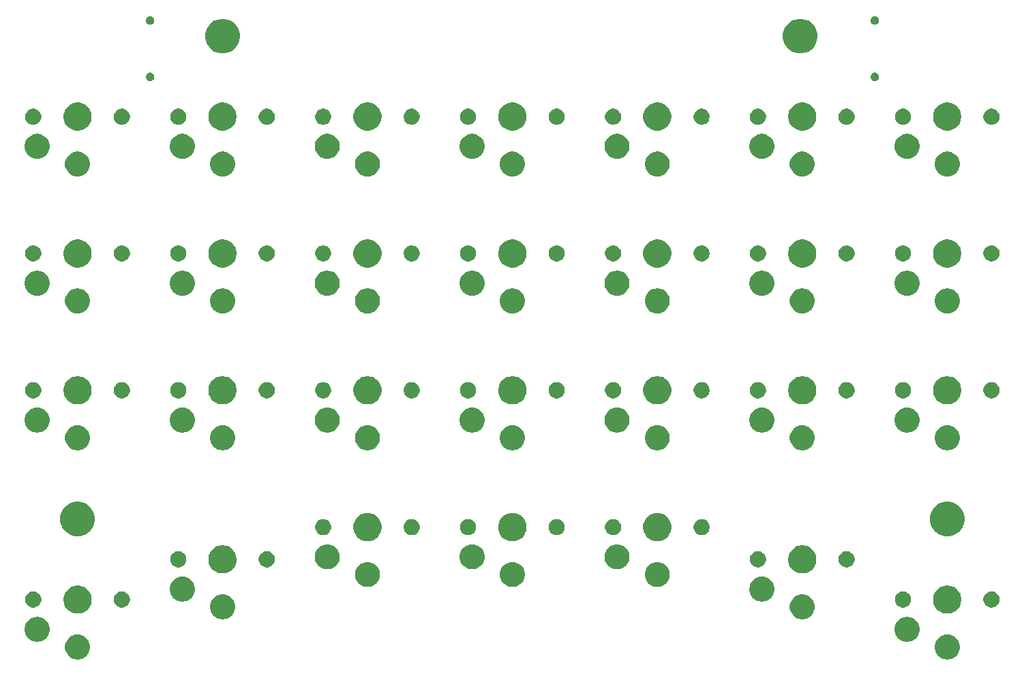
<source format=gts>
G04 #@! TF.GenerationSoftware,KiCad,Pcbnew,(5.1.0-0)*
G04 #@! TF.CreationDate,2019-06-09T20:05:47+02:00*
G04 #@! TF.ProjectId,ssol56-pcb,73736f6c-3536-42d7-9063-622e6b696361,rev?*
G04 #@! TF.SameCoordinates,Original*
G04 #@! TF.FileFunction,Soldermask,Top*
G04 #@! TF.FilePolarity,Negative*
%FSLAX46Y46*%
G04 Gerber Fmt 4.6, Leading zero omitted, Abs format (unit mm)*
G04 Created by KiCad (PCBNEW (5.1.0-0)) date 2019-06-09 20:05:47*
%MOMM*%
%LPD*%
G04 APERTURE LIST*
%ADD10C,0.100000*%
G04 APERTURE END LIST*
D10*
G36*
X267302585Y-105878802D02*
G01*
X267452410Y-105908604D01*
X267734674Y-106025521D01*
X267988705Y-106195259D01*
X268204741Y-106411295D01*
X268374479Y-106665326D01*
X268491396Y-106947590D01*
X268551000Y-107247240D01*
X268551000Y-107552760D01*
X268491396Y-107852410D01*
X268374479Y-108134674D01*
X268204741Y-108388705D01*
X267988705Y-108604741D01*
X267734674Y-108774479D01*
X267452410Y-108891396D01*
X267302585Y-108921198D01*
X267152761Y-108951000D01*
X266847239Y-108951000D01*
X266697415Y-108921198D01*
X266547590Y-108891396D01*
X266265326Y-108774479D01*
X266011295Y-108604741D01*
X265795259Y-108388705D01*
X265625521Y-108134674D01*
X265508604Y-107852410D01*
X265449000Y-107552760D01*
X265449000Y-107247240D01*
X265508604Y-106947590D01*
X265625521Y-106665326D01*
X265795259Y-106411295D01*
X266011295Y-106195259D01*
X266265326Y-106025521D01*
X266547590Y-105908604D01*
X266697415Y-105878802D01*
X266847239Y-105849000D01*
X267152761Y-105849000D01*
X267302585Y-105878802D01*
X267302585Y-105878802D01*
G37*
G36*
X159302585Y-105878802D02*
G01*
X159452410Y-105908604D01*
X159734674Y-106025521D01*
X159988705Y-106195259D01*
X160204741Y-106411295D01*
X160374479Y-106665326D01*
X160491396Y-106947590D01*
X160551000Y-107247240D01*
X160551000Y-107552760D01*
X160491396Y-107852410D01*
X160374479Y-108134674D01*
X160204741Y-108388705D01*
X159988705Y-108604741D01*
X159734674Y-108774479D01*
X159452410Y-108891396D01*
X159302585Y-108921198D01*
X159152761Y-108951000D01*
X158847239Y-108951000D01*
X158697415Y-108921198D01*
X158547590Y-108891396D01*
X158265326Y-108774479D01*
X158011295Y-108604741D01*
X157795259Y-108388705D01*
X157625521Y-108134674D01*
X157508604Y-107852410D01*
X157449000Y-107552760D01*
X157449000Y-107247240D01*
X157508604Y-106947590D01*
X157625521Y-106665326D01*
X157795259Y-106411295D01*
X158011295Y-106195259D01*
X158265326Y-106025521D01*
X158547590Y-105908604D01*
X158697415Y-105878802D01*
X158847239Y-105849000D01*
X159152761Y-105849000D01*
X159302585Y-105878802D01*
X159302585Y-105878802D01*
G37*
G36*
X262302585Y-103678802D02*
G01*
X262452410Y-103708604D01*
X262734674Y-103825521D01*
X262988705Y-103995259D01*
X263204741Y-104211295D01*
X263374479Y-104465326D01*
X263491396Y-104747590D01*
X263551000Y-105047240D01*
X263551000Y-105352760D01*
X263491396Y-105652410D01*
X263374479Y-105934674D01*
X263204741Y-106188705D01*
X262988705Y-106404741D01*
X262734674Y-106574479D01*
X262452410Y-106691396D01*
X262302585Y-106721198D01*
X262152761Y-106751000D01*
X261847239Y-106751000D01*
X261697415Y-106721198D01*
X261547590Y-106691396D01*
X261265326Y-106574479D01*
X261011295Y-106404741D01*
X260795259Y-106188705D01*
X260625521Y-105934674D01*
X260508604Y-105652410D01*
X260449000Y-105352760D01*
X260449000Y-105047240D01*
X260508604Y-104747590D01*
X260625521Y-104465326D01*
X260795259Y-104211295D01*
X261011295Y-103995259D01*
X261265326Y-103825521D01*
X261547590Y-103708604D01*
X261697415Y-103678802D01*
X261847239Y-103649000D01*
X262152761Y-103649000D01*
X262302585Y-103678802D01*
X262302585Y-103678802D01*
G37*
G36*
X154302585Y-103678802D02*
G01*
X154452410Y-103708604D01*
X154734674Y-103825521D01*
X154988705Y-103995259D01*
X155204741Y-104211295D01*
X155374479Y-104465326D01*
X155491396Y-104747590D01*
X155551000Y-105047240D01*
X155551000Y-105352760D01*
X155491396Y-105652410D01*
X155374479Y-105934674D01*
X155204741Y-106188705D01*
X154988705Y-106404741D01*
X154734674Y-106574479D01*
X154452410Y-106691396D01*
X154302585Y-106721198D01*
X154152761Y-106751000D01*
X153847239Y-106751000D01*
X153697415Y-106721198D01*
X153547590Y-106691396D01*
X153265326Y-106574479D01*
X153011295Y-106404741D01*
X152795259Y-106188705D01*
X152625521Y-105934674D01*
X152508604Y-105652410D01*
X152449000Y-105352760D01*
X152449000Y-105047240D01*
X152508604Y-104747590D01*
X152625521Y-104465326D01*
X152795259Y-104211295D01*
X153011295Y-103995259D01*
X153265326Y-103825521D01*
X153547590Y-103708604D01*
X153697415Y-103678802D01*
X153847239Y-103649000D01*
X154152761Y-103649000D01*
X154302585Y-103678802D01*
X154302585Y-103678802D01*
G37*
G36*
X177217613Y-100861900D02*
G01*
X177452410Y-100908604D01*
X177734674Y-101025521D01*
X177988705Y-101195259D01*
X178204741Y-101411295D01*
X178374479Y-101665326D01*
X178491396Y-101947590D01*
X178551000Y-102247240D01*
X178551000Y-102552760D01*
X178491396Y-102852410D01*
X178374479Y-103134674D01*
X178204741Y-103388705D01*
X177988705Y-103604741D01*
X177734674Y-103774479D01*
X177452410Y-103891396D01*
X177302585Y-103921198D01*
X177152761Y-103951000D01*
X176847239Y-103951000D01*
X176697415Y-103921198D01*
X176547590Y-103891396D01*
X176265326Y-103774479D01*
X176011295Y-103604741D01*
X175795259Y-103388705D01*
X175625521Y-103134674D01*
X175508604Y-102852410D01*
X175449000Y-102552760D01*
X175449000Y-102247240D01*
X175508604Y-101947590D01*
X175625521Y-101665326D01*
X175795259Y-101411295D01*
X176011295Y-101195259D01*
X176265326Y-101025521D01*
X176547590Y-100908604D01*
X176782387Y-100861900D01*
X176847239Y-100849000D01*
X177152761Y-100849000D01*
X177217613Y-100861900D01*
X177217613Y-100861900D01*
G37*
G36*
X249217613Y-100861900D02*
G01*
X249452410Y-100908604D01*
X249734674Y-101025521D01*
X249988705Y-101195259D01*
X250204741Y-101411295D01*
X250374479Y-101665326D01*
X250491396Y-101947590D01*
X250551000Y-102247240D01*
X250551000Y-102552760D01*
X250491396Y-102852410D01*
X250374479Y-103134674D01*
X250204741Y-103388705D01*
X249988705Y-103604741D01*
X249734674Y-103774479D01*
X249452410Y-103891396D01*
X249302585Y-103921198D01*
X249152761Y-103951000D01*
X248847239Y-103951000D01*
X248697415Y-103921198D01*
X248547590Y-103891396D01*
X248265326Y-103774479D01*
X248011295Y-103604741D01*
X247795259Y-103388705D01*
X247625521Y-103134674D01*
X247508604Y-102852410D01*
X247449000Y-102552760D01*
X247449000Y-102247240D01*
X247508604Y-101947590D01*
X247625521Y-101665326D01*
X247795259Y-101411295D01*
X248011295Y-101195259D01*
X248265326Y-101025521D01*
X248547590Y-100908604D01*
X248782387Y-100861900D01*
X248847239Y-100849000D01*
X249152761Y-100849000D01*
X249217613Y-100861900D01*
X249217613Y-100861900D01*
G37*
G36*
X267397985Y-99793860D02*
G01*
X267510748Y-99816290D01*
X267642741Y-99870963D01*
X267829408Y-99948283D01*
X268116196Y-100139909D01*
X268360091Y-100383804D01*
X268551717Y-100670592D01*
X268625616Y-100849000D01*
X268683710Y-100989252D01*
X268690990Y-101025851D01*
X268751000Y-101327540D01*
X268751000Y-101672460D01*
X268706140Y-101897985D01*
X268690990Y-101974151D01*
X268683710Y-102010747D01*
X268551717Y-102329408D01*
X268360091Y-102616196D01*
X268116196Y-102860091D01*
X267829408Y-103051717D01*
X267642741Y-103129037D01*
X267510748Y-103183710D01*
X267397985Y-103206140D01*
X267172460Y-103251000D01*
X266827540Y-103251000D01*
X266602015Y-103206140D01*
X266489252Y-103183710D01*
X266357259Y-103129037D01*
X266170592Y-103051717D01*
X265883804Y-102860091D01*
X265639909Y-102616196D01*
X265448283Y-102329408D01*
X265316290Y-102010747D01*
X265309011Y-101974151D01*
X265293860Y-101897985D01*
X265249000Y-101672460D01*
X265249000Y-101327540D01*
X265309010Y-101025851D01*
X265316290Y-100989252D01*
X265374384Y-100849000D01*
X265448283Y-100670592D01*
X265639909Y-100383804D01*
X265883804Y-100139909D01*
X266170592Y-99948283D01*
X266357259Y-99870963D01*
X266489252Y-99816290D01*
X266602015Y-99793860D01*
X266827540Y-99749000D01*
X267172460Y-99749000D01*
X267397985Y-99793860D01*
X267397985Y-99793860D01*
G37*
G36*
X159397985Y-99793860D02*
G01*
X159510748Y-99816290D01*
X159642741Y-99870963D01*
X159829408Y-99948283D01*
X160116196Y-100139909D01*
X160360091Y-100383804D01*
X160551717Y-100670592D01*
X160625616Y-100849000D01*
X160683710Y-100989252D01*
X160690990Y-101025851D01*
X160751000Y-101327540D01*
X160751000Y-101672460D01*
X160706140Y-101897985D01*
X160690990Y-101974151D01*
X160683710Y-102010747D01*
X160551717Y-102329408D01*
X160360091Y-102616196D01*
X160116196Y-102860091D01*
X159829408Y-103051717D01*
X159642741Y-103129037D01*
X159510748Y-103183710D01*
X159397985Y-103206140D01*
X159172460Y-103251000D01*
X158827540Y-103251000D01*
X158602015Y-103206140D01*
X158489252Y-103183710D01*
X158357259Y-103129037D01*
X158170592Y-103051717D01*
X157883804Y-102860091D01*
X157639909Y-102616196D01*
X157448283Y-102329408D01*
X157316290Y-102010747D01*
X157309011Y-101974151D01*
X157293860Y-101897985D01*
X157249000Y-101672460D01*
X157249000Y-101327540D01*
X157309010Y-101025851D01*
X157316290Y-100989252D01*
X157374384Y-100849000D01*
X157448283Y-100670592D01*
X157639909Y-100383804D01*
X157883804Y-100139909D01*
X158170592Y-99948283D01*
X158357259Y-99870963D01*
X158489252Y-99816290D01*
X158602015Y-99793860D01*
X158827540Y-99749000D01*
X159172460Y-99749000D01*
X159397985Y-99793860D01*
X159397985Y-99793860D01*
G37*
G36*
X261695285Y-100518234D02*
G01*
X261791981Y-100537468D01*
X261974151Y-100612926D01*
X262138100Y-100722473D01*
X262277527Y-100861900D01*
X262387074Y-101025849D01*
X262462532Y-101208019D01*
X262501000Y-101401410D01*
X262501000Y-101598590D01*
X262462532Y-101791981D01*
X262387074Y-101974151D01*
X262277527Y-102138100D01*
X262138100Y-102277527D01*
X261974151Y-102387074D01*
X261791981Y-102462532D01*
X261695285Y-102481766D01*
X261598591Y-102501000D01*
X261401409Y-102501000D01*
X261208019Y-102462532D01*
X261025849Y-102387074D01*
X260861900Y-102277527D01*
X260722473Y-102138100D01*
X260612926Y-101974151D01*
X260537468Y-101791981D01*
X260499000Y-101598590D01*
X260499000Y-101401410D01*
X260537468Y-101208019D01*
X260612926Y-101025849D01*
X260722473Y-100861900D01*
X260861900Y-100722473D01*
X261025849Y-100612926D01*
X261208019Y-100537468D01*
X261401409Y-100499000D01*
X261598591Y-100499000D01*
X261695285Y-100518234D01*
X261695285Y-100518234D01*
G37*
G36*
X164695285Y-100518234D02*
G01*
X164791981Y-100537468D01*
X164974151Y-100612926D01*
X165138100Y-100722473D01*
X165277527Y-100861900D01*
X165387074Y-101025849D01*
X165462532Y-101208019D01*
X165501000Y-101401410D01*
X165501000Y-101598590D01*
X165462532Y-101791981D01*
X165387074Y-101974151D01*
X165277527Y-102138100D01*
X165138100Y-102277527D01*
X164974151Y-102387074D01*
X164791981Y-102462532D01*
X164695285Y-102481766D01*
X164598591Y-102501000D01*
X164401409Y-102501000D01*
X164208019Y-102462532D01*
X164025849Y-102387074D01*
X163861900Y-102277527D01*
X163722473Y-102138100D01*
X163612926Y-101974151D01*
X163537468Y-101791981D01*
X163499000Y-101598590D01*
X163499000Y-101401410D01*
X163537468Y-101208019D01*
X163612926Y-101025849D01*
X163722473Y-100861900D01*
X163861900Y-100722473D01*
X164025849Y-100612926D01*
X164208019Y-100537468D01*
X164401409Y-100499000D01*
X164598591Y-100499000D01*
X164695285Y-100518234D01*
X164695285Y-100518234D01*
G37*
G36*
X153695285Y-100518234D02*
G01*
X153791981Y-100537468D01*
X153974151Y-100612926D01*
X154138100Y-100722473D01*
X154277527Y-100861900D01*
X154387074Y-101025849D01*
X154462532Y-101208019D01*
X154501000Y-101401410D01*
X154501000Y-101598590D01*
X154462532Y-101791981D01*
X154387074Y-101974151D01*
X154277527Y-102138100D01*
X154138100Y-102277527D01*
X153974151Y-102387074D01*
X153791981Y-102462532D01*
X153695285Y-102481766D01*
X153598591Y-102501000D01*
X153401409Y-102501000D01*
X153208019Y-102462532D01*
X153025849Y-102387074D01*
X152861900Y-102277527D01*
X152722473Y-102138100D01*
X152612926Y-101974151D01*
X152537468Y-101791981D01*
X152499000Y-101598590D01*
X152499000Y-101401410D01*
X152537468Y-101208019D01*
X152612926Y-101025849D01*
X152722473Y-100861900D01*
X152861900Y-100722473D01*
X153025849Y-100612926D01*
X153208019Y-100537468D01*
X153401409Y-100499000D01*
X153598591Y-100499000D01*
X153695285Y-100518234D01*
X153695285Y-100518234D01*
G37*
G36*
X272695285Y-100518234D02*
G01*
X272791981Y-100537468D01*
X272974151Y-100612926D01*
X273138100Y-100722473D01*
X273277527Y-100861900D01*
X273387074Y-101025849D01*
X273462532Y-101208019D01*
X273501000Y-101401410D01*
X273501000Y-101598590D01*
X273462532Y-101791981D01*
X273387074Y-101974151D01*
X273277527Y-102138100D01*
X273138100Y-102277527D01*
X272974151Y-102387074D01*
X272791981Y-102462532D01*
X272695285Y-102481766D01*
X272598591Y-102501000D01*
X272401409Y-102501000D01*
X272208019Y-102462532D01*
X272025849Y-102387074D01*
X271861900Y-102277527D01*
X271722473Y-102138100D01*
X271612926Y-101974151D01*
X271537468Y-101791981D01*
X271499000Y-101598590D01*
X271499000Y-101401410D01*
X271537468Y-101208019D01*
X271612926Y-101025849D01*
X271722473Y-100861900D01*
X271861900Y-100722473D01*
X272025849Y-100612926D01*
X272208019Y-100537468D01*
X272401409Y-100499000D01*
X272598591Y-100499000D01*
X272695285Y-100518234D01*
X272695285Y-100518234D01*
G37*
G36*
X172302585Y-98678802D02*
G01*
X172452410Y-98708604D01*
X172734674Y-98825521D01*
X172988705Y-98995259D01*
X173204741Y-99211295D01*
X173374479Y-99465326D01*
X173491396Y-99747590D01*
X173505061Y-99816290D01*
X173531317Y-99948284D01*
X173551000Y-100047240D01*
X173551000Y-100352760D01*
X173491396Y-100652410D01*
X173374479Y-100934674D01*
X173204741Y-101188705D01*
X172988705Y-101404741D01*
X172734674Y-101574479D01*
X172452410Y-101691396D01*
X172302585Y-101721198D01*
X172152761Y-101751000D01*
X171847239Y-101751000D01*
X171697415Y-101721198D01*
X171547590Y-101691396D01*
X171265326Y-101574479D01*
X171011295Y-101404741D01*
X170795259Y-101188705D01*
X170625521Y-100934674D01*
X170508604Y-100652410D01*
X170449000Y-100352760D01*
X170449000Y-100047240D01*
X170468684Y-99948284D01*
X170494939Y-99816290D01*
X170508604Y-99747590D01*
X170625521Y-99465326D01*
X170795259Y-99211295D01*
X171011295Y-98995259D01*
X171265326Y-98825521D01*
X171547590Y-98708604D01*
X171697415Y-98678802D01*
X171847239Y-98649000D01*
X172152761Y-98649000D01*
X172302585Y-98678802D01*
X172302585Y-98678802D01*
G37*
G36*
X244302585Y-98678802D02*
G01*
X244452410Y-98708604D01*
X244734674Y-98825521D01*
X244988705Y-98995259D01*
X245204741Y-99211295D01*
X245374479Y-99465326D01*
X245491396Y-99747590D01*
X245505061Y-99816290D01*
X245531317Y-99948284D01*
X245551000Y-100047240D01*
X245551000Y-100352760D01*
X245491396Y-100652410D01*
X245374479Y-100934674D01*
X245204741Y-101188705D01*
X244988705Y-101404741D01*
X244734674Y-101574479D01*
X244452410Y-101691396D01*
X244302585Y-101721198D01*
X244152761Y-101751000D01*
X243847239Y-101751000D01*
X243697415Y-101721198D01*
X243547590Y-101691396D01*
X243265326Y-101574479D01*
X243011295Y-101404741D01*
X242795259Y-101188705D01*
X242625521Y-100934674D01*
X242508604Y-100652410D01*
X242449000Y-100352760D01*
X242449000Y-100047240D01*
X242468684Y-99948284D01*
X242494939Y-99816290D01*
X242508604Y-99747590D01*
X242625521Y-99465326D01*
X242795259Y-99211295D01*
X243011295Y-98995259D01*
X243265326Y-98825521D01*
X243547590Y-98708604D01*
X243697415Y-98678802D01*
X243847239Y-98649000D01*
X244152761Y-98649000D01*
X244302585Y-98678802D01*
X244302585Y-98678802D01*
G37*
G36*
X231302585Y-96878802D02*
G01*
X231452410Y-96908604D01*
X231734674Y-97025521D01*
X231988705Y-97195259D01*
X232204741Y-97411295D01*
X232374479Y-97665326D01*
X232491396Y-97947590D01*
X232551000Y-98247240D01*
X232551000Y-98552760D01*
X232491396Y-98852410D01*
X232374479Y-99134674D01*
X232204741Y-99388705D01*
X231988705Y-99604741D01*
X231734674Y-99774479D01*
X231452410Y-99891396D01*
X231302585Y-99921198D01*
X231152761Y-99951000D01*
X230847239Y-99951000D01*
X230697415Y-99921198D01*
X230547590Y-99891396D01*
X230265326Y-99774479D01*
X230011295Y-99604741D01*
X229795259Y-99388705D01*
X229625521Y-99134674D01*
X229508604Y-98852410D01*
X229449000Y-98552760D01*
X229449000Y-98247240D01*
X229508604Y-97947590D01*
X229625521Y-97665326D01*
X229795259Y-97411295D01*
X230011295Y-97195259D01*
X230265326Y-97025521D01*
X230547590Y-96908604D01*
X230697415Y-96878802D01*
X230847239Y-96849000D01*
X231152761Y-96849000D01*
X231302585Y-96878802D01*
X231302585Y-96878802D01*
G37*
G36*
X213302585Y-96878802D02*
G01*
X213452410Y-96908604D01*
X213734674Y-97025521D01*
X213988705Y-97195259D01*
X214204741Y-97411295D01*
X214374479Y-97665326D01*
X214491396Y-97947590D01*
X214551000Y-98247240D01*
X214551000Y-98552760D01*
X214491396Y-98852410D01*
X214374479Y-99134674D01*
X214204741Y-99388705D01*
X213988705Y-99604741D01*
X213734674Y-99774479D01*
X213452410Y-99891396D01*
X213302585Y-99921198D01*
X213152761Y-99951000D01*
X212847239Y-99951000D01*
X212697415Y-99921198D01*
X212547590Y-99891396D01*
X212265326Y-99774479D01*
X212011295Y-99604741D01*
X211795259Y-99388705D01*
X211625521Y-99134674D01*
X211508604Y-98852410D01*
X211449000Y-98552760D01*
X211449000Y-98247240D01*
X211508604Y-97947590D01*
X211625521Y-97665326D01*
X211795259Y-97411295D01*
X212011295Y-97195259D01*
X212265326Y-97025521D01*
X212547590Y-96908604D01*
X212697415Y-96878802D01*
X212847239Y-96849000D01*
X213152761Y-96849000D01*
X213302585Y-96878802D01*
X213302585Y-96878802D01*
G37*
G36*
X195302585Y-96878802D02*
G01*
X195452410Y-96908604D01*
X195734674Y-97025521D01*
X195988705Y-97195259D01*
X196204741Y-97411295D01*
X196374479Y-97665326D01*
X196491396Y-97947590D01*
X196551000Y-98247240D01*
X196551000Y-98552760D01*
X196491396Y-98852410D01*
X196374479Y-99134674D01*
X196204741Y-99388705D01*
X195988705Y-99604741D01*
X195734674Y-99774479D01*
X195452410Y-99891396D01*
X195302585Y-99921198D01*
X195152761Y-99951000D01*
X194847239Y-99951000D01*
X194697415Y-99921198D01*
X194547590Y-99891396D01*
X194265326Y-99774479D01*
X194011295Y-99604741D01*
X193795259Y-99388705D01*
X193625521Y-99134674D01*
X193508604Y-98852410D01*
X193449000Y-98552760D01*
X193449000Y-98247240D01*
X193508604Y-97947590D01*
X193625521Y-97665326D01*
X193795259Y-97411295D01*
X194011295Y-97195259D01*
X194265326Y-97025521D01*
X194547590Y-96908604D01*
X194697415Y-96878802D01*
X194847239Y-96849000D01*
X195152761Y-96849000D01*
X195302585Y-96878802D01*
X195302585Y-96878802D01*
G37*
G36*
X249397985Y-94793860D02*
G01*
X249510748Y-94816290D01*
X249642741Y-94870963D01*
X249829408Y-94948283D01*
X250116196Y-95139909D01*
X250360091Y-95383804D01*
X250551717Y-95670592D01*
X250583610Y-95747590D01*
X250683710Y-95989252D01*
X250706140Y-96102015D01*
X250751000Y-96327540D01*
X250751000Y-96672460D01*
X250715884Y-96849000D01*
X250683710Y-97010748D01*
X250630959Y-97138099D01*
X250551717Y-97329408D01*
X250360091Y-97616196D01*
X250116196Y-97860091D01*
X249829408Y-98051717D01*
X249642741Y-98129037D01*
X249510748Y-98183710D01*
X249397985Y-98206140D01*
X249172460Y-98251000D01*
X248827540Y-98251000D01*
X248602015Y-98206140D01*
X248489252Y-98183710D01*
X248357259Y-98129037D01*
X248170592Y-98051717D01*
X247883804Y-97860091D01*
X247639909Y-97616196D01*
X247448283Y-97329408D01*
X247369041Y-97138099D01*
X247316290Y-97010748D01*
X247284116Y-96849000D01*
X247249000Y-96672460D01*
X247249000Y-96327540D01*
X247293860Y-96102015D01*
X247316290Y-95989252D01*
X247416390Y-95747590D01*
X247448283Y-95670592D01*
X247639909Y-95383804D01*
X247883804Y-95139909D01*
X248170592Y-94948283D01*
X248357259Y-94870963D01*
X248489252Y-94816290D01*
X248602015Y-94793860D01*
X248827540Y-94749000D01*
X249172460Y-94749000D01*
X249397985Y-94793860D01*
X249397985Y-94793860D01*
G37*
G36*
X177397985Y-94793860D02*
G01*
X177510748Y-94816290D01*
X177642741Y-94870963D01*
X177829408Y-94948283D01*
X178116196Y-95139909D01*
X178360091Y-95383804D01*
X178551717Y-95670592D01*
X178583610Y-95747590D01*
X178683710Y-95989252D01*
X178706140Y-96102015D01*
X178751000Y-96327540D01*
X178751000Y-96672460D01*
X178715884Y-96849000D01*
X178683710Y-97010748D01*
X178630959Y-97138099D01*
X178551717Y-97329408D01*
X178360091Y-97616196D01*
X178116196Y-97860091D01*
X177829408Y-98051717D01*
X177642741Y-98129037D01*
X177510748Y-98183710D01*
X177397985Y-98206140D01*
X177172460Y-98251000D01*
X176827540Y-98251000D01*
X176602015Y-98206140D01*
X176489252Y-98183710D01*
X176357259Y-98129037D01*
X176170592Y-98051717D01*
X175883804Y-97860091D01*
X175639909Y-97616196D01*
X175448283Y-97329408D01*
X175369041Y-97138099D01*
X175316290Y-97010748D01*
X175284116Y-96849000D01*
X175249000Y-96672460D01*
X175249000Y-96327540D01*
X175293860Y-96102015D01*
X175316290Y-95989252D01*
X175416390Y-95747590D01*
X175448283Y-95670592D01*
X175639909Y-95383804D01*
X175883804Y-95139909D01*
X176170592Y-94948283D01*
X176357259Y-94870963D01*
X176489252Y-94816290D01*
X176602015Y-94793860D01*
X176827540Y-94749000D01*
X177172460Y-94749000D01*
X177397985Y-94793860D01*
X177397985Y-94793860D01*
G37*
G36*
X226302585Y-94678802D02*
G01*
X226452410Y-94708604D01*
X226734674Y-94825521D01*
X226988705Y-94995259D01*
X227204741Y-95211295D01*
X227374479Y-95465326D01*
X227480992Y-95722473D01*
X227491396Y-95747591D01*
X227546746Y-96025851D01*
X227551000Y-96047240D01*
X227551000Y-96352760D01*
X227491396Y-96652410D01*
X227374479Y-96934674D01*
X227204741Y-97188705D01*
X226988705Y-97404741D01*
X226734674Y-97574479D01*
X226452410Y-97691396D01*
X226302585Y-97721198D01*
X226152761Y-97751000D01*
X225847239Y-97751000D01*
X225697415Y-97721198D01*
X225547590Y-97691396D01*
X225265326Y-97574479D01*
X225011295Y-97404741D01*
X224795259Y-97188705D01*
X224625521Y-96934674D01*
X224508604Y-96652410D01*
X224449000Y-96352760D01*
X224449000Y-96047240D01*
X224453255Y-96025851D01*
X224508604Y-95747591D01*
X224519008Y-95722473D01*
X224625521Y-95465326D01*
X224795259Y-95211295D01*
X225011295Y-94995259D01*
X225265326Y-94825521D01*
X225547590Y-94708604D01*
X225697415Y-94678802D01*
X225847239Y-94649000D01*
X226152761Y-94649000D01*
X226302585Y-94678802D01*
X226302585Y-94678802D01*
G37*
G36*
X190302585Y-94678802D02*
G01*
X190452410Y-94708604D01*
X190734674Y-94825521D01*
X190988705Y-94995259D01*
X191204741Y-95211295D01*
X191374479Y-95465326D01*
X191480992Y-95722473D01*
X191491396Y-95747591D01*
X191546746Y-96025851D01*
X191551000Y-96047240D01*
X191551000Y-96352760D01*
X191491396Y-96652410D01*
X191374479Y-96934674D01*
X191204741Y-97188705D01*
X190988705Y-97404741D01*
X190734674Y-97574479D01*
X190452410Y-97691396D01*
X190302585Y-97721198D01*
X190152761Y-97751000D01*
X189847239Y-97751000D01*
X189697415Y-97721198D01*
X189547590Y-97691396D01*
X189265326Y-97574479D01*
X189011295Y-97404741D01*
X188795259Y-97188705D01*
X188625521Y-96934674D01*
X188508604Y-96652410D01*
X188449000Y-96352760D01*
X188449000Y-96047240D01*
X188453255Y-96025851D01*
X188508604Y-95747591D01*
X188519008Y-95722473D01*
X188625521Y-95465326D01*
X188795259Y-95211295D01*
X189011295Y-94995259D01*
X189265326Y-94825521D01*
X189547590Y-94708604D01*
X189697415Y-94678802D01*
X189847239Y-94649000D01*
X190152761Y-94649000D01*
X190302585Y-94678802D01*
X190302585Y-94678802D01*
G37*
G36*
X208302585Y-94678802D02*
G01*
X208452410Y-94708604D01*
X208734674Y-94825521D01*
X208988705Y-94995259D01*
X209204741Y-95211295D01*
X209374479Y-95465326D01*
X209480992Y-95722473D01*
X209491396Y-95747591D01*
X209546746Y-96025851D01*
X209551000Y-96047240D01*
X209551000Y-96352760D01*
X209491396Y-96652410D01*
X209374479Y-96934674D01*
X209204741Y-97188705D01*
X208988705Y-97404741D01*
X208734674Y-97574479D01*
X208452410Y-97691396D01*
X208302585Y-97721198D01*
X208152761Y-97751000D01*
X207847239Y-97751000D01*
X207697415Y-97721198D01*
X207547590Y-97691396D01*
X207265326Y-97574479D01*
X207011295Y-97404741D01*
X206795259Y-97188705D01*
X206625521Y-96934674D01*
X206508604Y-96652410D01*
X206449000Y-96352760D01*
X206449000Y-96047240D01*
X206453255Y-96025851D01*
X206508604Y-95747591D01*
X206519008Y-95722473D01*
X206625521Y-95465326D01*
X206795259Y-95211295D01*
X207011295Y-94995259D01*
X207265326Y-94825521D01*
X207547590Y-94708604D01*
X207697415Y-94678802D01*
X207847239Y-94649000D01*
X208152761Y-94649000D01*
X208302585Y-94678802D01*
X208302585Y-94678802D01*
G37*
G36*
X171791981Y-95537468D02*
G01*
X171974151Y-95612926D01*
X172138100Y-95722473D01*
X172277527Y-95861900D01*
X172362621Y-95989253D01*
X172387075Y-96025851D01*
X172462532Y-96208020D01*
X172501000Y-96401409D01*
X172501000Y-96598591D01*
X172486307Y-96672458D01*
X172462532Y-96791981D01*
X172387074Y-96974151D01*
X172277527Y-97138100D01*
X172138100Y-97277527D01*
X171974151Y-97387074D01*
X171974150Y-97387075D01*
X171974149Y-97387075D01*
X171920795Y-97409175D01*
X171791981Y-97462532D01*
X171598591Y-97501000D01*
X171401409Y-97501000D01*
X171304715Y-97481766D01*
X171208019Y-97462532D01*
X171079205Y-97409175D01*
X171025851Y-97387075D01*
X171025850Y-97387075D01*
X171025849Y-97387074D01*
X170861900Y-97277527D01*
X170722473Y-97138100D01*
X170612926Y-96974151D01*
X170537468Y-96791981D01*
X170513693Y-96672458D01*
X170499000Y-96598591D01*
X170499000Y-96401409D01*
X170537468Y-96208020D01*
X170612925Y-96025851D01*
X170637379Y-95989253D01*
X170722473Y-95861900D01*
X170861900Y-95722473D01*
X171025849Y-95612926D01*
X171208019Y-95537468D01*
X171401409Y-95499000D01*
X171598591Y-95499000D01*
X171791981Y-95537468D01*
X171791981Y-95537468D01*
G37*
G36*
X182791981Y-95537468D02*
G01*
X182974151Y-95612926D01*
X183138100Y-95722473D01*
X183277527Y-95861900D01*
X183362621Y-95989253D01*
X183387075Y-96025851D01*
X183462532Y-96208020D01*
X183501000Y-96401409D01*
X183501000Y-96598591D01*
X183486307Y-96672458D01*
X183462532Y-96791981D01*
X183387074Y-96974151D01*
X183277527Y-97138100D01*
X183138100Y-97277527D01*
X182974151Y-97387074D01*
X182974150Y-97387075D01*
X182974149Y-97387075D01*
X182920795Y-97409175D01*
X182791981Y-97462532D01*
X182598591Y-97501000D01*
X182401409Y-97501000D01*
X182304715Y-97481766D01*
X182208019Y-97462532D01*
X182079205Y-97409175D01*
X182025851Y-97387075D01*
X182025850Y-97387075D01*
X182025849Y-97387074D01*
X181861900Y-97277527D01*
X181722473Y-97138100D01*
X181612926Y-96974151D01*
X181537468Y-96791981D01*
X181513693Y-96672458D01*
X181499000Y-96598591D01*
X181499000Y-96401409D01*
X181537468Y-96208020D01*
X181612925Y-96025851D01*
X181637379Y-95989253D01*
X181722473Y-95861900D01*
X181861900Y-95722473D01*
X182025849Y-95612926D01*
X182208019Y-95537468D01*
X182401409Y-95499000D01*
X182598591Y-95499000D01*
X182791981Y-95537468D01*
X182791981Y-95537468D01*
G37*
G36*
X254791981Y-95537468D02*
G01*
X254974151Y-95612926D01*
X255138100Y-95722473D01*
X255277527Y-95861900D01*
X255362621Y-95989253D01*
X255387075Y-96025851D01*
X255462532Y-96208020D01*
X255501000Y-96401409D01*
X255501000Y-96598591D01*
X255486307Y-96672458D01*
X255462532Y-96791981D01*
X255387074Y-96974151D01*
X255277527Y-97138100D01*
X255138100Y-97277527D01*
X254974151Y-97387074D01*
X254974150Y-97387075D01*
X254974149Y-97387075D01*
X254920795Y-97409175D01*
X254791981Y-97462532D01*
X254598591Y-97501000D01*
X254401409Y-97501000D01*
X254304715Y-97481766D01*
X254208019Y-97462532D01*
X254079205Y-97409175D01*
X254025851Y-97387075D01*
X254025850Y-97387075D01*
X254025849Y-97387074D01*
X253861900Y-97277527D01*
X253722473Y-97138100D01*
X253612926Y-96974151D01*
X253537468Y-96791981D01*
X253513693Y-96672458D01*
X253499000Y-96598591D01*
X253499000Y-96401409D01*
X253537468Y-96208020D01*
X253612925Y-96025851D01*
X253637379Y-95989253D01*
X253722473Y-95861900D01*
X253861900Y-95722473D01*
X254025849Y-95612926D01*
X254208019Y-95537468D01*
X254401409Y-95499000D01*
X254598591Y-95499000D01*
X254791981Y-95537468D01*
X254791981Y-95537468D01*
G37*
G36*
X243791981Y-95537468D02*
G01*
X243974151Y-95612926D01*
X244138100Y-95722473D01*
X244277527Y-95861900D01*
X244362621Y-95989253D01*
X244387075Y-96025851D01*
X244462532Y-96208020D01*
X244501000Y-96401409D01*
X244501000Y-96598591D01*
X244486307Y-96672458D01*
X244462532Y-96791981D01*
X244387074Y-96974151D01*
X244277527Y-97138100D01*
X244138100Y-97277527D01*
X243974151Y-97387074D01*
X243974150Y-97387075D01*
X243974149Y-97387075D01*
X243920795Y-97409175D01*
X243791981Y-97462532D01*
X243598591Y-97501000D01*
X243401409Y-97501000D01*
X243304715Y-97481766D01*
X243208019Y-97462532D01*
X243079205Y-97409175D01*
X243025851Y-97387075D01*
X243025850Y-97387075D01*
X243025849Y-97387074D01*
X242861900Y-97277527D01*
X242722473Y-97138100D01*
X242612926Y-96974151D01*
X242537468Y-96791981D01*
X242513693Y-96672458D01*
X242499000Y-96598591D01*
X242499000Y-96401409D01*
X242537468Y-96208020D01*
X242612925Y-96025851D01*
X242637379Y-95989253D01*
X242722473Y-95861900D01*
X242861900Y-95722473D01*
X243025849Y-95612926D01*
X243208019Y-95537468D01*
X243401409Y-95499000D01*
X243598591Y-95499000D01*
X243791981Y-95537468D01*
X243791981Y-95537468D01*
G37*
G36*
X231397985Y-90793860D02*
G01*
X231510748Y-90816290D01*
X231642741Y-90870963D01*
X231829408Y-90948283D01*
X232116196Y-91139909D01*
X232360091Y-91383804D01*
X232551717Y-91670592D01*
X232629037Y-91857259D01*
X232683710Y-91989252D01*
X232690990Y-92025851D01*
X232751000Y-92327540D01*
X232751000Y-92672460D01*
X232711471Y-92871182D01*
X232690990Y-92974151D01*
X232683710Y-93010747D01*
X232551717Y-93329408D01*
X232360091Y-93616196D01*
X232116196Y-93860091D01*
X231829408Y-94051717D01*
X231642741Y-94129037D01*
X231510748Y-94183710D01*
X231397985Y-94206140D01*
X231172460Y-94251000D01*
X230827540Y-94251000D01*
X230602015Y-94206140D01*
X230489252Y-94183710D01*
X230357259Y-94129037D01*
X230170592Y-94051717D01*
X229883804Y-93860091D01*
X229639909Y-93616196D01*
X229448283Y-93329408D01*
X229316290Y-93010747D01*
X229309011Y-92974151D01*
X229288529Y-92871182D01*
X229249000Y-92672460D01*
X229249000Y-92327540D01*
X229309010Y-92025851D01*
X229316290Y-91989252D01*
X229370963Y-91857259D01*
X229448283Y-91670592D01*
X229639909Y-91383804D01*
X229883804Y-91139909D01*
X230170592Y-90948283D01*
X230357259Y-90870963D01*
X230489252Y-90816290D01*
X230602015Y-90793860D01*
X230827540Y-90749000D01*
X231172460Y-90749000D01*
X231397985Y-90793860D01*
X231397985Y-90793860D01*
G37*
G36*
X213397985Y-90793860D02*
G01*
X213510748Y-90816290D01*
X213642741Y-90870963D01*
X213829408Y-90948283D01*
X214116196Y-91139909D01*
X214360091Y-91383804D01*
X214551717Y-91670592D01*
X214629037Y-91857259D01*
X214683710Y-91989252D01*
X214690990Y-92025851D01*
X214751000Y-92327540D01*
X214751000Y-92672460D01*
X214711471Y-92871182D01*
X214690990Y-92974151D01*
X214683710Y-93010747D01*
X214551717Y-93329408D01*
X214360091Y-93616196D01*
X214116196Y-93860091D01*
X213829408Y-94051717D01*
X213642741Y-94129037D01*
X213510748Y-94183710D01*
X213397985Y-94206140D01*
X213172460Y-94251000D01*
X212827540Y-94251000D01*
X212602015Y-94206140D01*
X212489252Y-94183710D01*
X212357259Y-94129037D01*
X212170592Y-94051717D01*
X211883804Y-93860091D01*
X211639909Y-93616196D01*
X211448283Y-93329408D01*
X211316290Y-93010747D01*
X211309011Y-92974151D01*
X211288529Y-92871182D01*
X211249000Y-92672460D01*
X211249000Y-92327540D01*
X211309010Y-92025851D01*
X211316290Y-91989252D01*
X211370963Y-91857259D01*
X211448283Y-91670592D01*
X211639909Y-91383804D01*
X211883804Y-91139909D01*
X212170592Y-90948283D01*
X212357259Y-90870963D01*
X212489252Y-90816290D01*
X212602015Y-90793860D01*
X212827540Y-90749000D01*
X213172460Y-90749000D01*
X213397985Y-90793860D01*
X213397985Y-90793860D01*
G37*
G36*
X195397985Y-90793860D02*
G01*
X195510748Y-90816290D01*
X195642741Y-90870963D01*
X195829408Y-90948283D01*
X196116196Y-91139909D01*
X196360091Y-91383804D01*
X196551717Y-91670592D01*
X196629037Y-91857259D01*
X196683710Y-91989252D01*
X196690990Y-92025851D01*
X196751000Y-92327540D01*
X196751000Y-92672460D01*
X196711471Y-92871182D01*
X196690990Y-92974151D01*
X196683710Y-93010747D01*
X196551717Y-93329408D01*
X196360091Y-93616196D01*
X196116196Y-93860091D01*
X195829408Y-94051717D01*
X195642741Y-94129037D01*
X195510748Y-94183710D01*
X195397985Y-94206140D01*
X195172460Y-94251000D01*
X194827540Y-94251000D01*
X194602015Y-94206140D01*
X194489252Y-94183710D01*
X194357259Y-94129037D01*
X194170592Y-94051717D01*
X193883804Y-93860091D01*
X193639909Y-93616196D01*
X193448283Y-93329408D01*
X193316290Y-93010747D01*
X193309011Y-92974151D01*
X193288529Y-92871182D01*
X193249000Y-92672460D01*
X193249000Y-92327540D01*
X193309010Y-92025851D01*
X193316290Y-91989252D01*
X193370963Y-91857259D01*
X193448283Y-91670592D01*
X193639909Y-91383804D01*
X193883804Y-91139909D01*
X194170592Y-90948283D01*
X194357259Y-90870963D01*
X194489252Y-90816290D01*
X194602015Y-90793860D01*
X194827540Y-90749000D01*
X195172460Y-90749000D01*
X195397985Y-90793860D01*
X195397985Y-90793860D01*
G37*
G36*
X159627423Y-89431661D02*
G01*
X160018879Y-89593807D01*
X160018881Y-89593808D01*
X160371183Y-89829209D01*
X160670791Y-90128817D01*
X160906192Y-90481119D01*
X160906193Y-90481121D01*
X161068339Y-90872577D01*
X161151000Y-91288144D01*
X161151000Y-91711856D01*
X161068339Y-92127423D01*
X160954850Y-92401410D01*
X160906192Y-92518881D01*
X160670791Y-92871183D01*
X160371183Y-93170791D01*
X160018881Y-93406192D01*
X160018880Y-93406193D01*
X160018879Y-93406193D01*
X159627423Y-93568339D01*
X159211856Y-93651000D01*
X158788144Y-93651000D01*
X158372577Y-93568339D01*
X157981121Y-93406193D01*
X157981120Y-93406193D01*
X157981119Y-93406192D01*
X157628817Y-93170791D01*
X157329209Y-92871183D01*
X157093808Y-92518881D01*
X157045150Y-92401410D01*
X156931661Y-92127423D01*
X156849000Y-91711856D01*
X156849000Y-91288144D01*
X156931661Y-90872577D01*
X157093807Y-90481121D01*
X157093808Y-90481119D01*
X157329209Y-90128817D01*
X157628817Y-89829209D01*
X157981119Y-89593808D01*
X157981121Y-89593807D01*
X158372577Y-89431661D01*
X158788144Y-89349000D01*
X159211856Y-89349000D01*
X159627423Y-89431661D01*
X159627423Y-89431661D01*
G37*
G36*
X267627423Y-89431661D02*
G01*
X268018879Y-89593807D01*
X268018881Y-89593808D01*
X268371183Y-89829209D01*
X268670791Y-90128817D01*
X268906192Y-90481119D01*
X268906193Y-90481121D01*
X269068339Y-90872577D01*
X269151000Y-91288144D01*
X269151000Y-91711856D01*
X269068339Y-92127423D01*
X268954850Y-92401410D01*
X268906192Y-92518881D01*
X268670791Y-92871183D01*
X268371183Y-93170791D01*
X268018881Y-93406192D01*
X268018880Y-93406193D01*
X268018879Y-93406193D01*
X267627423Y-93568339D01*
X267211856Y-93651000D01*
X266788144Y-93651000D01*
X266372577Y-93568339D01*
X265981121Y-93406193D01*
X265981120Y-93406193D01*
X265981119Y-93406192D01*
X265628817Y-93170791D01*
X265329209Y-92871183D01*
X265093808Y-92518881D01*
X265045150Y-92401410D01*
X264931661Y-92127423D01*
X264849000Y-91711856D01*
X264849000Y-91288144D01*
X264931661Y-90872577D01*
X265093807Y-90481121D01*
X265093808Y-90481119D01*
X265329209Y-90128817D01*
X265628817Y-89829209D01*
X265981119Y-89593808D01*
X265981121Y-89593807D01*
X266372577Y-89431661D01*
X266788144Y-89349000D01*
X267211856Y-89349000D01*
X267627423Y-89431661D01*
X267627423Y-89431661D01*
G37*
G36*
X218695285Y-91518234D02*
G01*
X218791981Y-91537468D01*
X218974151Y-91612926D01*
X219138100Y-91722473D01*
X219277527Y-91861900D01*
X219387074Y-92025849D01*
X219462532Y-92208019D01*
X219501000Y-92401410D01*
X219501000Y-92598590D01*
X219462532Y-92791981D01*
X219387074Y-92974151D01*
X219277527Y-93138100D01*
X219138100Y-93277527D01*
X218974151Y-93387074D01*
X218791981Y-93462532D01*
X218598591Y-93501000D01*
X218401409Y-93501000D01*
X218208019Y-93462532D01*
X218025849Y-93387074D01*
X217861900Y-93277527D01*
X217722473Y-93138100D01*
X217612926Y-92974151D01*
X217537468Y-92791981D01*
X217499000Y-92598590D01*
X217499000Y-92401410D01*
X217537468Y-92208019D01*
X217612926Y-92025849D01*
X217722473Y-91861900D01*
X217861900Y-91722473D01*
X218025849Y-91612926D01*
X218208019Y-91537468D01*
X218304715Y-91518234D01*
X218401409Y-91499000D01*
X218598591Y-91499000D01*
X218695285Y-91518234D01*
X218695285Y-91518234D01*
G37*
G36*
X189695285Y-91518234D02*
G01*
X189791981Y-91537468D01*
X189974151Y-91612926D01*
X190138100Y-91722473D01*
X190277527Y-91861900D01*
X190387074Y-92025849D01*
X190462532Y-92208019D01*
X190501000Y-92401410D01*
X190501000Y-92598590D01*
X190462532Y-92791981D01*
X190387074Y-92974151D01*
X190277527Y-93138100D01*
X190138100Y-93277527D01*
X189974151Y-93387074D01*
X189791981Y-93462532D01*
X189598591Y-93501000D01*
X189401409Y-93501000D01*
X189208019Y-93462532D01*
X189025849Y-93387074D01*
X188861900Y-93277527D01*
X188722473Y-93138100D01*
X188612926Y-92974151D01*
X188537468Y-92791981D01*
X188499000Y-92598590D01*
X188499000Y-92401410D01*
X188537468Y-92208019D01*
X188612926Y-92025849D01*
X188722473Y-91861900D01*
X188861900Y-91722473D01*
X189025849Y-91612926D01*
X189208019Y-91537468D01*
X189304715Y-91518234D01*
X189401409Y-91499000D01*
X189598591Y-91499000D01*
X189695285Y-91518234D01*
X189695285Y-91518234D01*
G37*
G36*
X225695285Y-91518234D02*
G01*
X225791981Y-91537468D01*
X225974151Y-91612926D01*
X226138100Y-91722473D01*
X226277527Y-91861900D01*
X226387074Y-92025849D01*
X226462532Y-92208019D01*
X226501000Y-92401410D01*
X226501000Y-92598590D01*
X226462532Y-92791981D01*
X226387074Y-92974151D01*
X226277527Y-93138100D01*
X226138100Y-93277527D01*
X225974151Y-93387074D01*
X225791981Y-93462532D01*
X225598591Y-93501000D01*
X225401409Y-93501000D01*
X225208019Y-93462532D01*
X225025849Y-93387074D01*
X224861900Y-93277527D01*
X224722473Y-93138100D01*
X224612926Y-92974151D01*
X224537468Y-92791981D01*
X224499000Y-92598590D01*
X224499000Y-92401410D01*
X224537468Y-92208019D01*
X224612926Y-92025849D01*
X224722473Y-91861900D01*
X224861900Y-91722473D01*
X225025849Y-91612926D01*
X225208019Y-91537468D01*
X225304715Y-91518234D01*
X225401409Y-91499000D01*
X225598591Y-91499000D01*
X225695285Y-91518234D01*
X225695285Y-91518234D01*
G37*
G36*
X236695285Y-91518234D02*
G01*
X236791981Y-91537468D01*
X236974151Y-91612926D01*
X237138100Y-91722473D01*
X237277527Y-91861900D01*
X237387074Y-92025849D01*
X237462532Y-92208019D01*
X237501000Y-92401410D01*
X237501000Y-92598590D01*
X237462532Y-92791981D01*
X237387074Y-92974151D01*
X237277527Y-93138100D01*
X237138100Y-93277527D01*
X236974151Y-93387074D01*
X236791981Y-93462532D01*
X236598591Y-93501000D01*
X236401409Y-93501000D01*
X236208019Y-93462532D01*
X236025849Y-93387074D01*
X235861900Y-93277527D01*
X235722473Y-93138100D01*
X235612926Y-92974151D01*
X235537468Y-92791981D01*
X235499000Y-92598590D01*
X235499000Y-92401410D01*
X235537468Y-92208019D01*
X235612926Y-92025849D01*
X235722473Y-91861900D01*
X235861900Y-91722473D01*
X236025849Y-91612926D01*
X236208019Y-91537468D01*
X236304715Y-91518234D01*
X236401409Y-91499000D01*
X236598591Y-91499000D01*
X236695285Y-91518234D01*
X236695285Y-91518234D01*
G37*
G36*
X200695285Y-91518234D02*
G01*
X200791981Y-91537468D01*
X200974151Y-91612926D01*
X201138100Y-91722473D01*
X201277527Y-91861900D01*
X201387074Y-92025849D01*
X201462532Y-92208019D01*
X201501000Y-92401410D01*
X201501000Y-92598590D01*
X201462532Y-92791981D01*
X201387074Y-92974151D01*
X201277527Y-93138100D01*
X201138100Y-93277527D01*
X200974151Y-93387074D01*
X200791981Y-93462532D01*
X200598591Y-93501000D01*
X200401409Y-93501000D01*
X200208019Y-93462532D01*
X200025849Y-93387074D01*
X199861900Y-93277527D01*
X199722473Y-93138100D01*
X199612926Y-92974151D01*
X199537468Y-92791981D01*
X199499000Y-92598590D01*
X199499000Y-92401410D01*
X199537468Y-92208019D01*
X199612926Y-92025849D01*
X199722473Y-91861900D01*
X199861900Y-91722473D01*
X200025849Y-91612926D01*
X200208019Y-91537468D01*
X200304715Y-91518234D01*
X200401409Y-91499000D01*
X200598591Y-91499000D01*
X200695285Y-91518234D01*
X200695285Y-91518234D01*
G37*
G36*
X207695285Y-91518234D02*
G01*
X207791981Y-91537468D01*
X207974151Y-91612926D01*
X208138100Y-91722473D01*
X208277527Y-91861900D01*
X208387074Y-92025849D01*
X208462532Y-92208019D01*
X208501000Y-92401410D01*
X208501000Y-92598590D01*
X208462532Y-92791981D01*
X208387074Y-92974151D01*
X208277527Y-93138100D01*
X208138100Y-93277527D01*
X207974151Y-93387074D01*
X207791981Y-93462532D01*
X207598591Y-93501000D01*
X207401409Y-93501000D01*
X207208019Y-93462532D01*
X207025849Y-93387074D01*
X206861900Y-93277527D01*
X206722473Y-93138100D01*
X206612926Y-92974151D01*
X206537468Y-92791981D01*
X206499000Y-92598590D01*
X206499000Y-92401410D01*
X206537468Y-92208019D01*
X206612926Y-92025849D01*
X206722473Y-91861900D01*
X206861900Y-91722473D01*
X207025849Y-91612926D01*
X207208019Y-91537468D01*
X207304715Y-91518234D01*
X207401409Y-91499000D01*
X207598591Y-91499000D01*
X207695285Y-91518234D01*
X207695285Y-91518234D01*
G37*
G36*
X231302585Y-79878802D02*
G01*
X231452410Y-79908604D01*
X231734674Y-80025521D01*
X231988705Y-80195259D01*
X232204741Y-80411295D01*
X232374479Y-80665326D01*
X232491396Y-80947590D01*
X232551000Y-81247240D01*
X232551000Y-81552760D01*
X232491396Y-81852410D01*
X232374479Y-82134674D01*
X232204741Y-82388705D01*
X231988705Y-82604741D01*
X231734674Y-82774479D01*
X231452410Y-82891396D01*
X231302585Y-82921198D01*
X231152761Y-82951000D01*
X230847239Y-82951000D01*
X230697415Y-82921198D01*
X230547590Y-82891396D01*
X230265326Y-82774479D01*
X230011295Y-82604741D01*
X229795259Y-82388705D01*
X229625521Y-82134674D01*
X229508604Y-81852410D01*
X229449000Y-81552760D01*
X229449000Y-81247240D01*
X229508604Y-80947590D01*
X229625521Y-80665326D01*
X229795259Y-80411295D01*
X230011295Y-80195259D01*
X230265326Y-80025521D01*
X230547590Y-79908604D01*
X230697415Y-79878802D01*
X230847239Y-79849000D01*
X231152761Y-79849000D01*
X231302585Y-79878802D01*
X231302585Y-79878802D01*
G37*
G36*
X159302585Y-79878802D02*
G01*
X159452410Y-79908604D01*
X159734674Y-80025521D01*
X159988705Y-80195259D01*
X160204741Y-80411295D01*
X160374479Y-80665326D01*
X160491396Y-80947590D01*
X160551000Y-81247240D01*
X160551000Y-81552760D01*
X160491396Y-81852410D01*
X160374479Y-82134674D01*
X160204741Y-82388705D01*
X159988705Y-82604741D01*
X159734674Y-82774479D01*
X159452410Y-82891396D01*
X159302585Y-82921198D01*
X159152761Y-82951000D01*
X158847239Y-82951000D01*
X158697415Y-82921198D01*
X158547590Y-82891396D01*
X158265326Y-82774479D01*
X158011295Y-82604741D01*
X157795259Y-82388705D01*
X157625521Y-82134674D01*
X157508604Y-81852410D01*
X157449000Y-81552760D01*
X157449000Y-81247240D01*
X157508604Y-80947590D01*
X157625521Y-80665326D01*
X157795259Y-80411295D01*
X158011295Y-80195259D01*
X158265326Y-80025521D01*
X158547590Y-79908604D01*
X158697415Y-79878802D01*
X158847239Y-79849000D01*
X159152761Y-79849000D01*
X159302585Y-79878802D01*
X159302585Y-79878802D01*
G37*
G36*
X249302585Y-79878802D02*
G01*
X249452410Y-79908604D01*
X249734674Y-80025521D01*
X249988705Y-80195259D01*
X250204741Y-80411295D01*
X250374479Y-80665326D01*
X250491396Y-80947590D01*
X250551000Y-81247240D01*
X250551000Y-81552760D01*
X250491396Y-81852410D01*
X250374479Y-82134674D01*
X250204741Y-82388705D01*
X249988705Y-82604741D01*
X249734674Y-82774479D01*
X249452410Y-82891396D01*
X249302585Y-82921198D01*
X249152761Y-82951000D01*
X248847239Y-82951000D01*
X248697415Y-82921198D01*
X248547590Y-82891396D01*
X248265326Y-82774479D01*
X248011295Y-82604741D01*
X247795259Y-82388705D01*
X247625521Y-82134674D01*
X247508604Y-81852410D01*
X247449000Y-81552760D01*
X247449000Y-81247240D01*
X247508604Y-80947590D01*
X247625521Y-80665326D01*
X247795259Y-80411295D01*
X248011295Y-80195259D01*
X248265326Y-80025521D01*
X248547590Y-79908604D01*
X248697415Y-79878802D01*
X248847239Y-79849000D01*
X249152761Y-79849000D01*
X249302585Y-79878802D01*
X249302585Y-79878802D01*
G37*
G36*
X177302585Y-79878802D02*
G01*
X177452410Y-79908604D01*
X177734674Y-80025521D01*
X177988705Y-80195259D01*
X178204741Y-80411295D01*
X178374479Y-80665326D01*
X178491396Y-80947590D01*
X178551000Y-81247240D01*
X178551000Y-81552760D01*
X178491396Y-81852410D01*
X178374479Y-82134674D01*
X178204741Y-82388705D01*
X177988705Y-82604741D01*
X177734674Y-82774479D01*
X177452410Y-82891396D01*
X177302585Y-82921198D01*
X177152761Y-82951000D01*
X176847239Y-82951000D01*
X176697415Y-82921198D01*
X176547590Y-82891396D01*
X176265326Y-82774479D01*
X176011295Y-82604741D01*
X175795259Y-82388705D01*
X175625521Y-82134674D01*
X175508604Y-81852410D01*
X175449000Y-81552760D01*
X175449000Y-81247240D01*
X175508604Y-80947590D01*
X175625521Y-80665326D01*
X175795259Y-80411295D01*
X176011295Y-80195259D01*
X176265326Y-80025521D01*
X176547590Y-79908604D01*
X176697415Y-79878802D01*
X176847239Y-79849000D01*
X177152761Y-79849000D01*
X177302585Y-79878802D01*
X177302585Y-79878802D01*
G37*
G36*
X267302585Y-79878802D02*
G01*
X267452410Y-79908604D01*
X267734674Y-80025521D01*
X267988705Y-80195259D01*
X268204741Y-80411295D01*
X268374479Y-80665326D01*
X268491396Y-80947590D01*
X268551000Y-81247240D01*
X268551000Y-81552760D01*
X268491396Y-81852410D01*
X268374479Y-82134674D01*
X268204741Y-82388705D01*
X267988705Y-82604741D01*
X267734674Y-82774479D01*
X267452410Y-82891396D01*
X267302585Y-82921198D01*
X267152761Y-82951000D01*
X266847239Y-82951000D01*
X266697415Y-82921198D01*
X266547590Y-82891396D01*
X266265326Y-82774479D01*
X266011295Y-82604741D01*
X265795259Y-82388705D01*
X265625521Y-82134674D01*
X265508604Y-81852410D01*
X265449000Y-81552760D01*
X265449000Y-81247240D01*
X265508604Y-80947590D01*
X265625521Y-80665326D01*
X265795259Y-80411295D01*
X266011295Y-80195259D01*
X266265326Y-80025521D01*
X266547590Y-79908604D01*
X266697415Y-79878802D01*
X266847239Y-79849000D01*
X267152761Y-79849000D01*
X267302585Y-79878802D01*
X267302585Y-79878802D01*
G37*
G36*
X195302585Y-79878802D02*
G01*
X195452410Y-79908604D01*
X195734674Y-80025521D01*
X195988705Y-80195259D01*
X196204741Y-80411295D01*
X196374479Y-80665326D01*
X196491396Y-80947590D01*
X196551000Y-81247240D01*
X196551000Y-81552760D01*
X196491396Y-81852410D01*
X196374479Y-82134674D01*
X196204741Y-82388705D01*
X195988705Y-82604741D01*
X195734674Y-82774479D01*
X195452410Y-82891396D01*
X195302585Y-82921198D01*
X195152761Y-82951000D01*
X194847239Y-82951000D01*
X194697415Y-82921198D01*
X194547590Y-82891396D01*
X194265326Y-82774479D01*
X194011295Y-82604741D01*
X193795259Y-82388705D01*
X193625521Y-82134674D01*
X193508604Y-81852410D01*
X193449000Y-81552760D01*
X193449000Y-81247240D01*
X193508604Y-80947590D01*
X193625521Y-80665326D01*
X193795259Y-80411295D01*
X194011295Y-80195259D01*
X194265326Y-80025521D01*
X194547590Y-79908604D01*
X194697415Y-79878802D01*
X194847239Y-79849000D01*
X195152761Y-79849000D01*
X195302585Y-79878802D01*
X195302585Y-79878802D01*
G37*
G36*
X213302585Y-79878802D02*
G01*
X213452410Y-79908604D01*
X213734674Y-80025521D01*
X213988705Y-80195259D01*
X214204741Y-80411295D01*
X214374479Y-80665326D01*
X214491396Y-80947590D01*
X214551000Y-81247240D01*
X214551000Y-81552760D01*
X214491396Y-81852410D01*
X214374479Y-82134674D01*
X214204741Y-82388705D01*
X213988705Y-82604741D01*
X213734674Y-82774479D01*
X213452410Y-82891396D01*
X213302585Y-82921198D01*
X213152761Y-82951000D01*
X212847239Y-82951000D01*
X212697415Y-82921198D01*
X212547590Y-82891396D01*
X212265326Y-82774479D01*
X212011295Y-82604741D01*
X211795259Y-82388705D01*
X211625521Y-82134674D01*
X211508604Y-81852410D01*
X211449000Y-81552760D01*
X211449000Y-81247240D01*
X211508604Y-80947590D01*
X211625521Y-80665326D01*
X211795259Y-80411295D01*
X212011295Y-80195259D01*
X212265326Y-80025521D01*
X212547590Y-79908604D01*
X212697415Y-79878802D01*
X212847239Y-79849000D01*
X213152761Y-79849000D01*
X213302585Y-79878802D01*
X213302585Y-79878802D01*
G37*
G36*
X208302585Y-77678802D02*
G01*
X208452410Y-77708604D01*
X208734674Y-77825521D01*
X208988705Y-77995259D01*
X209204741Y-78211295D01*
X209374479Y-78465326D01*
X209491396Y-78747590D01*
X209551000Y-79047240D01*
X209551000Y-79352760D01*
X209491396Y-79652410D01*
X209374479Y-79934674D01*
X209204741Y-80188705D01*
X208988705Y-80404741D01*
X208734674Y-80574479D01*
X208452410Y-80691396D01*
X208302585Y-80721198D01*
X208152761Y-80751000D01*
X207847239Y-80751000D01*
X207697415Y-80721198D01*
X207547590Y-80691396D01*
X207265326Y-80574479D01*
X207011295Y-80404741D01*
X206795259Y-80188705D01*
X206625521Y-79934674D01*
X206508604Y-79652410D01*
X206449000Y-79352760D01*
X206449000Y-79047240D01*
X206508604Y-78747590D01*
X206625521Y-78465326D01*
X206795259Y-78211295D01*
X207011295Y-77995259D01*
X207265326Y-77825521D01*
X207547590Y-77708604D01*
X207697415Y-77678802D01*
X207847239Y-77649000D01*
X208152761Y-77649000D01*
X208302585Y-77678802D01*
X208302585Y-77678802D01*
G37*
G36*
X154302585Y-77678802D02*
G01*
X154452410Y-77708604D01*
X154734674Y-77825521D01*
X154988705Y-77995259D01*
X155204741Y-78211295D01*
X155374479Y-78465326D01*
X155491396Y-78747590D01*
X155551000Y-79047240D01*
X155551000Y-79352760D01*
X155491396Y-79652410D01*
X155374479Y-79934674D01*
X155204741Y-80188705D01*
X154988705Y-80404741D01*
X154734674Y-80574479D01*
X154452410Y-80691396D01*
X154302585Y-80721198D01*
X154152761Y-80751000D01*
X153847239Y-80751000D01*
X153697415Y-80721198D01*
X153547590Y-80691396D01*
X153265326Y-80574479D01*
X153011295Y-80404741D01*
X152795259Y-80188705D01*
X152625521Y-79934674D01*
X152508604Y-79652410D01*
X152449000Y-79352760D01*
X152449000Y-79047240D01*
X152508604Y-78747590D01*
X152625521Y-78465326D01*
X152795259Y-78211295D01*
X153011295Y-77995259D01*
X153265326Y-77825521D01*
X153547590Y-77708604D01*
X153697415Y-77678802D01*
X153847239Y-77649000D01*
X154152761Y-77649000D01*
X154302585Y-77678802D01*
X154302585Y-77678802D01*
G37*
G36*
X172302585Y-77678802D02*
G01*
X172452410Y-77708604D01*
X172734674Y-77825521D01*
X172988705Y-77995259D01*
X173204741Y-78211295D01*
X173374479Y-78465326D01*
X173491396Y-78747590D01*
X173551000Y-79047240D01*
X173551000Y-79352760D01*
X173491396Y-79652410D01*
X173374479Y-79934674D01*
X173204741Y-80188705D01*
X172988705Y-80404741D01*
X172734674Y-80574479D01*
X172452410Y-80691396D01*
X172302585Y-80721198D01*
X172152761Y-80751000D01*
X171847239Y-80751000D01*
X171697415Y-80721198D01*
X171547590Y-80691396D01*
X171265326Y-80574479D01*
X171011295Y-80404741D01*
X170795259Y-80188705D01*
X170625521Y-79934674D01*
X170508604Y-79652410D01*
X170449000Y-79352760D01*
X170449000Y-79047240D01*
X170508604Y-78747590D01*
X170625521Y-78465326D01*
X170795259Y-78211295D01*
X171011295Y-77995259D01*
X171265326Y-77825521D01*
X171547590Y-77708604D01*
X171697415Y-77678802D01*
X171847239Y-77649000D01*
X172152761Y-77649000D01*
X172302585Y-77678802D01*
X172302585Y-77678802D01*
G37*
G36*
X190302585Y-77678802D02*
G01*
X190452410Y-77708604D01*
X190734674Y-77825521D01*
X190988705Y-77995259D01*
X191204741Y-78211295D01*
X191374479Y-78465326D01*
X191491396Y-78747590D01*
X191551000Y-79047240D01*
X191551000Y-79352760D01*
X191491396Y-79652410D01*
X191374479Y-79934674D01*
X191204741Y-80188705D01*
X190988705Y-80404741D01*
X190734674Y-80574479D01*
X190452410Y-80691396D01*
X190302585Y-80721198D01*
X190152761Y-80751000D01*
X189847239Y-80751000D01*
X189697415Y-80721198D01*
X189547590Y-80691396D01*
X189265326Y-80574479D01*
X189011295Y-80404741D01*
X188795259Y-80188705D01*
X188625521Y-79934674D01*
X188508604Y-79652410D01*
X188449000Y-79352760D01*
X188449000Y-79047240D01*
X188508604Y-78747590D01*
X188625521Y-78465326D01*
X188795259Y-78211295D01*
X189011295Y-77995259D01*
X189265326Y-77825521D01*
X189547590Y-77708604D01*
X189697415Y-77678802D01*
X189847239Y-77649000D01*
X190152761Y-77649000D01*
X190302585Y-77678802D01*
X190302585Y-77678802D01*
G37*
G36*
X262302585Y-77678802D02*
G01*
X262452410Y-77708604D01*
X262734674Y-77825521D01*
X262988705Y-77995259D01*
X263204741Y-78211295D01*
X263374479Y-78465326D01*
X263491396Y-78747590D01*
X263551000Y-79047240D01*
X263551000Y-79352760D01*
X263491396Y-79652410D01*
X263374479Y-79934674D01*
X263204741Y-80188705D01*
X262988705Y-80404741D01*
X262734674Y-80574479D01*
X262452410Y-80691396D01*
X262302585Y-80721198D01*
X262152761Y-80751000D01*
X261847239Y-80751000D01*
X261697415Y-80721198D01*
X261547590Y-80691396D01*
X261265326Y-80574479D01*
X261011295Y-80404741D01*
X260795259Y-80188705D01*
X260625521Y-79934674D01*
X260508604Y-79652410D01*
X260449000Y-79352760D01*
X260449000Y-79047240D01*
X260508604Y-78747590D01*
X260625521Y-78465326D01*
X260795259Y-78211295D01*
X261011295Y-77995259D01*
X261265326Y-77825521D01*
X261547590Y-77708604D01*
X261697415Y-77678802D01*
X261847239Y-77649000D01*
X262152761Y-77649000D01*
X262302585Y-77678802D01*
X262302585Y-77678802D01*
G37*
G36*
X244302585Y-77678802D02*
G01*
X244452410Y-77708604D01*
X244734674Y-77825521D01*
X244988705Y-77995259D01*
X245204741Y-78211295D01*
X245374479Y-78465326D01*
X245491396Y-78747590D01*
X245551000Y-79047240D01*
X245551000Y-79352760D01*
X245491396Y-79652410D01*
X245374479Y-79934674D01*
X245204741Y-80188705D01*
X244988705Y-80404741D01*
X244734674Y-80574479D01*
X244452410Y-80691396D01*
X244302585Y-80721198D01*
X244152761Y-80751000D01*
X243847239Y-80751000D01*
X243697415Y-80721198D01*
X243547590Y-80691396D01*
X243265326Y-80574479D01*
X243011295Y-80404741D01*
X242795259Y-80188705D01*
X242625521Y-79934674D01*
X242508604Y-79652410D01*
X242449000Y-79352760D01*
X242449000Y-79047240D01*
X242508604Y-78747590D01*
X242625521Y-78465326D01*
X242795259Y-78211295D01*
X243011295Y-77995259D01*
X243265326Y-77825521D01*
X243547590Y-77708604D01*
X243697415Y-77678802D01*
X243847239Y-77649000D01*
X244152761Y-77649000D01*
X244302585Y-77678802D01*
X244302585Y-77678802D01*
G37*
G36*
X226302585Y-77678802D02*
G01*
X226452410Y-77708604D01*
X226734674Y-77825521D01*
X226988705Y-77995259D01*
X227204741Y-78211295D01*
X227374479Y-78465326D01*
X227491396Y-78747590D01*
X227551000Y-79047240D01*
X227551000Y-79352760D01*
X227491396Y-79652410D01*
X227374479Y-79934674D01*
X227204741Y-80188705D01*
X226988705Y-80404741D01*
X226734674Y-80574479D01*
X226452410Y-80691396D01*
X226302585Y-80721198D01*
X226152761Y-80751000D01*
X225847239Y-80751000D01*
X225697415Y-80721198D01*
X225547590Y-80691396D01*
X225265326Y-80574479D01*
X225011295Y-80404741D01*
X224795259Y-80188705D01*
X224625521Y-79934674D01*
X224508604Y-79652410D01*
X224449000Y-79352760D01*
X224449000Y-79047240D01*
X224508604Y-78747590D01*
X224625521Y-78465326D01*
X224795259Y-78211295D01*
X225011295Y-77995259D01*
X225265326Y-77825521D01*
X225547590Y-77708604D01*
X225697415Y-77678802D01*
X225847239Y-77649000D01*
X226152761Y-77649000D01*
X226302585Y-77678802D01*
X226302585Y-77678802D01*
G37*
G36*
X231397985Y-73793860D02*
G01*
X231510748Y-73816290D01*
X231642741Y-73870963D01*
X231829408Y-73948283D01*
X232116196Y-74139909D01*
X232360091Y-74383804D01*
X232551717Y-74670592D01*
X232629037Y-74857259D01*
X232683710Y-74989252D01*
X232690990Y-75025851D01*
X232751000Y-75327540D01*
X232751000Y-75672460D01*
X232706140Y-75897985D01*
X232690990Y-75974151D01*
X232683710Y-76010747D01*
X232551717Y-76329408D01*
X232360091Y-76616196D01*
X232116196Y-76860091D01*
X231829408Y-77051717D01*
X231642741Y-77129037D01*
X231510748Y-77183710D01*
X231397985Y-77206140D01*
X231172460Y-77251000D01*
X230827540Y-77251000D01*
X230602015Y-77206140D01*
X230489252Y-77183710D01*
X230357259Y-77129037D01*
X230170592Y-77051717D01*
X229883804Y-76860091D01*
X229639909Y-76616196D01*
X229448283Y-76329408D01*
X229316290Y-76010747D01*
X229309011Y-75974151D01*
X229293860Y-75897985D01*
X229249000Y-75672460D01*
X229249000Y-75327540D01*
X229309010Y-75025851D01*
X229316290Y-74989252D01*
X229370963Y-74857259D01*
X229448283Y-74670592D01*
X229639909Y-74383804D01*
X229883804Y-74139909D01*
X230170592Y-73948283D01*
X230357259Y-73870963D01*
X230489252Y-73816290D01*
X230602015Y-73793860D01*
X230827540Y-73749000D01*
X231172460Y-73749000D01*
X231397985Y-73793860D01*
X231397985Y-73793860D01*
G37*
G36*
X213397985Y-73793860D02*
G01*
X213510748Y-73816290D01*
X213642741Y-73870963D01*
X213829408Y-73948283D01*
X214116196Y-74139909D01*
X214360091Y-74383804D01*
X214551717Y-74670592D01*
X214629037Y-74857259D01*
X214683710Y-74989252D01*
X214690990Y-75025851D01*
X214751000Y-75327540D01*
X214751000Y-75672460D01*
X214706140Y-75897985D01*
X214690990Y-75974151D01*
X214683710Y-76010747D01*
X214551717Y-76329408D01*
X214360091Y-76616196D01*
X214116196Y-76860091D01*
X213829408Y-77051717D01*
X213642741Y-77129037D01*
X213510748Y-77183710D01*
X213397985Y-77206140D01*
X213172460Y-77251000D01*
X212827540Y-77251000D01*
X212602015Y-77206140D01*
X212489252Y-77183710D01*
X212357259Y-77129037D01*
X212170592Y-77051717D01*
X211883804Y-76860091D01*
X211639909Y-76616196D01*
X211448283Y-76329408D01*
X211316290Y-76010747D01*
X211309011Y-75974151D01*
X211293860Y-75897985D01*
X211249000Y-75672460D01*
X211249000Y-75327540D01*
X211309010Y-75025851D01*
X211316290Y-74989252D01*
X211370963Y-74857259D01*
X211448283Y-74670592D01*
X211639909Y-74383804D01*
X211883804Y-74139909D01*
X212170592Y-73948283D01*
X212357259Y-73870963D01*
X212489252Y-73816290D01*
X212602015Y-73793860D01*
X212827540Y-73749000D01*
X213172460Y-73749000D01*
X213397985Y-73793860D01*
X213397985Y-73793860D01*
G37*
G36*
X195397985Y-73793860D02*
G01*
X195510748Y-73816290D01*
X195642741Y-73870963D01*
X195829408Y-73948283D01*
X196116196Y-74139909D01*
X196360091Y-74383804D01*
X196551717Y-74670592D01*
X196629037Y-74857259D01*
X196683710Y-74989252D01*
X196690990Y-75025851D01*
X196751000Y-75327540D01*
X196751000Y-75672460D01*
X196706140Y-75897985D01*
X196690990Y-75974151D01*
X196683710Y-76010747D01*
X196551717Y-76329408D01*
X196360091Y-76616196D01*
X196116196Y-76860091D01*
X195829408Y-77051717D01*
X195642741Y-77129037D01*
X195510748Y-77183710D01*
X195397985Y-77206140D01*
X195172460Y-77251000D01*
X194827540Y-77251000D01*
X194602015Y-77206140D01*
X194489252Y-77183710D01*
X194357259Y-77129037D01*
X194170592Y-77051717D01*
X193883804Y-76860091D01*
X193639909Y-76616196D01*
X193448283Y-76329408D01*
X193316290Y-76010747D01*
X193309011Y-75974151D01*
X193293860Y-75897985D01*
X193249000Y-75672460D01*
X193249000Y-75327540D01*
X193309010Y-75025851D01*
X193316290Y-74989252D01*
X193370963Y-74857259D01*
X193448283Y-74670592D01*
X193639909Y-74383804D01*
X193883804Y-74139909D01*
X194170592Y-73948283D01*
X194357259Y-73870963D01*
X194489252Y-73816290D01*
X194602015Y-73793860D01*
X194827540Y-73749000D01*
X195172460Y-73749000D01*
X195397985Y-73793860D01*
X195397985Y-73793860D01*
G37*
G36*
X249397985Y-73793860D02*
G01*
X249510748Y-73816290D01*
X249642741Y-73870963D01*
X249829408Y-73948283D01*
X250116196Y-74139909D01*
X250360091Y-74383804D01*
X250551717Y-74670592D01*
X250629037Y-74857259D01*
X250683710Y-74989252D01*
X250690990Y-75025851D01*
X250751000Y-75327540D01*
X250751000Y-75672460D01*
X250706140Y-75897985D01*
X250690990Y-75974151D01*
X250683710Y-76010747D01*
X250551717Y-76329408D01*
X250360091Y-76616196D01*
X250116196Y-76860091D01*
X249829408Y-77051717D01*
X249642741Y-77129037D01*
X249510748Y-77183710D01*
X249397985Y-77206140D01*
X249172460Y-77251000D01*
X248827540Y-77251000D01*
X248602015Y-77206140D01*
X248489252Y-77183710D01*
X248357259Y-77129037D01*
X248170592Y-77051717D01*
X247883804Y-76860091D01*
X247639909Y-76616196D01*
X247448283Y-76329408D01*
X247316290Y-76010747D01*
X247309011Y-75974151D01*
X247293860Y-75897985D01*
X247249000Y-75672460D01*
X247249000Y-75327540D01*
X247309010Y-75025851D01*
X247316290Y-74989252D01*
X247370963Y-74857259D01*
X247448283Y-74670592D01*
X247639909Y-74383804D01*
X247883804Y-74139909D01*
X248170592Y-73948283D01*
X248357259Y-73870963D01*
X248489252Y-73816290D01*
X248602015Y-73793860D01*
X248827540Y-73749000D01*
X249172460Y-73749000D01*
X249397985Y-73793860D01*
X249397985Y-73793860D01*
G37*
G36*
X267397985Y-73793860D02*
G01*
X267510748Y-73816290D01*
X267642741Y-73870963D01*
X267829408Y-73948283D01*
X268116196Y-74139909D01*
X268360091Y-74383804D01*
X268551717Y-74670592D01*
X268629037Y-74857259D01*
X268683710Y-74989252D01*
X268690990Y-75025851D01*
X268751000Y-75327540D01*
X268751000Y-75672460D01*
X268706140Y-75897985D01*
X268690990Y-75974151D01*
X268683710Y-76010747D01*
X268551717Y-76329408D01*
X268360091Y-76616196D01*
X268116196Y-76860091D01*
X267829408Y-77051717D01*
X267642741Y-77129037D01*
X267510748Y-77183710D01*
X267397985Y-77206140D01*
X267172460Y-77251000D01*
X266827540Y-77251000D01*
X266602015Y-77206140D01*
X266489252Y-77183710D01*
X266357259Y-77129037D01*
X266170592Y-77051717D01*
X265883804Y-76860091D01*
X265639909Y-76616196D01*
X265448283Y-76329408D01*
X265316290Y-76010747D01*
X265309011Y-75974151D01*
X265293860Y-75897985D01*
X265249000Y-75672460D01*
X265249000Y-75327540D01*
X265309010Y-75025851D01*
X265316290Y-74989252D01*
X265370963Y-74857259D01*
X265448283Y-74670592D01*
X265639909Y-74383804D01*
X265883804Y-74139909D01*
X266170592Y-73948283D01*
X266357259Y-73870963D01*
X266489252Y-73816290D01*
X266602015Y-73793860D01*
X266827540Y-73749000D01*
X267172460Y-73749000D01*
X267397985Y-73793860D01*
X267397985Y-73793860D01*
G37*
G36*
X177397985Y-73793860D02*
G01*
X177510748Y-73816290D01*
X177642741Y-73870963D01*
X177829408Y-73948283D01*
X178116196Y-74139909D01*
X178360091Y-74383804D01*
X178551717Y-74670592D01*
X178629037Y-74857259D01*
X178683710Y-74989252D01*
X178690990Y-75025851D01*
X178751000Y-75327540D01*
X178751000Y-75672460D01*
X178706140Y-75897985D01*
X178690990Y-75974151D01*
X178683710Y-76010747D01*
X178551717Y-76329408D01*
X178360091Y-76616196D01*
X178116196Y-76860091D01*
X177829408Y-77051717D01*
X177642741Y-77129037D01*
X177510748Y-77183710D01*
X177397985Y-77206140D01*
X177172460Y-77251000D01*
X176827540Y-77251000D01*
X176602015Y-77206140D01*
X176489252Y-77183710D01*
X176357259Y-77129037D01*
X176170592Y-77051717D01*
X175883804Y-76860091D01*
X175639909Y-76616196D01*
X175448283Y-76329408D01*
X175316290Y-76010747D01*
X175309011Y-75974151D01*
X175293860Y-75897985D01*
X175249000Y-75672460D01*
X175249000Y-75327540D01*
X175309010Y-75025851D01*
X175316290Y-74989252D01*
X175370963Y-74857259D01*
X175448283Y-74670592D01*
X175639909Y-74383804D01*
X175883804Y-74139909D01*
X176170592Y-73948283D01*
X176357259Y-73870963D01*
X176489252Y-73816290D01*
X176602015Y-73793860D01*
X176827540Y-73749000D01*
X177172460Y-73749000D01*
X177397985Y-73793860D01*
X177397985Y-73793860D01*
G37*
G36*
X159397985Y-73793860D02*
G01*
X159510748Y-73816290D01*
X159642741Y-73870963D01*
X159829408Y-73948283D01*
X160116196Y-74139909D01*
X160360091Y-74383804D01*
X160551717Y-74670592D01*
X160629037Y-74857259D01*
X160683710Y-74989252D01*
X160690990Y-75025851D01*
X160751000Y-75327540D01*
X160751000Y-75672460D01*
X160706140Y-75897985D01*
X160690990Y-75974151D01*
X160683710Y-76010747D01*
X160551717Y-76329408D01*
X160360091Y-76616196D01*
X160116196Y-76860091D01*
X159829408Y-77051717D01*
X159642741Y-77129037D01*
X159510748Y-77183710D01*
X159397985Y-77206140D01*
X159172460Y-77251000D01*
X158827540Y-77251000D01*
X158602015Y-77206140D01*
X158489252Y-77183710D01*
X158357259Y-77129037D01*
X158170592Y-77051717D01*
X157883804Y-76860091D01*
X157639909Y-76616196D01*
X157448283Y-76329408D01*
X157316290Y-76010747D01*
X157309011Y-75974151D01*
X157293860Y-75897985D01*
X157249000Y-75672460D01*
X157249000Y-75327540D01*
X157309010Y-75025851D01*
X157316290Y-74989252D01*
X157370963Y-74857259D01*
X157448283Y-74670592D01*
X157639909Y-74383804D01*
X157883804Y-74139909D01*
X158170592Y-73948283D01*
X158357259Y-73870963D01*
X158489252Y-73816290D01*
X158602015Y-73793860D01*
X158827540Y-73749000D01*
X159172460Y-73749000D01*
X159397985Y-73793860D01*
X159397985Y-73793860D01*
G37*
G36*
X207791981Y-74537468D02*
G01*
X207974151Y-74612926D01*
X208138100Y-74722473D01*
X208277527Y-74861900D01*
X208387074Y-75025849D01*
X208462532Y-75208019D01*
X208501000Y-75401410D01*
X208501000Y-75598590D01*
X208462532Y-75791981D01*
X208387074Y-75974151D01*
X208277527Y-76138100D01*
X208138100Y-76277527D01*
X207974151Y-76387074D01*
X207791981Y-76462532D01*
X207695285Y-76481766D01*
X207598591Y-76501000D01*
X207401409Y-76501000D01*
X207208019Y-76462532D01*
X207025849Y-76387074D01*
X206861900Y-76277527D01*
X206722473Y-76138100D01*
X206612926Y-75974151D01*
X206537468Y-75791981D01*
X206499000Y-75598590D01*
X206499000Y-75401410D01*
X206537468Y-75208019D01*
X206612926Y-75025849D01*
X206722473Y-74861900D01*
X206861900Y-74722473D01*
X207025849Y-74612926D01*
X207208019Y-74537468D01*
X207401409Y-74499000D01*
X207598591Y-74499000D01*
X207791981Y-74537468D01*
X207791981Y-74537468D01*
G37*
G36*
X182791981Y-74537468D02*
G01*
X182974151Y-74612926D01*
X183138100Y-74722473D01*
X183277527Y-74861900D01*
X183387074Y-75025849D01*
X183462532Y-75208019D01*
X183501000Y-75401410D01*
X183501000Y-75598590D01*
X183462532Y-75791981D01*
X183387074Y-75974151D01*
X183277527Y-76138100D01*
X183138100Y-76277527D01*
X182974151Y-76387074D01*
X182791981Y-76462532D01*
X182695285Y-76481766D01*
X182598591Y-76501000D01*
X182401409Y-76501000D01*
X182208019Y-76462532D01*
X182025849Y-76387074D01*
X181861900Y-76277527D01*
X181722473Y-76138100D01*
X181612926Y-75974151D01*
X181537468Y-75791981D01*
X181499000Y-75598590D01*
X181499000Y-75401410D01*
X181537468Y-75208019D01*
X181612926Y-75025849D01*
X181722473Y-74861900D01*
X181861900Y-74722473D01*
X182025849Y-74612926D01*
X182208019Y-74537468D01*
X182401409Y-74499000D01*
X182598591Y-74499000D01*
X182791981Y-74537468D01*
X182791981Y-74537468D01*
G37*
G36*
X171791981Y-74537468D02*
G01*
X171974151Y-74612926D01*
X172138100Y-74722473D01*
X172277527Y-74861900D01*
X172387074Y-75025849D01*
X172462532Y-75208019D01*
X172501000Y-75401410D01*
X172501000Y-75598590D01*
X172462532Y-75791981D01*
X172387074Y-75974151D01*
X172277527Y-76138100D01*
X172138100Y-76277527D01*
X171974151Y-76387074D01*
X171791981Y-76462532D01*
X171695285Y-76481766D01*
X171598591Y-76501000D01*
X171401409Y-76501000D01*
X171208019Y-76462532D01*
X171025849Y-76387074D01*
X170861900Y-76277527D01*
X170722473Y-76138100D01*
X170612926Y-75974151D01*
X170537468Y-75791981D01*
X170499000Y-75598590D01*
X170499000Y-75401410D01*
X170537468Y-75208019D01*
X170612926Y-75025849D01*
X170722473Y-74861900D01*
X170861900Y-74722473D01*
X171025849Y-74612926D01*
X171208019Y-74537468D01*
X171401409Y-74499000D01*
X171598591Y-74499000D01*
X171791981Y-74537468D01*
X171791981Y-74537468D01*
G37*
G36*
X164791981Y-74537468D02*
G01*
X164974151Y-74612926D01*
X165138100Y-74722473D01*
X165277527Y-74861900D01*
X165387074Y-75025849D01*
X165462532Y-75208019D01*
X165501000Y-75401410D01*
X165501000Y-75598590D01*
X165462532Y-75791981D01*
X165387074Y-75974151D01*
X165277527Y-76138100D01*
X165138100Y-76277527D01*
X164974151Y-76387074D01*
X164791981Y-76462532D01*
X164695285Y-76481766D01*
X164598591Y-76501000D01*
X164401409Y-76501000D01*
X164208019Y-76462532D01*
X164025849Y-76387074D01*
X163861900Y-76277527D01*
X163722473Y-76138100D01*
X163612926Y-75974151D01*
X163537468Y-75791981D01*
X163499000Y-75598590D01*
X163499000Y-75401410D01*
X163537468Y-75208019D01*
X163612926Y-75025849D01*
X163722473Y-74861900D01*
X163861900Y-74722473D01*
X164025849Y-74612926D01*
X164208019Y-74537468D01*
X164401409Y-74499000D01*
X164598591Y-74499000D01*
X164791981Y-74537468D01*
X164791981Y-74537468D01*
G37*
G36*
X153791981Y-74537468D02*
G01*
X153974151Y-74612926D01*
X154138100Y-74722473D01*
X154277527Y-74861900D01*
X154387074Y-75025849D01*
X154462532Y-75208019D01*
X154501000Y-75401410D01*
X154501000Y-75598590D01*
X154462532Y-75791981D01*
X154387074Y-75974151D01*
X154277527Y-76138100D01*
X154138100Y-76277527D01*
X153974151Y-76387074D01*
X153791981Y-76462532D01*
X153695285Y-76481766D01*
X153598591Y-76501000D01*
X153401409Y-76501000D01*
X153208019Y-76462532D01*
X153025849Y-76387074D01*
X152861900Y-76277527D01*
X152722473Y-76138100D01*
X152612926Y-75974151D01*
X152537468Y-75791981D01*
X152499000Y-75598590D01*
X152499000Y-75401410D01*
X152537468Y-75208019D01*
X152612926Y-75025849D01*
X152722473Y-74861900D01*
X152861900Y-74722473D01*
X153025849Y-74612926D01*
X153208019Y-74537468D01*
X153401409Y-74499000D01*
X153598591Y-74499000D01*
X153791981Y-74537468D01*
X153791981Y-74537468D01*
G37*
G36*
X261791981Y-74537468D02*
G01*
X261974151Y-74612926D01*
X262138100Y-74722473D01*
X262277527Y-74861900D01*
X262387074Y-75025849D01*
X262462532Y-75208019D01*
X262501000Y-75401410D01*
X262501000Y-75598590D01*
X262462532Y-75791981D01*
X262387074Y-75974151D01*
X262277527Y-76138100D01*
X262138100Y-76277527D01*
X261974151Y-76387074D01*
X261791981Y-76462532D01*
X261695285Y-76481766D01*
X261598591Y-76501000D01*
X261401409Y-76501000D01*
X261208019Y-76462532D01*
X261025849Y-76387074D01*
X260861900Y-76277527D01*
X260722473Y-76138100D01*
X260612926Y-75974151D01*
X260537468Y-75791981D01*
X260499000Y-75598590D01*
X260499000Y-75401410D01*
X260537468Y-75208019D01*
X260612926Y-75025849D01*
X260722473Y-74861900D01*
X260861900Y-74722473D01*
X261025849Y-74612926D01*
X261208019Y-74537468D01*
X261401409Y-74499000D01*
X261598591Y-74499000D01*
X261791981Y-74537468D01*
X261791981Y-74537468D01*
G37*
G36*
X272791981Y-74537468D02*
G01*
X272974151Y-74612926D01*
X273138100Y-74722473D01*
X273277527Y-74861900D01*
X273387074Y-75025849D01*
X273462532Y-75208019D01*
X273501000Y-75401410D01*
X273501000Y-75598590D01*
X273462532Y-75791981D01*
X273387074Y-75974151D01*
X273277527Y-76138100D01*
X273138100Y-76277527D01*
X272974151Y-76387074D01*
X272791981Y-76462532D01*
X272695285Y-76481766D01*
X272598591Y-76501000D01*
X272401409Y-76501000D01*
X272208019Y-76462532D01*
X272025849Y-76387074D01*
X271861900Y-76277527D01*
X271722473Y-76138100D01*
X271612926Y-75974151D01*
X271537468Y-75791981D01*
X271499000Y-75598590D01*
X271499000Y-75401410D01*
X271537468Y-75208019D01*
X271612926Y-75025849D01*
X271722473Y-74861900D01*
X271861900Y-74722473D01*
X272025849Y-74612926D01*
X272208019Y-74537468D01*
X272401409Y-74499000D01*
X272598591Y-74499000D01*
X272791981Y-74537468D01*
X272791981Y-74537468D01*
G37*
G36*
X189791981Y-74537468D02*
G01*
X189974151Y-74612926D01*
X190138100Y-74722473D01*
X190277527Y-74861900D01*
X190387074Y-75025849D01*
X190462532Y-75208019D01*
X190501000Y-75401410D01*
X190501000Y-75598590D01*
X190462532Y-75791981D01*
X190387074Y-75974151D01*
X190277527Y-76138100D01*
X190138100Y-76277527D01*
X189974151Y-76387074D01*
X189791981Y-76462532D01*
X189695285Y-76481766D01*
X189598591Y-76501000D01*
X189401409Y-76501000D01*
X189208019Y-76462532D01*
X189025849Y-76387074D01*
X188861900Y-76277527D01*
X188722473Y-76138100D01*
X188612926Y-75974151D01*
X188537468Y-75791981D01*
X188499000Y-75598590D01*
X188499000Y-75401410D01*
X188537468Y-75208019D01*
X188612926Y-75025849D01*
X188722473Y-74861900D01*
X188861900Y-74722473D01*
X189025849Y-74612926D01*
X189208019Y-74537468D01*
X189401409Y-74499000D01*
X189598591Y-74499000D01*
X189791981Y-74537468D01*
X189791981Y-74537468D01*
G37*
G36*
X200791981Y-74537468D02*
G01*
X200974151Y-74612926D01*
X201138100Y-74722473D01*
X201277527Y-74861900D01*
X201387074Y-75025849D01*
X201462532Y-75208019D01*
X201501000Y-75401410D01*
X201501000Y-75598590D01*
X201462532Y-75791981D01*
X201387074Y-75974151D01*
X201277527Y-76138100D01*
X201138100Y-76277527D01*
X200974151Y-76387074D01*
X200791981Y-76462532D01*
X200695285Y-76481766D01*
X200598591Y-76501000D01*
X200401409Y-76501000D01*
X200208019Y-76462532D01*
X200025849Y-76387074D01*
X199861900Y-76277527D01*
X199722473Y-76138100D01*
X199612926Y-75974151D01*
X199537468Y-75791981D01*
X199499000Y-75598590D01*
X199499000Y-75401410D01*
X199537468Y-75208019D01*
X199612926Y-75025849D01*
X199722473Y-74861900D01*
X199861900Y-74722473D01*
X200025849Y-74612926D01*
X200208019Y-74537468D01*
X200401409Y-74499000D01*
X200598591Y-74499000D01*
X200791981Y-74537468D01*
X200791981Y-74537468D01*
G37*
G36*
X243791981Y-74537468D02*
G01*
X243974151Y-74612926D01*
X244138100Y-74722473D01*
X244277527Y-74861900D01*
X244387074Y-75025849D01*
X244462532Y-75208019D01*
X244501000Y-75401410D01*
X244501000Y-75598590D01*
X244462532Y-75791981D01*
X244387074Y-75974151D01*
X244277527Y-76138100D01*
X244138100Y-76277527D01*
X243974151Y-76387074D01*
X243791981Y-76462532D01*
X243695285Y-76481766D01*
X243598591Y-76501000D01*
X243401409Y-76501000D01*
X243208019Y-76462532D01*
X243025849Y-76387074D01*
X242861900Y-76277527D01*
X242722473Y-76138100D01*
X242612926Y-75974151D01*
X242537468Y-75791981D01*
X242499000Y-75598590D01*
X242499000Y-75401410D01*
X242537468Y-75208019D01*
X242612926Y-75025849D01*
X242722473Y-74861900D01*
X242861900Y-74722473D01*
X243025849Y-74612926D01*
X243208019Y-74537468D01*
X243401409Y-74499000D01*
X243598591Y-74499000D01*
X243791981Y-74537468D01*
X243791981Y-74537468D01*
G37*
G36*
X254791981Y-74537468D02*
G01*
X254974151Y-74612926D01*
X255138100Y-74722473D01*
X255277527Y-74861900D01*
X255387074Y-75025849D01*
X255462532Y-75208019D01*
X255501000Y-75401410D01*
X255501000Y-75598590D01*
X255462532Y-75791981D01*
X255387074Y-75974151D01*
X255277527Y-76138100D01*
X255138100Y-76277527D01*
X254974151Y-76387074D01*
X254791981Y-76462532D01*
X254695285Y-76481766D01*
X254598591Y-76501000D01*
X254401409Y-76501000D01*
X254208019Y-76462532D01*
X254025849Y-76387074D01*
X253861900Y-76277527D01*
X253722473Y-76138100D01*
X253612926Y-75974151D01*
X253537468Y-75791981D01*
X253499000Y-75598590D01*
X253499000Y-75401410D01*
X253537468Y-75208019D01*
X253612926Y-75025849D01*
X253722473Y-74861900D01*
X253861900Y-74722473D01*
X254025849Y-74612926D01*
X254208019Y-74537468D01*
X254401409Y-74499000D01*
X254598591Y-74499000D01*
X254791981Y-74537468D01*
X254791981Y-74537468D01*
G37*
G36*
X236791981Y-74537468D02*
G01*
X236974151Y-74612926D01*
X237138100Y-74722473D01*
X237277527Y-74861900D01*
X237387074Y-75025849D01*
X237462532Y-75208019D01*
X237501000Y-75401410D01*
X237501000Y-75598590D01*
X237462532Y-75791981D01*
X237387074Y-75974151D01*
X237277527Y-76138100D01*
X237138100Y-76277527D01*
X236974151Y-76387074D01*
X236791981Y-76462532D01*
X236695285Y-76481766D01*
X236598591Y-76501000D01*
X236401409Y-76501000D01*
X236208019Y-76462532D01*
X236025849Y-76387074D01*
X235861900Y-76277527D01*
X235722473Y-76138100D01*
X235612926Y-75974151D01*
X235537468Y-75791981D01*
X235499000Y-75598590D01*
X235499000Y-75401410D01*
X235537468Y-75208019D01*
X235612926Y-75025849D01*
X235722473Y-74861900D01*
X235861900Y-74722473D01*
X236025849Y-74612926D01*
X236208019Y-74537468D01*
X236401409Y-74499000D01*
X236598591Y-74499000D01*
X236791981Y-74537468D01*
X236791981Y-74537468D01*
G37*
G36*
X218791981Y-74537468D02*
G01*
X218974151Y-74612926D01*
X219138100Y-74722473D01*
X219277527Y-74861900D01*
X219387074Y-75025849D01*
X219462532Y-75208019D01*
X219501000Y-75401410D01*
X219501000Y-75598590D01*
X219462532Y-75791981D01*
X219387074Y-75974151D01*
X219277527Y-76138100D01*
X219138100Y-76277527D01*
X218974151Y-76387074D01*
X218791981Y-76462532D01*
X218695285Y-76481766D01*
X218598591Y-76501000D01*
X218401409Y-76501000D01*
X218208019Y-76462532D01*
X218025849Y-76387074D01*
X217861900Y-76277527D01*
X217722473Y-76138100D01*
X217612926Y-75974151D01*
X217537468Y-75791981D01*
X217499000Y-75598590D01*
X217499000Y-75401410D01*
X217537468Y-75208019D01*
X217612926Y-75025849D01*
X217722473Y-74861900D01*
X217861900Y-74722473D01*
X218025849Y-74612926D01*
X218208019Y-74537468D01*
X218401409Y-74499000D01*
X218598591Y-74499000D01*
X218791981Y-74537468D01*
X218791981Y-74537468D01*
G37*
G36*
X225791981Y-74537468D02*
G01*
X225974151Y-74612926D01*
X226138100Y-74722473D01*
X226277527Y-74861900D01*
X226387074Y-75025849D01*
X226462532Y-75208019D01*
X226501000Y-75401410D01*
X226501000Y-75598590D01*
X226462532Y-75791981D01*
X226387074Y-75974151D01*
X226277527Y-76138100D01*
X226138100Y-76277527D01*
X225974151Y-76387074D01*
X225791981Y-76462532D01*
X225695285Y-76481766D01*
X225598591Y-76501000D01*
X225401409Y-76501000D01*
X225208019Y-76462532D01*
X225025849Y-76387074D01*
X224861900Y-76277527D01*
X224722473Y-76138100D01*
X224612926Y-75974151D01*
X224537468Y-75791981D01*
X224499000Y-75598590D01*
X224499000Y-75401410D01*
X224537468Y-75208019D01*
X224612926Y-75025849D01*
X224722473Y-74861900D01*
X224861900Y-74722473D01*
X225025849Y-74612926D01*
X225208019Y-74537468D01*
X225401409Y-74499000D01*
X225598591Y-74499000D01*
X225791981Y-74537468D01*
X225791981Y-74537468D01*
G37*
G36*
X177302585Y-62878802D02*
G01*
X177452410Y-62908604D01*
X177734674Y-63025521D01*
X177988705Y-63195259D01*
X178204741Y-63411295D01*
X178374479Y-63665326D01*
X178491396Y-63947590D01*
X178551000Y-64247240D01*
X178551000Y-64552760D01*
X178491396Y-64852410D01*
X178374479Y-65134674D01*
X178204741Y-65388705D01*
X177988705Y-65604741D01*
X177734674Y-65774479D01*
X177452410Y-65891396D01*
X177302585Y-65921198D01*
X177152761Y-65951000D01*
X176847239Y-65951000D01*
X176697415Y-65921198D01*
X176547590Y-65891396D01*
X176265326Y-65774479D01*
X176011295Y-65604741D01*
X175795259Y-65388705D01*
X175625521Y-65134674D01*
X175508604Y-64852410D01*
X175449000Y-64552760D01*
X175449000Y-64247240D01*
X175508604Y-63947590D01*
X175625521Y-63665326D01*
X175795259Y-63411295D01*
X176011295Y-63195259D01*
X176265326Y-63025521D01*
X176547590Y-62908604D01*
X176697415Y-62878802D01*
X176847239Y-62849000D01*
X177152761Y-62849000D01*
X177302585Y-62878802D01*
X177302585Y-62878802D01*
G37*
G36*
X231302585Y-62878802D02*
G01*
X231452410Y-62908604D01*
X231734674Y-63025521D01*
X231988705Y-63195259D01*
X232204741Y-63411295D01*
X232374479Y-63665326D01*
X232491396Y-63947590D01*
X232551000Y-64247240D01*
X232551000Y-64552760D01*
X232491396Y-64852410D01*
X232374479Y-65134674D01*
X232204741Y-65388705D01*
X231988705Y-65604741D01*
X231734674Y-65774479D01*
X231452410Y-65891396D01*
X231302585Y-65921198D01*
X231152761Y-65951000D01*
X230847239Y-65951000D01*
X230697415Y-65921198D01*
X230547590Y-65891396D01*
X230265326Y-65774479D01*
X230011295Y-65604741D01*
X229795259Y-65388705D01*
X229625521Y-65134674D01*
X229508604Y-64852410D01*
X229449000Y-64552760D01*
X229449000Y-64247240D01*
X229508604Y-63947590D01*
X229625521Y-63665326D01*
X229795259Y-63411295D01*
X230011295Y-63195259D01*
X230265326Y-63025521D01*
X230547590Y-62908604D01*
X230697415Y-62878802D01*
X230847239Y-62849000D01*
X231152761Y-62849000D01*
X231302585Y-62878802D01*
X231302585Y-62878802D01*
G37*
G36*
X267302585Y-62878802D02*
G01*
X267452410Y-62908604D01*
X267734674Y-63025521D01*
X267988705Y-63195259D01*
X268204741Y-63411295D01*
X268374479Y-63665326D01*
X268491396Y-63947590D01*
X268551000Y-64247240D01*
X268551000Y-64552760D01*
X268491396Y-64852410D01*
X268374479Y-65134674D01*
X268204741Y-65388705D01*
X267988705Y-65604741D01*
X267734674Y-65774479D01*
X267452410Y-65891396D01*
X267302585Y-65921198D01*
X267152761Y-65951000D01*
X266847239Y-65951000D01*
X266697415Y-65921198D01*
X266547590Y-65891396D01*
X266265326Y-65774479D01*
X266011295Y-65604741D01*
X265795259Y-65388705D01*
X265625521Y-65134674D01*
X265508604Y-64852410D01*
X265449000Y-64552760D01*
X265449000Y-64247240D01*
X265508604Y-63947590D01*
X265625521Y-63665326D01*
X265795259Y-63411295D01*
X266011295Y-63195259D01*
X266265326Y-63025521D01*
X266547590Y-62908604D01*
X266697415Y-62878802D01*
X266847239Y-62849000D01*
X267152761Y-62849000D01*
X267302585Y-62878802D01*
X267302585Y-62878802D01*
G37*
G36*
X195302585Y-62878802D02*
G01*
X195452410Y-62908604D01*
X195734674Y-63025521D01*
X195988705Y-63195259D01*
X196204741Y-63411295D01*
X196374479Y-63665326D01*
X196491396Y-63947590D01*
X196551000Y-64247240D01*
X196551000Y-64552760D01*
X196491396Y-64852410D01*
X196374479Y-65134674D01*
X196204741Y-65388705D01*
X195988705Y-65604741D01*
X195734674Y-65774479D01*
X195452410Y-65891396D01*
X195302585Y-65921198D01*
X195152761Y-65951000D01*
X194847239Y-65951000D01*
X194697415Y-65921198D01*
X194547590Y-65891396D01*
X194265326Y-65774479D01*
X194011295Y-65604741D01*
X193795259Y-65388705D01*
X193625521Y-65134674D01*
X193508604Y-64852410D01*
X193449000Y-64552760D01*
X193449000Y-64247240D01*
X193508604Y-63947590D01*
X193625521Y-63665326D01*
X193795259Y-63411295D01*
X194011295Y-63195259D01*
X194265326Y-63025521D01*
X194547590Y-62908604D01*
X194697415Y-62878802D01*
X194847239Y-62849000D01*
X195152761Y-62849000D01*
X195302585Y-62878802D01*
X195302585Y-62878802D01*
G37*
G36*
X249302585Y-62878802D02*
G01*
X249452410Y-62908604D01*
X249734674Y-63025521D01*
X249988705Y-63195259D01*
X250204741Y-63411295D01*
X250374479Y-63665326D01*
X250491396Y-63947590D01*
X250551000Y-64247240D01*
X250551000Y-64552760D01*
X250491396Y-64852410D01*
X250374479Y-65134674D01*
X250204741Y-65388705D01*
X249988705Y-65604741D01*
X249734674Y-65774479D01*
X249452410Y-65891396D01*
X249302585Y-65921198D01*
X249152761Y-65951000D01*
X248847239Y-65951000D01*
X248697415Y-65921198D01*
X248547590Y-65891396D01*
X248265326Y-65774479D01*
X248011295Y-65604741D01*
X247795259Y-65388705D01*
X247625521Y-65134674D01*
X247508604Y-64852410D01*
X247449000Y-64552760D01*
X247449000Y-64247240D01*
X247508604Y-63947590D01*
X247625521Y-63665326D01*
X247795259Y-63411295D01*
X248011295Y-63195259D01*
X248265326Y-63025521D01*
X248547590Y-62908604D01*
X248697415Y-62878802D01*
X248847239Y-62849000D01*
X249152761Y-62849000D01*
X249302585Y-62878802D01*
X249302585Y-62878802D01*
G37*
G36*
X213302585Y-62878802D02*
G01*
X213452410Y-62908604D01*
X213734674Y-63025521D01*
X213988705Y-63195259D01*
X214204741Y-63411295D01*
X214374479Y-63665326D01*
X214491396Y-63947590D01*
X214551000Y-64247240D01*
X214551000Y-64552760D01*
X214491396Y-64852410D01*
X214374479Y-65134674D01*
X214204741Y-65388705D01*
X213988705Y-65604741D01*
X213734674Y-65774479D01*
X213452410Y-65891396D01*
X213302585Y-65921198D01*
X213152761Y-65951000D01*
X212847239Y-65951000D01*
X212697415Y-65921198D01*
X212547590Y-65891396D01*
X212265326Y-65774479D01*
X212011295Y-65604741D01*
X211795259Y-65388705D01*
X211625521Y-65134674D01*
X211508604Y-64852410D01*
X211449000Y-64552760D01*
X211449000Y-64247240D01*
X211508604Y-63947590D01*
X211625521Y-63665326D01*
X211795259Y-63411295D01*
X212011295Y-63195259D01*
X212265326Y-63025521D01*
X212547590Y-62908604D01*
X212697415Y-62878802D01*
X212847239Y-62849000D01*
X213152761Y-62849000D01*
X213302585Y-62878802D01*
X213302585Y-62878802D01*
G37*
G36*
X159302585Y-62878802D02*
G01*
X159452410Y-62908604D01*
X159734674Y-63025521D01*
X159988705Y-63195259D01*
X160204741Y-63411295D01*
X160374479Y-63665326D01*
X160491396Y-63947590D01*
X160551000Y-64247240D01*
X160551000Y-64552760D01*
X160491396Y-64852410D01*
X160374479Y-65134674D01*
X160204741Y-65388705D01*
X159988705Y-65604741D01*
X159734674Y-65774479D01*
X159452410Y-65891396D01*
X159302585Y-65921198D01*
X159152761Y-65951000D01*
X158847239Y-65951000D01*
X158697415Y-65921198D01*
X158547590Y-65891396D01*
X158265326Y-65774479D01*
X158011295Y-65604741D01*
X157795259Y-65388705D01*
X157625521Y-65134674D01*
X157508604Y-64852410D01*
X157449000Y-64552760D01*
X157449000Y-64247240D01*
X157508604Y-63947590D01*
X157625521Y-63665326D01*
X157795259Y-63411295D01*
X158011295Y-63195259D01*
X158265326Y-63025521D01*
X158547590Y-62908604D01*
X158697415Y-62878802D01*
X158847239Y-62849000D01*
X159152761Y-62849000D01*
X159302585Y-62878802D01*
X159302585Y-62878802D01*
G37*
G36*
X244302585Y-60678802D02*
G01*
X244452410Y-60708604D01*
X244734674Y-60825521D01*
X244988705Y-60995259D01*
X245204741Y-61211295D01*
X245374479Y-61465326D01*
X245491396Y-61747590D01*
X245551000Y-62047240D01*
X245551000Y-62352760D01*
X245491396Y-62652410D01*
X245374479Y-62934674D01*
X245204741Y-63188705D01*
X244988705Y-63404741D01*
X244734674Y-63574479D01*
X244452410Y-63691396D01*
X244302585Y-63721198D01*
X244152761Y-63751000D01*
X243847239Y-63751000D01*
X243697415Y-63721198D01*
X243547590Y-63691396D01*
X243265326Y-63574479D01*
X243011295Y-63404741D01*
X242795259Y-63188705D01*
X242625521Y-62934674D01*
X242508604Y-62652410D01*
X242449000Y-62352760D01*
X242449000Y-62047240D01*
X242508604Y-61747590D01*
X242625521Y-61465326D01*
X242795259Y-61211295D01*
X243011295Y-60995259D01*
X243265326Y-60825521D01*
X243547590Y-60708604D01*
X243697415Y-60678802D01*
X243847239Y-60649000D01*
X244152761Y-60649000D01*
X244302585Y-60678802D01*
X244302585Y-60678802D01*
G37*
G36*
X154302585Y-60678802D02*
G01*
X154452410Y-60708604D01*
X154734674Y-60825521D01*
X154988705Y-60995259D01*
X155204741Y-61211295D01*
X155374479Y-61465326D01*
X155491396Y-61747590D01*
X155551000Y-62047240D01*
X155551000Y-62352760D01*
X155491396Y-62652410D01*
X155374479Y-62934674D01*
X155204741Y-63188705D01*
X154988705Y-63404741D01*
X154734674Y-63574479D01*
X154452410Y-63691396D01*
X154302585Y-63721198D01*
X154152761Y-63751000D01*
X153847239Y-63751000D01*
X153697415Y-63721198D01*
X153547590Y-63691396D01*
X153265326Y-63574479D01*
X153011295Y-63404741D01*
X152795259Y-63188705D01*
X152625521Y-62934674D01*
X152508604Y-62652410D01*
X152449000Y-62352760D01*
X152449000Y-62047240D01*
X152508604Y-61747590D01*
X152625521Y-61465326D01*
X152795259Y-61211295D01*
X153011295Y-60995259D01*
X153265326Y-60825521D01*
X153547590Y-60708604D01*
X153697415Y-60678802D01*
X153847239Y-60649000D01*
X154152761Y-60649000D01*
X154302585Y-60678802D01*
X154302585Y-60678802D01*
G37*
G36*
X172302585Y-60678802D02*
G01*
X172452410Y-60708604D01*
X172734674Y-60825521D01*
X172988705Y-60995259D01*
X173204741Y-61211295D01*
X173374479Y-61465326D01*
X173491396Y-61747590D01*
X173551000Y-62047240D01*
X173551000Y-62352760D01*
X173491396Y-62652410D01*
X173374479Y-62934674D01*
X173204741Y-63188705D01*
X172988705Y-63404741D01*
X172734674Y-63574479D01*
X172452410Y-63691396D01*
X172302585Y-63721198D01*
X172152761Y-63751000D01*
X171847239Y-63751000D01*
X171697415Y-63721198D01*
X171547590Y-63691396D01*
X171265326Y-63574479D01*
X171011295Y-63404741D01*
X170795259Y-63188705D01*
X170625521Y-62934674D01*
X170508604Y-62652410D01*
X170449000Y-62352760D01*
X170449000Y-62047240D01*
X170508604Y-61747590D01*
X170625521Y-61465326D01*
X170795259Y-61211295D01*
X171011295Y-60995259D01*
X171265326Y-60825521D01*
X171547590Y-60708604D01*
X171697415Y-60678802D01*
X171847239Y-60649000D01*
X172152761Y-60649000D01*
X172302585Y-60678802D01*
X172302585Y-60678802D01*
G37*
G36*
X190302585Y-60678802D02*
G01*
X190452410Y-60708604D01*
X190734674Y-60825521D01*
X190988705Y-60995259D01*
X191204741Y-61211295D01*
X191374479Y-61465326D01*
X191491396Y-61747590D01*
X191551000Y-62047240D01*
X191551000Y-62352760D01*
X191491396Y-62652410D01*
X191374479Y-62934674D01*
X191204741Y-63188705D01*
X190988705Y-63404741D01*
X190734674Y-63574479D01*
X190452410Y-63691396D01*
X190302585Y-63721198D01*
X190152761Y-63751000D01*
X189847239Y-63751000D01*
X189697415Y-63721198D01*
X189547590Y-63691396D01*
X189265326Y-63574479D01*
X189011295Y-63404741D01*
X188795259Y-63188705D01*
X188625521Y-62934674D01*
X188508604Y-62652410D01*
X188449000Y-62352760D01*
X188449000Y-62047240D01*
X188508604Y-61747590D01*
X188625521Y-61465326D01*
X188795259Y-61211295D01*
X189011295Y-60995259D01*
X189265326Y-60825521D01*
X189547590Y-60708604D01*
X189697415Y-60678802D01*
X189847239Y-60649000D01*
X190152761Y-60649000D01*
X190302585Y-60678802D01*
X190302585Y-60678802D01*
G37*
G36*
X208302585Y-60678802D02*
G01*
X208452410Y-60708604D01*
X208734674Y-60825521D01*
X208988705Y-60995259D01*
X209204741Y-61211295D01*
X209374479Y-61465326D01*
X209491396Y-61747590D01*
X209551000Y-62047240D01*
X209551000Y-62352760D01*
X209491396Y-62652410D01*
X209374479Y-62934674D01*
X209204741Y-63188705D01*
X208988705Y-63404741D01*
X208734674Y-63574479D01*
X208452410Y-63691396D01*
X208302585Y-63721198D01*
X208152761Y-63751000D01*
X207847239Y-63751000D01*
X207697415Y-63721198D01*
X207547590Y-63691396D01*
X207265326Y-63574479D01*
X207011295Y-63404741D01*
X206795259Y-63188705D01*
X206625521Y-62934674D01*
X206508604Y-62652410D01*
X206449000Y-62352760D01*
X206449000Y-62047240D01*
X206508604Y-61747590D01*
X206625521Y-61465326D01*
X206795259Y-61211295D01*
X207011295Y-60995259D01*
X207265326Y-60825521D01*
X207547590Y-60708604D01*
X207697415Y-60678802D01*
X207847239Y-60649000D01*
X208152761Y-60649000D01*
X208302585Y-60678802D01*
X208302585Y-60678802D01*
G37*
G36*
X226302585Y-60678802D02*
G01*
X226452410Y-60708604D01*
X226734674Y-60825521D01*
X226988705Y-60995259D01*
X227204741Y-61211295D01*
X227374479Y-61465326D01*
X227491396Y-61747590D01*
X227551000Y-62047240D01*
X227551000Y-62352760D01*
X227491396Y-62652410D01*
X227374479Y-62934674D01*
X227204741Y-63188705D01*
X226988705Y-63404741D01*
X226734674Y-63574479D01*
X226452410Y-63691396D01*
X226302585Y-63721198D01*
X226152761Y-63751000D01*
X225847239Y-63751000D01*
X225697415Y-63721198D01*
X225547590Y-63691396D01*
X225265326Y-63574479D01*
X225011295Y-63404741D01*
X224795259Y-63188705D01*
X224625521Y-62934674D01*
X224508604Y-62652410D01*
X224449000Y-62352760D01*
X224449000Y-62047240D01*
X224508604Y-61747590D01*
X224625521Y-61465326D01*
X224795259Y-61211295D01*
X225011295Y-60995259D01*
X225265326Y-60825521D01*
X225547590Y-60708604D01*
X225697415Y-60678802D01*
X225847239Y-60649000D01*
X226152761Y-60649000D01*
X226302585Y-60678802D01*
X226302585Y-60678802D01*
G37*
G36*
X262302585Y-60678802D02*
G01*
X262452410Y-60708604D01*
X262734674Y-60825521D01*
X262988705Y-60995259D01*
X263204741Y-61211295D01*
X263374479Y-61465326D01*
X263491396Y-61747590D01*
X263551000Y-62047240D01*
X263551000Y-62352760D01*
X263491396Y-62652410D01*
X263374479Y-62934674D01*
X263204741Y-63188705D01*
X262988705Y-63404741D01*
X262734674Y-63574479D01*
X262452410Y-63691396D01*
X262302585Y-63721198D01*
X262152761Y-63751000D01*
X261847239Y-63751000D01*
X261697415Y-63721198D01*
X261547590Y-63691396D01*
X261265326Y-63574479D01*
X261011295Y-63404741D01*
X260795259Y-63188705D01*
X260625521Y-62934674D01*
X260508604Y-62652410D01*
X260449000Y-62352760D01*
X260449000Y-62047240D01*
X260508604Y-61747590D01*
X260625521Y-61465326D01*
X260795259Y-61211295D01*
X261011295Y-60995259D01*
X261265326Y-60825521D01*
X261547590Y-60708604D01*
X261697415Y-60678802D01*
X261847239Y-60649000D01*
X262152761Y-60649000D01*
X262302585Y-60678802D01*
X262302585Y-60678802D01*
G37*
G36*
X159397985Y-56793860D02*
G01*
X159510748Y-56816290D01*
X159642741Y-56870963D01*
X159829408Y-56948283D01*
X160116196Y-57139909D01*
X160360091Y-57383804D01*
X160551717Y-57670592D01*
X160629037Y-57857259D01*
X160683710Y-57989252D01*
X160690990Y-58025851D01*
X160751000Y-58327540D01*
X160751000Y-58672460D01*
X160706140Y-58897985D01*
X160690990Y-58974151D01*
X160683710Y-59010747D01*
X160551717Y-59329408D01*
X160360091Y-59616196D01*
X160116196Y-59860091D01*
X159829408Y-60051717D01*
X159642741Y-60129037D01*
X159510748Y-60183710D01*
X159397985Y-60206140D01*
X159172460Y-60251000D01*
X158827540Y-60251000D01*
X158602015Y-60206140D01*
X158489252Y-60183710D01*
X158357259Y-60129037D01*
X158170592Y-60051717D01*
X157883804Y-59860091D01*
X157639909Y-59616196D01*
X157448283Y-59329408D01*
X157316290Y-59010747D01*
X157309011Y-58974151D01*
X157293860Y-58897985D01*
X157249000Y-58672460D01*
X157249000Y-58327540D01*
X157309010Y-58025851D01*
X157316290Y-57989252D01*
X157370963Y-57857259D01*
X157448283Y-57670592D01*
X157639909Y-57383804D01*
X157883804Y-57139909D01*
X158170592Y-56948283D01*
X158357259Y-56870963D01*
X158489252Y-56816290D01*
X158602015Y-56793860D01*
X158827540Y-56749000D01*
X159172460Y-56749000D01*
X159397985Y-56793860D01*
X159397985Y-56793860D01*
G37*
G36*
X177397985Y-56793860D02*
G01*
X177510748Y-56816290D01*
X177642741Y-56870963D01*
X177829408Y-56948283D01*
X178116196Y-57139909D01*
X178360091Y-57383804D01*
X178551717Y-57670592D01*
X178629037Y-57857259D01*
X178683710Y-57989252D01*
X178690990Y-58025851D01*
X178751000Y-58327540D01*
X178751000Y-58672460D01*
X178706140Y-58897985D01*
X178690990Y-58974151D01*
X178683710Y-59010747D01*
X178551717Y-59329408D01*
X178360091Y-59616196D01*
X178116196Y-59860091D01*
X177829408Y-60051717D01*
X177642741Y-60129037D01*
X177510748Y-60183710D01*
X177397985Y-60206140D01*
X177172460Y-60251000D01*
X176827540Y-60251000D01*
X176602015Y-60206140D01*
X176489252Y-60183710D01*
X176357259Y-60129037D01*
X176170592Y-60051717D01*
X175883804Y-59860091D01*
X175639909Y-59616196D01*
X175448283Y-59329408D01*
X175316290Y-59010747D01*
X175309011Y-58974151D01*
X175293860Y-58897985D01*
X175249000Y-58672460D01*
X175249000Y-58327540D01*
X175309010Y-58025851D01*
X175316290Y-57989252D01*
X175370963Y-57857259D01*
X175448283Y-57670592D01*
X175639909Y-57383804D01*
X175883804Y-57139909D01*
X176170592Y-56948283D01*
X176357259Y-56870963D01*
X176489252Y-56816290D01*
X176602015Y-56793860D01*
X176827540Y-56749000D01*
X177172460Y-56749000D01*
X177397985Y-56793860D01*
X177397985Y-56793860D01*
G37*
G36*
X195397985Y-56793860D02*
G01*
X195510748Y-56816290D01*
X195642741Y-56870963D01*
X195829408Y-56948283D01*
X196116196Y-57139909D01*
X196360091Y-57383804D01*
X196551717Y-57670592D01*
X196629037Y-57857259D01*
X196683710Y-57989252D01*
X196690990Y-58025851D01*
X196751000Y-58327540D01*
X196751000Y-58672460D01*
X196706140Y-58897985D01*
X196690990Y-58974151D01*
X196683710Y-59010747D01*
X196551717Y-59329408D01*
X196360091Y-59616196D01*
X196116196Y-59860091D01*
X195829408Y-60051717D01*
X195642741Y-60129037D01*
X195510748Y-60183710D01*
X195397985Y-60206140D01*
X195172460Y-60251000D01*
X194827540Y-60251000D01*
X194602015Y-60206140D01*
X194489252Y-60183710D01*
X194357259Y-60129037D01*
X194170592Y-60051717D01*
X193883804Y-59860091D01*
X193639909Y-59616196D01*
X193448283Y-59329408D01*
X193316290Y-59010747D01*
X193309011Y-58974151D01*
X193293860Y-58897985D01*
X193249000Y-58672460D01*
X193249000Y-58327540D01*
X193309010Y-58025851D01*
X193316290Y-57989252D01*
X193370963Y-57857259D01*
X193448283Y-57670592D01*
X193639909Y-57383804D01*
X193883804Y-57139909D01*
X194170592Y-56948283D01*
X194357259Y-56870963D01*
X194489252Y-56816290D01*
X194602015Y-56793860D01*
X194827540Y-56749000D01*
X195172460Y-56749000D01*
X195397985Y-56793860D01*
X195397985Y-56793860D01*
G37*
G36*
X213397985Y-56793860D02*
G01*
X213510748Y-56816290D01*
X213642741Y-56870963D01*
X213829408Y-56948283D01*
X214116196Y-57139909D01*
X214360091Y-57383804D01*
X214551717Y-57670592D01*
X214629037Y-57857259D01*
X214683710Y-57989252D01*
X214690990Y-58025851D01*
X214751000Y-58327540D01*
X214751000Y-58672460D01*
X214706140Y-58897985D01*
X214690990Y-58974151D01*
X214683710Y-59010747D01*
X214551717Y-59329408D01*
X214360091Y-59616196D01*
X214116196Y-59860091D01*
X213829408Y-60051717D01*
X213642741Y-60129037D01*
X213510748Y-60183710D01*
X213397985Y-60206140D01*
X213172460Y-60251000D01*
X212827540Y-60251000D01*
X212602015Y-60206140D01*
X212489252Y-60183710D01*
X212357259Y-60129037D01*
X212170592Y-60051717D01*
X211883804Y-59860091D01*
X211639909Y-59616196D01*
X211448283Y-59329408D01*
X211316290Y-59010747D01*
X211309011Y-58974151D01*
X211293860Y-58897985D01*
X211249000Y-58672460D01*
X211249000Y-58327540D01*
X211309010Y-58025851D01*
X211316290Y-57989252D01*
X211370963Y-57857259D01*
X211448283Y-57670592D01*
X211639909Y-57383804D01*
X211883804Y-57139909D01*
X212170592Y-56948283D01*
X212357259Y-56870963D01*
X212489252Y-56816290D01*
X212602015Y-56793860D01*
X212827540Y-56749000D01*
X213172460Y-56749000D01*
X213397985Y-56793860D01*
X213397985Y-56793860D01*
G37*
G36*
X231397985Y-56793860D02*
G01*
X231510748Y-56816290D01*
X231642741Y-56870963D01*
X231829408Y-56948283D01*
X232116196Y-57139909D01*
X232360091Y-57383804D01*
X232551717Y-57670592D01*
X232629037Y-57857259D01*
X232683710Y-57989252D01*
X232690990Y-58025851D01*
X232751000Y-58327540D01*
X232751000Y-58672460D01*
X232706140Y-58897985D01*
X232690990Y-58974151D01*
X232683710Y-59010747D01*
X232551717Y-59329408D01*
X232360091Y-59616196D01*
X232116196Y-59860091D01*
X231829408Y-60051717D01*
X231642741Y-60129037D01*
X231510748Y-60183710D01*
X231397985Y-60206140D01*
X231172460Y-60251000D01*
X230827540Y-60251000D01*
X230602015Y-60206140D01*
X230489252Y-60183710D01*
X230357259Y-60129037D01*
X230170592Y-60051717D01*
X229883804Y-59860091D01*
X229639909Y-59616196D01*
X229448283Y-59329408D01*
X229316290Y-59010747D01*
X229309011Y-58974151D01*
X229293860Y-58897985D01*
X229249000Y-58672460D01*
X229249000Y-58327540D01*
X229309010Y-58025851D01*
X229316290Y-57989252D01*
X229370963Y-57857259D01*
X229448283Y-57670592D01*
X229639909Y-57383804D01*
X229883804Y-57139909D01*
X230170592Y-56948283D01*
X230357259Y-56870963D01*
X230489252Y-56816290D01*
X230602015Y-56793860D01*
X230827540Y-56749000D01*
X231172460Y-56749000D01*
X231397985Y-56793860D01*
X231397985Y-56793860D01*
G37*
G36*
X249397985Y-56793860D02*
G01*
X249510748Y-56816290D01*
X249642741Y-56870963D01*
X249829408Y-56948283D01*
X250116196Y-57139909D01*
X250360091Y-57383804D01*
X250551717Y-57670592D01*
X250629037Y-57857259D01*
X250683710Y-57989252D01*
X250690990Y-58025851D01*
X250751000Y-58327540D01*
X250751000Y-58672460D01*
X250706140Y-58897985D01*
X250690990Y-58974151D01*
X250683710Y-59010747D01*
X250551717Y-59329408D01*
X250360091Y-59616196D01*
X250116196Y-59860091D01*
X249829408Y-60051717D01*
X249642741Y-60129037D01*
X249510748Y-60183710D01*
X249397985Y-60206140D01*
X249172460Y-60251000D01*
X248827540Y-60251000D01*
X248602015Y-60206140D01*
X248489252Y-60183710D01*
X248357259Y-60129037D01*
X248170592Y-60051717D01*
X247883804Y-59860091D01*
X247639909Y-59616196D01*
X247448283Y-59329408D01*
X247316290Y-59010747D01*
X247309011Y-58974151D01*
X247293860Y-58897985D01*
X247249000Y-58672460D01*
X247249000Y-58327540D01*
X247309010Y-58025851D01*
X247316290Y-57989252D01*
X247370963Y-57857259D01*
X247448283Y-57670592D01*
X247639909Y-57383804D01*
X247883804Y-57139909D01*
X248170592Y-56948283D01*
X248357259Y-56870963D01*
X248489252Y-56816290D01*
X248602015Y-56793860D01*
X248827540Y-56749000D01*
X249172460Y-56749000D01*
X249397985Y-56793860D01*
X249397985Y-56793860D01*
G37*
G36*
X267397985Y-56793860D02*
G01*
X267510748Y-56816290D01*
X267642741Y-56870963D01*
X267829408Y-56948283D01*
X268116196Y-57139909D01*
X268360091Y-57383804D01*
X268551717Y-57670592D01*
X268629037Y-57857259D01*
X268683710Y-57989252D01*
X268690990Y-58025851D01*
X268751000Y-58327540D01*
X268751000Y-58672460D01*
X268706140Y-58897985D01*
X268690990Y-58974151D01*
X268683710Y-59010747D01*
X268551717Y-59329408D01*
X268360091Y-59616196D01*
X268116196Y-59860091D01*
X267829408Y-60051717D01*
X267642741Y-60129037D01*
X267510748Y-60183710D01*
X267397985Y-60206140D01*
X267172460Y-60251000D01*
X266827540Y-60251000D01*
X266602015Y-60206140D01*
X266489252Y-60183710D01*
X266357259Y-60129037D01*
X266170592Y-60051717D01*
X265883804Y-59860091D01*
X265639909Y-59616196D01*
X265448283Y-59329408D01*
X265316290Y-59010747D01*
X265309011Y-58974151D01*
X265293860Y-58897985D01*
X265249000Y-58672460D01*
X265249000Y-58327540D01*
X265309010Y-58025851D01*
X265316290Y-57989252D01*
X265370963Y-57857259D01*
X265448283Y-57670592D01*
X265639909Y-57383804D01*
X265883804Y-57139909D01*
X266170592Y-56948283D01*
X266357259Y-56870963D01*
X266489252Y-56816290D01*
X266602015Y-56793860D01*
X266827540Y-56749000D01*
X267172460Y-56749000D01*
X267397985Y-56793860D01*
X267397985Y-56793860D01*
G37*
G36*
X189695285Y-57518234D02*
G01*
X189791981Y-57537468D01*
X189974151Y-57612926D01*
X190138100Y-57722473D01*
X190277527Y-57861900D01*
X190387074Y-58025849D01*
X190462532Y-58208019D01*
X190501000Y-58401410D01*
X190501000Y-58598590D01*
X190462532Y-58791981D01*
X190387074Y-58974151D01*
X190277527Y-59138100D01*
X190138100Y-59277527D01*
X189974151Y-59387074D01*
X189791981Y-59462532D01*
X189598591Y-59501000D01*
X189401409Y-59501000D01*
X189208019Y-59462532D01*
X189025849Y-59387074D01*
X188861900Y-59277527D01*
X188722473Y-59138100D01*
X188612926Y-58974151D01*
X188537468Y-58791981D01*
X188499000Y-58598590D01*
X188499000Y-58401410D01*
X188537468Y-58208019D01*
X188612926Y-58025849D01*
X188722473Y-57861900D01*
X188861900Y-57722473D01*
X189025849Y-57612926D01*
X189208019Y-57537468D01*
X189304715Y-57518234D01*
X189401409Y-57499000D01*
X189598591Y-57499000D01*
X189695285Y-57518234D01*
X189695285Y-57518234D01*
G37*
G36*
X272695285Y-57518234D02*
G01*
X272791981Y-57537468D01*
X272974151Y-57612926D01*
X273138100Y-57722473D01*
X273277527Y-57861900D01*
X273387074Y-58025849D01*
X273462532Y-58208019D01*
X273501000Y-58401410D01*
X273501000Y-58598590D01*
X273462532Y-58791981D01*
X273387074Y-58974151D01*
X273277527Y-59138100D01*
X273138100Y-59277527D01*
X272974151Y-59387074D01*
X272791981Y-59462532D01*
X272695285Y-59481766D01*
X272598591Y-59501000D01*
X272401409Y-59501000D01*
X272208019Y-59462532D01*
X272025849Y-59387074D01*
X271861900Y-59277527D01*
X271722473Y-59138100D01*
X271612926Y-58974151D01*
X271537468Y-58791981D01*
X271499000Y-58598590D01*
X271499000Y-58401410D01*
X271537468Y-58208019D01*
X271612926Y-58025849D01*
X271722473Y-57861900D01*
X271861900Y-57722473D01*
X272025849Y-57612926D01*
X272208019Y-57537468D01*
X272401409Y-57499000D01*
X272598591Y-57499000D01*
X272695285Y-57518234D01*
X272695285Y-57518234D01*
G37*
G36*
X261695285Y-57518234D02*
G01*
X261791981Y-57537468D01*
X261974151Y-57612926D01*
X262138100Y-57722473D01*
X262277527Y-57861900D01*
X262387074Y-58025849D01*
X262462532Y-58208019D01*
X262501000Y-58401410D01*
X262501000Y-58598590D01*
X262462532Y-58791981D01*
X262387074Y-58974151D01*
X262277527Y-59138100D01*
X262138100Y-59277527D01*
X261974151Y-59387074D01*
X261791981Y-59462532D01*
X261695285Y-59481766D01*
X261598591Y-59501000D01*
X261401409Y-59501000D01*
X261208019Y-59462532D01*
X261025849Y-59387074D01*
X260861900Y-59277527D01*
X260722473Y-59138100D01*
X260612926Y-58974151D01*
X260537468Y-58791981D01*
X260499000Y-58598590D01*
X260499000Y-58401410D01*
X260537468Y-58208019D01*
X260612926Y-58025849D01*
X260722473Y-57861900D01*
X260861900Y-57722473D01*
X261025849Y-57612926D01*
X261208019Y-57537468D01*
X261401409Y-57499000D01*
X261598591Y-57499000D01*
X261695285Y-57518234D01*
X261695285Y-57518234D01*
G37*
G36*
X254695285Y-57518234D02*
G01*
X254791981Y-57537468D01*
X254974151Y-57612926D01*
X255138100Y-57722473D01*
X255277527Y-57861900D01*
X255387074Y-58025849D01*
X255462532Y-58208019D01*
X255501000Y-58401410D01*
X255501000Y-58598590D01*
X255462532Y-58791981D01*
X255387074Y-58974151D01*
X255277527Y-59138100D01*
X255138100Y-59277527D01*
X254974151Y-59387074D01*
X254791981Y-59462532D01*
X254695285Y-59481766D01*
X254598591Y-59501000D01*
X254401409Y-59501000D01*
X254208019Y-59462532D01*
X254025849Y-59387074D01*
X253861900Y-59277527D01*
X253722473Y-59138100D01*
X253612926Y-58974151D01*
X253537468Y-58791981D01*
X253499000Y-58598590D01*
X253499000Y-58401410D01*
X253537468Y-58208019D01*
X253612926Y-58025849D01*
X253722473Y-57861900D01*
X253861900Y-57722473D01*
X254025849Y-57612926D01*
X254208019Y-57537468D01*
X254401409Y-57499000D01*
X254598591Y-57499000D01*
X254695285Y-57518234D01*
X254695285Y-57518234D01*
G37*
G36*
X243695285Y-57518234D02*
G01*
X243791981Y-57537468D01*
X243974151Y-57612926D01*
X244138100Y-57722473D01*
X244277527Y-57861900D01*
X244387074Y-58025849D01*
X244462532Y-58208019D01*
X244501000Y-58401410D01*
X244501000Y-58598590D01*
X244462532Y-58791981D01*
X244387074Y-58974151D01*
X244277527Y-59138100D01*
X244138100Y-59277527D01*
X243974151Y-59387074D01*
X243791981Y-59462532D01*
X243695285Y-59481766D01*
X243598591Y-59501000D01*
X243401409Y-59501000D01*
X243208019Y-59462532D01*
X243025849Y-59387074D01*
X242861900Y-59277527D01*
X242722473Y-59138100D01*
X242612926Y-58974151D01*
X242537468Y-58791981D01*
X242499000Y-58598590D01*
X242499000Y-58401410D01*
X242537468Y-58208019D01*
X242612926Y-58025849D01*
X242722473Y-57861900D01*
X242861900Y-57722473D01*
X243025849Y-57612926D01*
X243208019Y-57537468D01*
X243304715Y-57518234D01*
X243401409Y-57499000D01*
X243598591Y-57499000D01*
X243695285Y-57518234D01*
X243695285Y-57518234D01*
G37*
G36*
X236695285Y-57518234D02*
G01*
X236791981Y-57537468D01*
X236974151Y-57612926D01*
X237138100Y-57722473D01*
X237277527Y-57861900D01*
X237387074Y-58025849D01*
X237462532Y-58208019D01*
X237501000Y-58401410D01*
X237501000Y-58598590D01*
X237462532Y-58791981D01*
X237387074Y-58974151D01*
X237277527Y-59138100D01*
X237138100Y-59277527D01*
X236974151Y-59387074D01*
X236791981Y-59462532D01*
X236598591Y-59501000D01*
X236401409Y-59501000D01*
X236208019Y-59462532D01*
X236025849Y-59387074D01*
X235861900Y-59277527D01*
X235722473Y-59138100D01*
X235612926Y-58974151D01*
X235537468Y-58791981D01*
X235499000Y-58598590D01*
X235499000Y-58401410D01*
X235537468Y-58208019D01*
X235612926Y-58025849D01*
X235722473Y-57861900D01*
X235861900Y-57722473D01*
X236025849Y-57612926D01*
X236208019Y-57537468D01*
X236304715Y-57518234D01*
X236401409Y-57499000D01*
X236598591Y-57499000D01*
X236695285Y-57518234D01*
X236695285Y-57518234D01*
G37*
G36*
X225695285Y-57518234D02*
G01*
X225791981Y-57537468D01*
X225974151Y-57612926D01*
X226138100Y-57722473D01*
X226277527Y-57861900D01*
X226387074Y-58025849D01*
X226462532Y-58208019D01*
X226501000Y-58401410D01*
X226501000Y-58598590D01*
X226462532Y-58791981D01*
X226387074Y-58974151D01*
X226277527Y-59138100D01*
X226138100Y-59277527D01*
X225974151Y-59387074D01*
X225791981Y-59462532D01*
X225598591Y-59501000D01*
X225401409Y-59501000D01*
X225208019Y-59462532D01*
X225025849Y-59387074D01*
X224861900Y-59277527D01*
X224722473Y-59138100D01*
X224612926Y-58974151D01*
X224537468Y-58791981D01*
X224499000Y-58598590D01*
X224499000Y-58401410D01*
X224537468Y-58208019D01*
X224612926Y-58025849D01*
X224722473Y-57861900D01*
X224861900Y-57722473D01*
X225025849Y-57612926D01*
X225208019Y-57537468D01*
X225304715Y-57518234D01*
X225401409Y-57499000D01*
X225598591Y-57499000D01*
X225695285Y-57518234D01*
X225695285Y-57518234D01*
G37*
G36*
X218695285Y-57518234D02*
G01*
X218791981Y-57537468D01*
X218974151Y-57612926D01*
X219138100Y-57722473D01*
X219277527Y-57861900D01*
X219387074Y-58025849D01*
X219462532Y-58208019D01*
X219501000Y-58401410D01*
X219501000Y-58598590D01*
X219462532Y-58791981D01*
X219387074Y-58974151D01*
X219277527Y-59138100D01*
X219138100Y-59277527D01*
X218974151Y-59387074D01*
X218791981Y-59462532D01*
X218598591Y-59501000D01*
X218401409Y-59501000D01*
X218208019Y-59462532D01*
X218025849Y-59387074D01*
X217861900Y-59277527D01*
X217722473Y-59138100D01*
X217612926Y-58974151D01*
X217537468Y-58791981D01*
X217499000Y-58598590D01*
X217499000Y-58401410D01*
X217537468Y-58208019D01*
X217612926Y-58025849D01*
X217722473Y-57861900D01*
X217861900Y-57722473D01*
X218025849Y-57612926D01*
X218208019Y-57537468D01*
X218304715Y-57518234D01*
X218401409Y-57499000D01*
X218598591Y-57499000D01*
X218695285Y-57518234D01*
X218695285Y-57518234D01*
G37*
G36*
X207695285Y-57518234D02*
G01*
X207791981Y-57537468D01*
X207974151Y-57612926D01*
X208138100Y-57722473D01*
X208277527Y-57861900D01*
X208387074Y-58025849D01*
X208462532Y-58208019D01*
X208501000Y-58401410D01*
X208501000Y-58598590D01*
X208462532Y-58791981D01*
X208387074Y-58974151D01*
X208277527Y-59138100D01*
X208138100Y-59277527D01*
X207974151Y-59387074D01*
X207791981Y-59462532D01*
X207598591Y-59501000D01*
X207401409Y-59501000D01*
X207208019Y-59462532D01*
X207025849Y-59387074D01*
X206861900Y-59277527D01*
X206722473Y-59138100D01*
X206612926Y-58974151D01*
X206537468Y-58791981D01*
X206499000Y-58598590D01*
X206499000Y-58401410D01*
X206537468Y-58208019D01*
X206612926Y-58025849D01*
X206722473Y-57861900D01*
X206861900Y-57722473D01*
X207025849Y-57612926D01*
X207208019Y-57537468D01*
X207304715Y-57518234D01*
X207401409Y-57499000D01*
X207598591Y-57499000D01*
X207695285Y-57518234D01*
X207695285Y-57518234D01*
G37*
G36*
X200695285Y-57518234D02*
G01*
X200791981Y-57537468D01*
X200974151Y-57612926D01*
X201138100Y-57722473D01*
X201277527Y-57861900D01*
X201387074Y-58025849D01*
X201462532Y-58208019D01*
X201501000Y-58401410D01*
X201501000Y-58598590D01*
X201462532Y-58791981D01*
X201387074Y-58974151D01*
X201277527Y-59138100D01*
X201138100Y-59277527D01*
X200974151Y-59387074D01*
X200791981Y-59462532D01*
X200598591Y-59501000D01*
X200401409Y-59501000D01*
X200208019Y-59462532D01*
X200025849Y-59387074D01*
X199861900Y-59277527D01*
X199722473Y-59138100D01*
X199612926Y-58974151D01*
X199537468Y-58791981D01*
X199499000Y-58598590D01*
X199499000Y-58401410D01*
X199537468Y-58208019D01*
X199612926Y-58025849D01*
X199722473Y-57861900D01*
X199861900Y-57722473D01*
X200025849Y-57612926D01*
X200208019Y-57537468D01*
X200304715Y-57518234D01*
X200401409Y-57499000D01*
X200598591Y-57499000D01*
X200695285Y-57518234D01*
X200695285Y-57518234D01*
G37*
G36*
X171695285Y-57518234D02*
G01*
X171791981Y-57537468D01*
X171974151Y-57612926D01*
X172138100Y-57722473D01*
X172277527Y-57861900D01*
X172387074Y-58025849D01*
X172462532Y-58208019D01*
X172501000Y-58401410D01*
X172501000Y-58598590D01*
X172462532Y-58791981D01*
X172387074Y-58974151D01*
X172277527Y-59138100D01*
X172138100Y-59277527D01*
X171974151Y-59387074D01*
X171791981Y-59462532D01*
X171598591Y-59501000D01*
X171401409Y-59501000D01*
X171208019Y-59462532D01*
X171025849Y-59387074D01*
X170861900Y-59277527D01*
X170722473Y-59138100D01*
X170612926Y-58974151D01*
X170537468Y-58791981D01*
X170499000Y-58598590D01*
X170499000Y-58401410D01*
X170537468Y-58208019D01*
X170612926Y-58025849D01*
X170722473Y-57861900D01*
X170861900Y-57722473D01*
X171025849Y-57612926D01*
X171208019Y-57537468D01*
X171304715Y-57518234D01*
X171401409Y-57499000D01*
X171598591Y-57499000D01*
X171695285Y-57518234D01*
X171695285Y-57518234D01*
G37*
G36*
X164695285Y-57518234D02*
G01*
X164791981Y-57537468D01*
X164974151Y-57612926D01*
X165138100Y-57722473D01*
X165277527Y-57861900D01*
X165387074Y-58025849D01*
X165462532Y-58208019D01*
X165501000Y-58401410D01*
X165501000Y-58598590D01*
X165462532Y-58791981D01*
X165387074Y-58974151D01*
X165277527Y-59138100D01*
X165138100Y-59277527D01*
X164974151Y-59387074D01*
X164791981Y-59462532D01*
X164598591Y-59501000D01*
X164401409Y-59501000D01*
X164208019Y-59462532D01*
X164025849Y-59387074D01*
X163861900Y-59277527D01*
X163722473Y-59138100D01*
X163612926Y-58974151D01*
X163537468Y-58791981D01*
X163499000Y-58598590D01*
X163499000Y-58401410D01*
X163537468Y-58208019D01*
X163612926Y-58025849D01*
X163722473Y-57861900D01*
X163861900Y-57722473D01*
X164025849Y-57612926D01*
X164208019Y-57537468D01*
X164304715Y-57518234D01*
X164401409Y-57499000D01*
X164598591Y-57499000D01*
X164695285Y-57518234D01*
X164695285Y-57518234D01*
G37*
G36*
X182695285Y-57518234D02*
G01*
X182791981Y-57537468D01*
X182974151Y-57612926D01*
X183138100Y-57722473D01*
X183277527Y-57861900D01*
X183387074Y-58025849D01*
X183462532Y-58208019D01*
X183501000Y-58401410D01*
X183501000Y-58598590D01*
X183462532Y-58791981D01*
X183387074Y-58974151D01*
X183277527Y-59138100D01*
X183138100Y-59277527D01*
X182974151Y-59387074D01*
X182791981Y-59462532D01*
X182598591Y-59501000D01*
X182401409Y-59501000D01*
X182208019Y-59462532D01*
X182025849Y-59387074D01*
X181861900Y-59277527D01*
X181722473Y-59138100D01*
X181612926Y-58974151D01*
X181537468Y-58791981D01*
X181499000Y-58598590D01*
X181499000Y-58401410D01*
X181537468Y-58208019D01*
X181612926Y-58025849D01*
X181722473Y-57861900D01*
X181861900Y-57722473D01*
X182025849Y-57612926D01*
X182208019Y-57537468D01*
X182304715Y-57518234D01*
X182401409Y-57499000D01*
X182598591Y-57499000D01*
X182695285Y-57518234D01*
X182695285Y-57518234D01*
G37*
G36*
X153695285Y-57518234D02*
G01*
X153791981Y-57537468D01*
X153974151Y-57612926D01*
X154138100Y-57722473D01*
X154277527Y-57861900D01*
X154387074Y-58025849D01*
X154462532Y-58208019D01*
X154501000Y-58401410D01*
X154501000Y-58598590D01*
X154462532Y-58791981D01*
X154387074Y-58974151D01*
X154277527Y-59138100D01*
X154138100Y-59277527D01*
X153974151Y-59387074D01*
X153791981Y-59462532D01*
X153598591Y-59501000D01*
X153401409Y-59501000D01*
X153208019Y-59462532D01*
X153025849Y-59387074D01*
X152861900Y-59277527D01*
X152722473Y-59138100D01*
X152612926Y-58974151D01*
X152537468Y-58791981D01*
X152499000Y-58598590D01*
X152499000Y-58401410D01*
X152537468Y-58208019D01*
X152612926Y-58025849D01*
X152722473Y-57861900D01*
X152861900Y-57722473D01*
X153025849Y-57612926D01*
X153208019Y-57537468D01*
X153304715Y-57518234D01*
X153401409Y-57499000D01*
X153598591Y-57499000D01*
X153695285Y-57518234D01*
X153695285Y-57518234D01*
G37*
G36*
X267302585Y-45878802D02*
G01*
X267452410Y-45908604D01*
X267734674Y-46025521D01*
X267988705Y-46195259D01*
X268204741Y-46411295D01*
X268374479Y-46665326D01*
X268491396Y-46947590D01*
X268551000Y-47247240D01*
X268551000Y-47552760D01*
X268491396Y-47852410D01*
X268374479Y-48134674D01*
X268204741Y-48388705D01*
X267988705Y-48604741D01*
X267734674Y-48774479D01*
X267452410Y-48891396D01*
X267302585Y-48921198D01*
X267152761Y-48951000D01*
X266847239Y-48951000D01*
X266697415Y-48921198D01*
X266547590Y-48891396D01*
X266265326Y-48774479D01*
X266011295Y-48604741D01*
X265795259Y-48388705D01*
X265625521Y-48134674D01*
X265508604Y-47852410D01*
X265449000Y-47552760D01*
X265449000Y-47247240D01*
X265508604Y-46947590D01*
X265625521Y-46665326D01*
X265795259Y-46411295D01*
X266011295Y-46195259D01*
X266265326Y-46025521D01*
X266547590Y-45908604D01*
X266697415Y-45878802D01*
X266847239Y-45849000D01*
X267152761Y-45849000D01*
X267302585Y-45878802D01*
X267302585Y-45878802D01*
G37*
G36*
X249302585Y-45878802D02*
G01*
X249452410Y-45908604D01*
X249734674Y-46025521D01*
X249988705Y-46195259D01*
X250204741Y-46411295D01*
X250374479Y-46665326D01*
X250491396Y-46947590D01*
X250551000Y-47247240D01*
X250551000Y-47552760D01*
X250491396Y-47852410D01*
X250374479Y-48134674D01*
X250204741Y-48388705D01*
X249988705Y-48604741D01*
X249734674Y-48774479D01*
X249452410Y-48891396D01*
X249302585Y-48921198D01*
X249152761Y-48951000D01*
X248847239Y-48951000D01*
X248697415Y-48921198D01*
X248547590Y-48891396D01*
X248265326Y-48774479D01*
X248011295Y-48604741D01*
X247795259Y-48388705D01*
X247625521Y-48134674D01*
X247508604Y-47852410D01*
X247449000Y-47552760D01*
X247449000Y-47247240D01*
X247508604Y-46947590D01*
X247625521Y-46665326D01*
X247795259Y-46411295D01*
X248011295Y-46195259D01*
X248265326Y-46025521D01*
X248547590Y-45908604D01*
X248697415Y-45878802D01*
X248847239Y-45849000D01*
X249152761Y-45849000D01*
X249302585Y-45878802D01*
X249302585Y-45878802D01*
G37*
G36*
X159302585Y-45878802D02*
G01*
X159452410Y-45908604D01*
X159734674Y-46025521D01*
X159988705Y-46195259D01*
X160204741Y-46411295D01*
X160374479Y-46665326D01*
X160491396Y-46947590D01*
X160551000Y-47247240D01*
X160551000Y-47552760D01*
X160491396Y-47852410D01*
X160374479Y-48134674D01*
X160204741Y-48388705D01*
X159988705Y-48604741D01*
X159734674Y-48774479D01*
X159452410Y-48891396D01*
X159302585Y-48921198D01*
X159152761Y-48951000D01*
X158847239Y-48951000D01*
X158697415Y-48921198D01*
X158547590Y-48891396D01*
X158265326Y-48774479D01*
X158011295Y-48604741D01*
X157795259Y-48388705D01*
X157625521Y-48134674D01*
X157508604Y-47852410D01*
X157449000Y-47552760D01*
X157449000Y-47247240D01*
X157508604Y-46947590D01*
X157625521Y-46665326D01*
X157795259Y-46411295D01*
X158011295Y-46195259D01*
X158265326Y-46025521D01*
X158547590Y-45908604D01*
X158697415Y-45878802D01*
X158847239Y-45849000D01*
X159152761Y-45849000D01*
X159302585Y-45878802D01*
X159302585Y-45878802D01*
G37*
G36*
X231302585Y-45878802D02*
G01*
X231452410Y-45908604D01*
X231734674Y-46025521D01*
X231988705Y-46195259D01*
X232204741Y-46411295D01*
X232374479Y-46665326D01*
X232491396Y-46947590D01*
X232551000Y-47247240D01*
X232551000Y-47552760D01*
X232491396Y-47852410D01*
X232374479Y-48134674D01*
X232204741Y-48388705D01*
X231988705Y-48604741D01*
X231734674Y-48774479D01*
X231452410Y-48891396D01*
X231302585Y-48921198D01*
X231152761Y-48951000D01*
X230847239Y-48951000D01*
X230697415Y-48921198D01*
X230547590Y-48891396D01*
X230265326Y-48774479D01*
X230011295Y-48604741D01*
X229795259Y-48388705D01*
X229625521Y-48134674D01*
X229508604Y-47852410D01*
X229449000Y-47552760D01*
X229449000Y-47247240D01*
X229508604Y-46947590D01*
X229625521Y-46665326D01*
X229795259Y-46411295D01*
X230011295Y-46195259D01*
X230265326Y-46025521D01*
X230547590Y-45908604D01*
X230697415Y-45878802D01*
X230847239Y-45849000D01*
X231152761Y-45849000D01*
X231302585Y-45878802D01*
X231302585Y-45878802D01*
G37*
G36*
X213302585Y-45878802D02*
G01*
X213452410Y-45908604D01*
X213734674Y-46025521D01*
X213988705Y-46195259D01*
X214204741Y-46411295D01*
X214374479Y-46665326D01*
X214491396Y-46947590D01*
X214551000Y-47247240D01*
X214551000Y-47552760D01*
X214491396Y-47852410D01*
X214374479Y-48134674D01*
X214204741Y-48388705D01*
X213988705Y-48604741D01*
X213734674Y-48774479D01*
X213452410Y-48891396D01*
X213302585Y-48921198D01*
X213152761Y-48951000D01*
X212847239Y-48951000D01*
X212697415Y-48921198D01*
X212547590Y-48891396D01*
X212265326Y-48774479D01*
X212011295Y-48604741D01*
X211795259Y-48388705D01*
X211625521Y-48134674D01*
X211508604Y-47852410D01*
X211449000Y-47552760D01*
X211449000Y-47247240D01*
X211508604Y-46947590D01*
X211625521Y-46665326D01*
X211795259Y-46411295D01*
X212011295Y-46195259D01*
X212265326Y-46025521D01*
X212547590Y-45908604D01*
X212697415Y-45878802D01*
X212847239Y-45849000D01*
X213152761Y-45849000D01*
X213302585Y-45878802D01*
X213302585Y-45878802D01*
G37*
G36*
X195302585Y-45878802D02*
G01*
X195452410Y-45908604D01*
X195734674Y-46025521D01*
X195988705Y-46195259D01*
X196204741Y-46411295D01*
X196374479Y-46665326D01*
X196491396Y-46947590D01*
X196551000Y-47247240D01*
X196551000Y-47552760D01*
X196491396Y-47852410D01*
X196374479Y-48134674D01*
X196204741Y-48388705D01*
X195988705Y-48604741D01*
X195734674Y-48774479D01*
X195452410Y-48891396D01*
X195302585Y-48921198D01*
X195152761Y-48951000D01*
X194847239Y-48951000D01*
X194697415Y-48921198D01*
X194547590Y-48891396D01*
X194265326Y-48774479D01*
X194011295Y-48604741D01*
X193795259Y-48388705D01*
X193625521Y-48134674D01*
X193508604Y-47852410D01*
X193449000Y-47552760D01*
X193449000Y-47247240D01*
X193508604Y-46947590D01*
X193625521Y-46665326D01*
X193795259Y-46411295D01*
X194011295Y-46195259D01*
X194265326Y-46025521D01*
X194547590Y-45908604D01*
X194697415Y-45878802D01*
X194847239Y-45849000D01*
X195152761Y-45849000D01*
X195302585Y-45878802D01*
X195302585Y-45878802D01*
G37*
G36*
X177302585Y-45878802D02*
G01*
X177452410Y-45908604D01*
X177734674Y-46025521D01*
X177988705Y-46195259D01*
X178204741Y-46411295D01*
X178374479Y-46665326D01*
X178491396Y-46947590D01*
X178551000Y-47247240D01*
X178551000Y-47552760D01*
X178491396Y-47852410D01*
X178374479Y-48134674D01*
X178204741Y-48388705D01*
X177988705Y-48604741D01*
X177734674Y-48774479D01*
X177452410Y-48891396D01*
X177302585Y-48921198D01*
X177152761Y-48951000D01*
X176847239Y-48951000D01*
X176697415Y-48921198D01*
X176547590Y-48891396D01*
X176265326Y-48774479D01*
X176011295Y-48604741D01*
X175795259Y-48388705D01*
X175625521Y-48134674D01*
X175508604Y-47852410D01*
X175449000Y-47552760D01*
X175449000Y-47247240D01*
X175508604Y-46947590D01*
X175625521Y-46665326D01*
X175795259Y-46411295D01*
X176011295Y-46195259D01*
X176265326Y-46025521D01*
X176547590Y-45908604D01*
X176697415Y-45878802D01*
X176847239Y-45849000D01*
X177152761Y-45849000D01*
X177302585Y-45878802D01*
X177302585Y-45878802D01*
G37*
G36*
X154302585Y-43678802D02*
G01*
X154452410Y-43708604D01*
X154734674Y-43825521D01*
X154988705Y-43995259D01*
X155204741Y-44211295D01*
X155374479Y-44465326D01*
X155491396Y-44747590D01*
X155551000Y-45047240D01*
X155551000Y-45352760D01*
X155491396Y-45652410D01*
X155374479Y-45934674D01*
X155204741Y-46188705D01*
X154988705Y-46404741D01*
X154734674Y-46574479D01*
X154452410Y-46691396D01*
X154302585Y-46721198D01*
X154152761Y-46751000D01*
X153847239Y-46751000D01*
X153697415Y-46721198D01*
X153547590Y-46691396D01*
X153265326Y-46574479D01*
X153011295Y-46404741D01*
X152795259Y-46188705D01*
X152625521Y-45934674D01*
X152508604Y-45652410D01*
X152449000Y-45352760D01*
X152449000Y-45047240D01*
X152508604Y-44747590D01*
X152625521Y-44465326D01*
X152795259Y-44211295D01*
X153011295Y-43995259D01*
X153265326Y-43825521D01*
X153547590Y-43708604D01*
X153697415Y-43678802D01*
X153847239Y-43649000D01*
X154152761Y-43649000D01*
X154302585Y-43678802D01*
X154302585Y-43678802D01*
G37*
G36*
X172302585Y-43678802D02*
G01*
X172452410Y-43708604D01*
X172734674Y-43825521D01*
X172988705Y-43995259D01*
X173204741Y-44211295D01*
X173374479Y-44465326D01*
X173491396Y-44747590D01*
X173551000Y-45047240D01*
X173551000Y-45352760D01*
X173491396Y-45652410D01*
X173374479Y-45934674D01*
X173204741Y-46188705D01*
X172988705Y-46404741D01*
X172734674Y-46574479D01*
X172452410Y-46691396D01*
X172302585Y-46721198D01*
X172152761Y-46751000D01*
X171847239Y-46751000D01*
X171697415Y-46721198D01*
X171547590Y-46691396D01*
X171265326Y-46574479D01*
X171011295Y-46404741D01*
X170795259Y-46188705D01*
X170625521Y-45934674D01*
X170508604Y-45652410D01*
X170449000Y-45352760D01*
X170449000Y-45047240D01*
X170508604Y-44747590D01*
X170625521Y-44465326D01*
X170795259Y-44211295D01*
X171011295Y-43995259D01*
X171265326Y-43825521D01*
X171547590Y-43708604D01*
X171697415Y-43678802D01*
X171847239Y-43649000D01*
X172152761Y-43649000D01*
X172302585Y-43678802D01*
X172302585Y-43678802D01*
G37*
G36*
X190302585Y-43678802D02*
G01*
X190452410Y-43708604D01*
X190734674Y-43825521D01*
X190988705Y-43995259D01*
X191204741Y-44211295D01*
X191374479Y-44465326D01*
X191491396Y-44747590D01*
X191551000Y-45047240D01*
X191551000Y-45352760D01*
X191491396Y-45652410D01*
X191374479Y-45934674D01*
X191204741Y-46188705D01*
X190988705Y-46404741D01*
X190734674Y-46574479D01*
X190452410Y-46691396D01*
X190302585Y-46721198D01*
X190152761Y-46751000D01*
X189847239Y-46751000D01*
X189697415Y-46721198D01*
X189547590Y-46691396D01*
X189265326Y-46574479D01*
X189011295Y-46404741D01*
X188795259Y-46188705D01*
X188625521Y-45934674D01*
X188508604Y-45652410D01*
X188449000Y-45352760D01*
X188449000Y-45047240D01*
X188508604Y-44747590D01*
X188625521Y-44465326D01*
X188795259Y-44211295D01*
X189011295Y-43995259D01*
X189265326Y-43825521D01*
X189547590Y-43708604D01*
X189697415Y-43678802D01*
X189847239Y-43649000D01*
X190152761Y-43649000D01*
X190302585Y-43678802D01*
X190302585Y-43678802D01*
G37*
G36*
X208302585Y-43678802D02*
G01*
X208452410Y-43708604D01*
X208734674Y-43825521D01*
X208988705Y-43995259D01*
X209204741Y-44211295D01*
X209374479Y-44465326D01*
X209491396Y-44747590D01*
X209551000Y-45047240D01*
X209551000Y-45352760D01*
X209491396Y-45652410D01*
X209374479Y-45934674D01*
X209204741Y-46188705D01*
X208988705Y-46404741D01*
X208734674Y-46574479D01*
X208452410Y-46691396D01*
X208302585Y-46721198D01*
X208152761Y-46751000D01*
X207847239Y-46751000D01*
X207697415Y-46721198D01*
X207547590Y-46691396D01*
X207265326Y-46574479D01*
X207011295Y-46404741D01*
X206795259Y-46188705D01*
X206625521Y-45934674D01*
X206508604Y-45652410D01*
X206449000Y-45352760D01*
X206449000Y-45047240D01*
X206508604Y-44747590D01*
X206625521Y-44465326D01*
X206795259Y-44211295D01*
X207011295Y-43995259D01*
X207265326Y-43825521D01*
X207547590Y-43708604D01*
X207697415Y-43678802D01*
X207847239Y-43649000D01*
X208152761Y-43649000D01*
X208302585Y-43678802D01*
X208302585Y-43678802D01*
G37*
G36*
X226302585Y-43678802D02*
G01*
X226452410Y-43708604D01*
X226734674Y-43825521D01*
X226988705Y-43995259D01*
X227204741Y-44211295D01*
X227374479Y-44465326D01*
X227491396Y-44747590D01*
X227551000Y-45047240D01*
X227551000Y-45352760D01*
X227491396Y-45652410D01*
X227374479Y-45934674D01*
X227204741Y-46188705D01*
X226988705Y-46404741D01*
X226734674Y-46574479D01*
X226452410Y-46691396D01*
X226302585Y-46721198D01*
X226152761Y-46751000D01*
X225847239Y-46751000D01*
X225697415Y-46721198D01*
X225547590Y-46691396D01*
X225265326Y-46574479D01*
X225011295Y-46404741D01*
X224795259Y-46188705D01*
X224625521Y-45934674D01*
X224508604Y-45652410D01*
X224449000Y-45352760D01*
X224449000Y-45047240D01*
X224508604Y-44747590D01*
X224625521Y-44465326D01*
X224795259Y-44211295D01*
X225011295Y-43995259D01*
X225265326Y-43825521D01*
X225547590Y-43708604D01*
X225697415Y-43678802D01*
X225847239Y-43649000D01*
X226152761Y-43649000D01*
X226302585Y-43678802D01*
X226302585Y-43678802D01*
G37*
G36*
X244302585Y-43678802D02*
G01*
X244452410Y-43708604D01*
X244734674Y-43825521D01*
X244988705Y-43995259D01*
X245204741Y-44211295D01*
X245374479Y-44465326D01*
X245491396Y-44747590D01*
X245551000Y-45047240D01*
X245551000Y-45352760D01*
X245491396Y-45652410D01*
X245374479Y-45934674D01*
X245204741Y-46188705D01*
X244988705Y-46404741D01*
X244734674Y-46574479D01*
X244452410Y-46691396D01*
X244302585Y-46721198D01*
X244152761Y-46751000D01*
X243847239Y-46751000D01*
X243697415Y-46721198D01*
X243547590Y-46691396D01*
X243265326Y-46574479D01*
X243011295Y-46404741D01*
X242795259Y-46188705D01*
X242625521Y-45934674D01*
X242508604Y-45652410D01*
X242449000Y-45352760D01*
X242449000Y-45047240D01*
X242508604Y-44747590D01*
X242625521Y-44465326D01*
X242795259Y-44211295D01*
X243011295Y-43995259D01*
X243265326Y-43825521D01*
X243547590Y-43708604D01*
X243697415Y-43678802D01*
X243847239Y-43649000D01*
X244152761Y-43649000D01*
X244302585Y-43678802D01*
X244302585Y-43678802D01*
G37*
G36*
X262302585Y-43678802D02*
G01*
X262452410Y-43708604D01*
X262734674Y-43825521D01*
X262988705Y-43995259D01*
X263204741Y-44211295D01*
X263374479Y-44465326D01*
X263491396Y-44747590D01*
X263551000Y-45047240D01*
X263551000Y-45352760D01*
X263491396Y-45652410D01*
X263374479Y-45934674D01*
X263204741Y-46188705D01*
X262988705Y-46404741D01*
X262734674Y-46574479D01*
X262452410Y-46691396D01*
X262302585Y-46721198D01*
X262152761Y-46751000D01*
X261847239Y-46751000D01*
X261697415Y-46721198D01*
X261547590Y-46691396D01*
X261265326Y-46574479D01*
X261011295Y-46404741D01*
X260795259Y-46188705D01*
X260625521Y-45934674D01*
X260508604Y-45652410D01*
X260449000Y-45352760D01*
X260449000Y-45047240D01*
X260508604Y-44747590D01*
X260625521Y-44465326D01*
X260795259Y-44211295D01*
X261011295Y-43995259D01*
X261265326Y-43825521D01*
X261547590Y-43708604D01*
X261697415Y-43678802D01*
X261847239Y-43649000D01*
X262152761Y-43649000D01*
X262302585Y-43678802D01*
X262302585Y-43678802D01*
G37*
G36*
X195397985Y-39793860D02*
G01*
X195510748Y-39816290D01*
X195642741Y-39870963D01*
X195829408Y-39948283D01*
X196116196Y-40139909D01*
X196360091Y-40383804D01*
X196551717Y-40670592D01*
X196629037Y-40857259D01*
X196683710Y-40989252D01*
X196690990Y-41025851D01*
X196751000Y-41327540D01*
X196751000Y-41672460D01*
X196706140Y-41897985D01*
X196690990Y-41974151D01*
X196683710Y-42010747D01*
X196551717Y-42329408D01*
X196360091Y-42616196D01*
X196116196Y-42860091D01*
X195829408Y-43051717D01*
X195642741Y-43129037D01*
X195510748Y-43183710D01*
X195397985Y-43206140D01*
X195172460Y-43251000D01*
X194827540Y-43251000D01*
X194602015Y-43206140D01*
X194489252Y-43183710D01*
X194357259Y-43129037D01*
X194170592Y-43051717D01*
X193883804Y-42860091D01*
X193639909Y-42616196D01*
X193448283Y-42329408D01*
X193316290Y-42010747D01*
X193309011Y-41974151D01*
X193293860Y-41897985D01*
X193249000Y-41672460D01*
X193249000Y-41327540D01*
X193309010Y-41025851D01*
X193316290Y-40989252D01*
X193370963Y-40857259D01*
X193448283Y-40670592D01*
X193639909Y-40383804D01*
X193883804Y-40139909D01*
X194170592Y-39948283D01*
X194357259Y-39870963D01*
X194489252Y-39816290D01*
X194602015Y-39793860D01*
X194827540Y-39749000D01*
X195172460Y-39749000D01*
X195397985Y-39793860D01*
X195397985Y-39793860D01*
G37*
G36*
X213397985Y-39793860D02*
G01*
X213510748Y-39816290D01*
X213642741Y-39870963D01*
X213829408Y-39948283D01*
X214116196Y-40139909D01*
X214360091Y-40383804D01*
X214551717Y-40670592D01*
X214629037Y-40857259D01*
X214683710Y-40989252D01*
X214690990Y-41025851D01*
X214751000Y-41327540D01*
X214751000Y-41672460D01*
X214706140Y-41897985D01*
X214690990Y-41974151D01*
X214683710Y-42010747D01*
X214551717Y-42329408D01*
X214360091Y-42616196D01*
X214116196Y-42860091D01*
X213829408Y-43051717D01*
X213642741Y-43129037D01*
X213510748Y-43183710D01*
X213397985Y-43206140D01*
X213172460Y-43251000D01*
X212827540Y-43251000D01*
X212602015Y-43206140D01*
X212489252Y-43183710D01*
X212357259Y-43129037D01*
X212170592Y-43051717D01*
X211883804Y-42860091D01*
X211639909Y-42616196D01*
X211448283Y-42329408D01*
X211316290Y-42010747D01*
X211309011Y-41974151D01*
X211293860Y-41897985D01*
X211249000Y-41672460D01*
X211249000Y-41327540D01*
X211309010Y-41025851D01*
X211316290Y-40989252D01*
X211370963Y-40857259D01*
X211448283Y-40670592D01*
X211639909Y-40383804D01*
X211883804Y-40139909D01*
X212170592Y-39948283D01*
X212357259Y-39870963D01*
X212489252Y-39816290D01*
X212602015Y-39793860D01*
X212827540Y-39749000D01*
X213172460Y-39749000D01*
X213397985Y-39793860D01*
X213397985Y-39793860D01*
G37*
G36*
X267397985Y-39793860D02*
G01*
X267510748Y-39816290D01*
X267642741Y-39870963D01*
X267829408Y-39948283D01*
X268116196Y-40139909D01*
X268360091Y-40383804D01*
X268551717Y-40670592D01*
X268629037Y-40857259D01*
X268683710Y-40989252D01*
X268690990Y-41025851D01*
X268751000Y-41327540D01*
X268751000Y-41672460D01*
X268706140Y-41897985D01*
X268690990Y-41974151D01*
X268683710Y-42010747D01*
X268551717Y-42329408D01*
X268360091Y-42616196D01*
X268116196Y-42860091D01*
X267829408Y-43051717D01*
X267642741Y-43129037D01*
X267510748Y-43183710D01*
X267397985Y-43206140D01*
X267172460Y-43251000D01*
X266827540Y-43251000D01*
X266602015Y-43206140D01*
X266489252Y-43183710D01*
X266357259Y-43129037D01*
X266170592Y-43051717D01*
X265883804Y-42860091D01*
X265639909Y-42616196D01*
X265448283Y-42329408D01*
X265316290Y-42010747D01*
X265309011Y-41974151D01*
X265293860Y-41897985D01*
X265249000Y-41672460D01*
X265249000Y-41327540D01*
X265309010Y-41025851D01*
X265316290Y-40989252D01*
X265370963Y-40857259D01*
X265448283Y-40670592D01*
X265639909Y-40383804D01*
X265883804Y-40139909D01*
X266170592Y-39948283D01*
X266357259Y-39870963D01*
X266489252Y-39816290D01*
X266602015Y-39793860D01*
X266827540Y-39749000D01*
X267172460Y-39749000D01*
X267397985Y-39793860D01*
X267397985Y-39793860D01*
G37*
G36*
X249397985Y-39793860D02*
G01*
X249510748Y-39816290D01*
X249642741Y-39870963D01*
X249829408Y-39948283D01*
X250116196Y-40139909D01*
X250360091Y-40383804D01*
X250551717Y-40670592D01*
X250629037Y-40857259D01*
X250683710Y-40989252D01*
X250690990Y-41025851D01*
X250751000Y-41327540D01*
X250751000Y-41672460D01*
X250706140Y-41897985D01*
X250690990Y-41974151D01*
X250683710Y-42010747D01*
X250551717Y-42329408D01*
X250360091Y-42616196D01*
X250116196Y-42860091D01*
X249829408Y-43051717D01*
X249642741Y-43129037D01*
X249510748Y-43183710D01*
X249397985Y-43206140D01*
X249172460Y-43251000D01*
X248827540Y-43251000D01*
X248602015Y-43206140D01*
X248489252Y-43183710D01*
X248357259Y-43129037D01*
X248170592Y-43051717D01*
X247883804Y-42860091D01*
X247639909Y-42616196D01*
X247448283Y-42329408D01*
X247316290Y-42010747D01*
X247309011Y-41974151D01*
X247293860Y-41897985D01*
X247249000Y-41672460D01*
X247249000Y-41327540D01*
X247309010Y-41025851D01*
X247316290Y-40989252D01*
X247370963Y-40857259D01*
X247448283Y-40670592D01*
X247639909Y-40383804D01*
X247883804Y-40139909D01*
X248170592Y-39948283D01*
X248357259Y-39870963D01*
X248489252Y-39816290D01*
X248602015Y-39793860D01*
X248827540Y-39749000D01*
X249172460Y-39749000D01*
X249397985Y-39793860D01*
X249397985Y-39793860D01*
G37*
G36*
X231397985Y-39793860D02*
G01*
X231510748Y-39816290D01*
X231642741Y-39870963D01*
X231829408Y-39948283D01*
X232116196Y-40139909D01*
X232360091Y-40383804D01*
X232551717Y-40670592D01*
X232629037Y-40857259D01*
X232683710Y-40989252D01*
X232690990Y-41025851D01*
X232751000Y-41327540D01*
X232751000Y-41672460D01*
X232706140Y-41897985D01*
X232690990Y-41974151D01*
X232683710Y-42010747D01*
X232551717Y-42329408D01*
X232360091Y-42616196D01*
X232116196Y-42860091D01*
X231829408Y-43051717D01*
X231642741Y-43129037D01*
X231510748Y-43183710D01*
X231397985Y-43206140D01*
X231172460Y-43251000D01*
X230827540Y-43251000D01*
X230602015Y-43206140D01*
X230489252Y-43183710D01*
X230357259Y-43129037D01*
X230170592Y-43051717D01*
X229883804Y-42860091D01*
X229639909Y-42616196D01*
X229448283Y-42329408D01*
X229316290Y-42010747D01*
X229309011Y-41974151D01*
X229293860Y-41897985D01*
X229249000Y-41672460D01*
X229249000Y-41327540D01*
X229309010Y-41025851D01*
X229316290Y-40989252D01*
X229370963Y-40857259D01*
X229448283Y-40670592D01*
X229639909Y-40383804D01*
X229883804Y-40139909D01*
X230170592Y-39948283D01*
X230357259Y-39870963D01*
X230489252Y-39816290D01*
X230602015Y-39793860D01*
X230827540Y-39749000D01*
X231172460Y-39749000D01*
X231397985Y-39793860D01*
X231397985Y-39793860D01*
G37*
G36*
X177397985Y-39793860D02*
G01*
X177510748Y-39816290D01*
X177642741Y-39870963D01*
X177829408Y-39948283D01*
X178116196Y-40139909D01*
X178360091Y-40383804D01*
X178551717Y-40670592D01*
X178629037Y-40857259D01*
X178683710Y-40989252D01*
X178690990Y-41025851D01*
X178751000Y-41327540D01*
X178751000Y-41672460D01*
X178706140Y-41897985D01*
X178690990Y-41974151D01*
X178683710Y-42010747D01*
X178551717Y-42329408D01*
X178360091Y-42616196D01*
X178116196Y-42860091D01*
X177829408Y-43051717D01*
X177642741Y-43129037D01*
X177510748Y-43183710D01*
X177397985Y-43206140D01*
X177172460Y-43251000D01*
X176827540Y-43251000D01*
X176602015Y-43206140D01*
X176489252Y-43183710D01*
X176357259Y-43129037D01*
X176170592Y-43051717D01*
X175883804Y-42860091D01*
X175639909Y-42616196D01*
X175448283Y-42329408D01*
X175316290Y-42010747D01*
X175309011Y-41974151D01*
X175293860Y-41897985D01*
X175249000Y-41672460D01*
X175249000Y-41327540D01*
X175309010Y-41025851D01*
X175316290Y-40989252D01*
X175370963Y-40857259D01*
X175448283Y-40670592D01*
X175639909Y-40383804D01*
X175883804Y-40139909D01*
X176170592Y-39948283D01*
X176357259Y-39870963D01*
X176489252Y-39816290D01*
X176602015Y-39793860D01*
X176827540Y-39749000D01*
X177172460Y-39749000D01*
X177397985Y-39793860D01*
X177397985Y-39793860D01*
G37*
G36*
X159397985Y-39793860D02*
G01*
X159510748Y-39816290D01*
X159642741Y-39870963D01*
X159829408Y-39948283D01*
X160116196Y-40139909D01*
X160360091Y-40383804D01*
X160551717Y-40670592D01*
X160629037Y-40857259D01*
X160683710Y-40989252D01*
X160690990Y-41025851D01*
X160751000Y-41327540D01*
X160751000Y-41672460D01*
X160706140Y-41897985D01*
X160690990Y-41974151D01*
X160683710Y-42010747D01*
X160551717Y-42329408D01*
X160360091Y-42616196D01*
X160116196Y-42860091D01*
X159829408Y-43051717D01*
X159642741Y-43129037D01*
X159510748Y-43183710D01*
X159397985Y-43206140D01*
X159172460Y-43251000D01*
X158827540Y-43251000D01*
X158602015Y-43206140D01*
X158489252Y-43183710D01*
X158357259Y-43129037D01*
X158170592Y-43051717D01*
X157883804Y-42860091D01*
X157639909Y-42616196D01*
X157448283Y-42329408D01*
X157316290Y-42010747D01*
X157309011Y-41974151D01*
X157293860Y-41897985D01*
X157249000Y-41672460D01*
X157249000Y-41327540D01*
X157309010Y-41025851D01*
X157316290Y-40989252D01*
X157370963Y-40857259D01*
X157448283Y-40670592D01*
X157639909Y-40383804D01*
X157883804Y-40139909D01*
X158170592Y-39948283D01*
X158357259Y-39870963D01*
X158489252Y-39816290D01*
X158602015Y-39793860D01*
X158827540Y-39749000D01*
X159172460Y-39749000D01*
X159397985Y-39793860D01*
X159397985Y-39793860D01*
G37*
G36*
X261791981Y-40537468D02*
G01*
X261974151Y-40612926D01*
X262138100Y-40722473D01*
X262277527Y-40861900D01*
X262387074Y-41025849D01*
X262462532Y-41208019D01*
X262501000Y-41401410D01*
X262501000Y-41598590D01*
X262462532Y-41791981D01*
X262387074Y-41974151D01*
X262277527Y-42138100D01*
X262138100Y-42277527D01*
X261974151Y-42387074D01*
X261791981Y-42462532D01*
X261695285Y-42481766D01*
X261598591Y-42501000D01*
X261401409Y-42501000D01*
X261304715Y-42481766D01*
X261208019Y-42462532D01*
X261025849Y-42387074D01*
X260861900Y-42277527D01*
X260722473Y-42138100D01*
X260612926Y-41974151D01*
X260537468Y-41791981D01*
X260499000Y-41598590D01*
X260499000Y-41401410D01*
X260537468Y-41208019D01*
X260612926Y-41025849D01*
X260722473Y-40861900D01*
X260861900Y-40722473D01*
X261025849Y-40612926D01*
X261208019Y-40537468D01*
X261401409Y-40499000D01*
X261598591Y-40499000D01*
X261791981Y-40537468D01*
X261791981Y-40537468D01*
G37*
G36*
X272791981Y-40537468D02*
G01*
X272974151Y-40612926D01*
X273138100Y-40722473D01*
X273277527Y-40861900D01*
X273387074Y-41025849D01*
X273462532Y-41208019D01*
X273501000Y-41401410D01*
X273501000Y-41598590D01*
X273462532Y-41791981D01*
X273387074Y-41974151D01*
X273277527Y-42138100D01*
X273138100Y-42277527D01*
X272974151Y-42387074D01*
X272791981Y-42462532D01*
X272695285Y-42481766D01*
X272598591Y-42501000D01*
X272401409Y-42501000D01*
X272304715Y-42481766D01*
X272208019Y-42462532D01*
X272025849Y-42387074D01*
X271861900Y-42277527D01*
X271722473Y-42138100D01*
X271612926Y-41974151D01*
X271537468Y-41791981D01*
X271499000Y-41598590D01*
X271499000Y-41401410D01*
X271537468Y-41208019D01*
X271612926Y-41025849D01*
X271722473Y-40861900D01*
X271861900Y-40722473D01*
X272025849Y-40612926D01*
X272208019Y-40537468D01*
X272401409Y-40499000D01*
X272598591Y-40499000D01*
X272791981Y-40537468D01*
X272791981Y-40537468D01*
G37*
G36*
X254791981Y-40537468D02*
G01*
X254974151Y-40612926D01*
X255138100Y-40722473D01*
X255277527Y-40861900D01*
X255387074Y-41025849D01*
X255462532Y-41208019D01*
X255501000Y-41401410D01*
X255501000Y-41598590D01*
X255462532Y-41791981D01*
X255387074Y-41974151D01*
X255277527Y-42138100D01*
X255138100Y-42277527D01*
X254974151Y-42387074D01*
X254791981Y-42462532D01*
X254695285Y-42481766D01*
X254598591Y-42501000D01*
X254401409Y-42501000D01*
X254304715Y-42481766D01*
X254208019Y-42462532D01*
X254025849Y-42387074D01*
X253861900Y-42277527D01*
X253722473Y-42138100D01*
X253612926Y-41974151D01*
X253537468Y-41791981D01*
X253499000Y-41598590D01*
X253499000Y-41401410D01*
X253537468Y-41208019D01*
X253612926Y-41025849D01*
X253722473Y-40861900D01*
X253861900Y-40722473D01*
X254025849Y-40612926D01*
X254208019Y-40537468D01*
X254401409Y-40499000D01*
X254598591Y-40499000D01*
X254791981Y-40537468D01*
X254791981Y-40537468D01*
G37*
G36*
X164791981Y-40537468D02*
G01*
X164974151Y-40612926D01*
X165138100Y-40722473D01*
X165277527Y-40861900D01*
X165387074Y-41025849D01*
X165462532Y-41208019D01*
X165501000Y-41401410D01*
X165501000Y-41598590D01*
X165462532Y-41791981D01*
X165387074Y-41974151D01*
X165277527Y-42138100D01*
X165138100Y-42277527D01*
X164974151Y-42387074D01*
X164791981Y-42462532D01*
X164695285Y-42481766D01*
X164598591Y-42501000D01*
X164401409Y-42501000D01*
X164304715Y-42481766D01*
X164208019Y-42462532D01*
X164025849Y-42387074D01*
X163861900Y-42277527D01*
X163722473Y-42138100D01*
X163612926Y-41974151D01*
X163537468Y-41791981D01*
X163499000Y-41598590D01*
X163499000Y-41401410D01*
X163537468Y-41208019D01*
X163612926Y-41025849D01*
X163722473Y-40861900D01*
X163861900Y-40722473D01*
X164025849Y-40612926D01*
X164208019Y-40537468D01*
X164401409Y-40499000D01*
X164598591Y-40499000D01*
X164791981Y-40537468D01*
X164791981Y-40537468D01*
G37*
G36*
X153791981Y-40537468D02*
G01*
X153974151Y-40612926D01*
X154138100Y-40722473D01*
X154277527Y-40861900D01*
X154387074Y-41025849D01*
X154462532Y-41208019D01*
X154501000Y-41401410D01*
X154501000Y-41598590D01*
X154462532Y-41791981D01*
X154387074Y-41974151D01*
X154277527Y-42138100D01*
X154138100Y-42277527D01*
X153974151Y-42387074D01*
X153791981Y-42462532D01*
X153695285Y-42481766D01*
X153598591Y-42501000D01*
X153401409Y-42501000D01*
X153304715Y-42481766D01*
X153208019Y-42462532D01*
X153025849Y-42387074D01*
X152861900Y-42277527D01*
X152722473Y-42138100D01*
X152612926Y-41974151D01*
X152537468Y-41791981D01*
X152499000Y-41598590D01*
X152499000Y-41401410D01*
X152537468Y-41208019D01*
X152612926Y-41025849D01*
X152722473Y-40861900D01*
X152861900Y-40722473D01*
X153025849Y-40612926D01*
X153208019Y-40537468D01*
X153401409Y-40499000D01*
X153598591Y-40499000D01*
X153791981Y-40537468D01*
X153791981Y-40537468D01*
G37*
G36*
X243791981Y-40537468D02*
G01*
X243974151Y-40612926D01*
X244138100Y-40722473D01*
X244277527Y-40861900D01*
X244387074Y-41025849D01*
X244462532Y-41208019D01*
X244501000Y-41401410D01*
X244501000Y-41598590D01*
X244462532Y-41791981D01*
X244387074Y-41974151D01*
X244277527Y-42138100D01*
X244138100Y-42277527D01*
X243974151Y-42387074D01*
X243791981Y-42462532D01*
X243695285Y-42481766D01*
X243598591Y-42501000D01*
X243401409Y-42501000D01*
X243304715Y-42481766D01*
X243208019Y-42462532D01*
X243025849Y-42387074D01*
X242861900Y-42277527D01*
X242722473Y-42138100D01*
X242612926Y-41974151D01*
X242537468Y-41791981D01*
X242499000Y-41598590D01*
X242499000Y-41401410D01*
X242537468Y-41208019D01*
X242612926Y-41025849D01*
X242722473Y-40861900D01*
X242861900Y-40722473D01*
X243025849Y-40612926D01*
X243208019Y-40537468D01*
X243401409Y-40499000D01*
X243598591Y-40499000D01*
X243791981Y-40537468D01*
X243791981Y-40537468D01*
G37*
G36*
X225791981Y-40537468D02*
G01*
X225974151Y-40612926D01*
X226138100Y-40722473D01*
X226277527Y-40861900D01*
X226387074Y-41025849D01*
X226462532Y-41208019D01*
X226501000Y-41401410D01*
X226501000Y-41598590D01*
X226462532Y-41791981D01*
X226387074Y-41974151D01*
X226277527Y-42138100D01*
X226138100Y-42277527D01*
X225974151Y-42387074D01*
X225791981Y-42462532D01*
X225695285Y-42481766D01*
X225598591Y-42501000D01*
X225401409Y-42501000D01*
X225304715Y-42481766D01*
X225208019Y-42462532D01*
X225025849Y-42387074D01*
X224861900Y-42277527D01*
X224722473Y-42138100D01*
X224612926Y-41974151D01*
X224537468Y-41791981D01*
X224499000Y-41598590D01*
X224499000Y-41401410D01*
X224537468Y-41208019D01*
X224612926Y-41025849D01*
X224722473Y-40861900D01*
X224861900Y-40722473D01*
X225025849Y-40612926D01*
X225208019Y-40537468D01*
X225401409Y-40499000D01*
X225598591Y-40499000D01*
X225791981Y-40537468D01*
X225791981Y-40537468D01*
G37*
G36*
X236791981Y-40537468D02*
G01*
X236974151Y-40612926D01*
X237138100Y-40722473D01*
X237277527Y-40861900D01*
X237387074Y-41025849D01*
X237462532Y-41208019D01*
X237501000Y-41401410D01*
X237501000Y-41598590D01*
X237462532Y-41791981D01*
X237387074Y-41974151D01*
X237277527Y-42138100D01*
X237138100Y-42277527D01*
X236974151Y-42387074D01*
X236791981Y-42462532D01*
X236695285Y-42481766D01*
X236598591Y-42501000D01*
X236401409Y-42501000D01*
X236304715Y-42481766D01*
X236208019Y-42462532D01*
X236025849Y-42387074D01*
X235861900Y-42277527D01*
X235722473Y-42138100D01*
X235612926Y-41974151D01*
X235537468Y-41791981D01*
X235499000Y-41598590D01*
X235499000Y-41401410D01*
X235537468Y-41208019D01*
X235612926Y-41025849D01*
X235722473Y-40861900D01*
X235861900Y-40722473D01*
X236025849Y-40612926D01*
X236208019Y-40537468D01*
X236401409Y-40499000D01*
X236598591Y-40499000D01*
X236791981Y-40537468D01*
X236791981Y-40537468D01*
G37*
G36*
X171791981Y-40537468D02*
G01*
X171974151Y-40612926D01*
X172138100Y-40722473D01*
X172277527Y-40861900D01*
X172387074Y-41025849D01*
X172462532Y-41208019D01*
X172501000Y-41401410D01*
X172501000Y-41598590D01*
X172462532Y-41791981D01*
X172387074Y-41974151D01*
X172277527Y-42138100D01*
X172138100Y-42277527D01*
X171974151Y-42387074D01*
X171791981Y-42462532D01*
X171695285Y-42481766D01*
X171598591Y-42501000D01*
X171401409Y-42501000D01*
X171304715Y-42481766D01*
X171208019Y-42462532D01*
X171025849Y-42387074D01*
X170861900Y-42277527D01*
X170722473Y-42138100D01*
X170612926Y-41974151D01*
X170537468Y-41791981D01*
X170499000Y-41598590D01*
X170499000Y-41401410D01*
X170537468Y-41208019D01*
X170612926Y-41025849D01*
X170722473Y-40861900D01*
X170861900Y-40722473D01*
X171025849Y-40612926D01*
X171208019Y-40537468D01*
X171401409Y-40499000D01*
X171598591Y-40499000D01*
X171791981Y-40537468D01*
X171791981Y-40537468D01*
G37*
G36*
X182791981Y-40537468D02*
G01*
X182974151Y-40612926D01*
X183138100Y-40722473D01*
X183277527Y-40861900D01*
X183387074Y-41025849D01*
X183462532Y-41208019D01*
X183501000Y-41401410D01*
X183501000Y-41598590D01*
X183462532Y-41791981D01*
X183387074Y-41974151D01*
X183277527Y-42138100D01*
X183138100Y-42277527D01*
X182974151Y-42387074D01*
X182791981Y-42462532D01*
X182695285Y-42481766D01*
X182598591Y-42501000D01*
X182401409Y-42501000D01*
X182304715Y-42481766D01*
X182208019Y-42462532D01*
X182025849Y-42387074D01*
X181861900Y-42277527D01*
X181722473Y-42138100D01*
X181612926Y-41974151D01*
X181537468Y-41791981D01*
X181499000Y-41598590D01*
X181499000Y-41401410D01*
X181537468Y-41208019D01*
X181612926Y-41025849D01*
X181722473Y-40861900D01*
X181861900Y-40722473D01*
X182025849Y-40612926D01*
X182208019Y-40537468D01*
X182401409Y-40499000D01*
X182598591Y-40499000D01*
X182791981Y-40537468D01*
X182791981Y-40537468D01*
G37*
G36*
X207791981Y-40537468D02*
G01*
X207974151Y-40612926D01*
X208138100Y-40722473D01*
X208277527Y-40861900D01*
X208387074Y-41025849D01*
X208462532Y-41208019D01*
X208501000Y-41401410D01*
X208501000Y-41598590D01*
X208462532Y-41791981D01*
X208387074Y-41974151D01*
X208277527Y-42138100D01*
X208138100Y-42277527D01*
X207974151Y-42387074D01*
X207791981Y-42462532D01*
X207695285Y-42481766D01*
X207598591Y-42501000D01*
X207401409Y-42501000D01*
X207304715Y-42481766D01*
X207208019Y-42462532D01*
X207025849Y-42387074D01*
X206861900Y-42277527D01*
X206722473Y-42138100D01*
X206612926Y-41974151D01*
X206537468Y-41791981D01*
X206499000Y-41598590D01*
X206499000Y-41401410D01*
X206537468Y-41208019D01*
X206612926Y-41025849D01*
X206722473Y-40861900D01*
X206861900Y-40722473D01*
X207025849Y-40612926D01*
X207208019Y-40537468D01*
X207401409Y-40499000D01*
X207598591Y-40499000D01*
X207791981Y-40537468D01*
X207791981Y-40537468D01*
G37*
G36*
X218791981Y-40537468D02*
G01*
X218974151Y-40612926D01*
X219138100Y-40722473D01*
X219277527Y-40861900D01*
X219387074Y-41025849D01*
X219462532Y-41208019D01*
X219501000Y-41401410D01*
X219501000Y-41598590D01*
X219462532Y-41791981D01*
X219387074Y-41974151D01*
X219277527Y-42138100D01*
X219138100Y-42277527D01*
X218974151Y-42387074D01*
X218791981Y-42462532D01*
X218695285Y-42481766D01*
X218598591Y-42501000D01*
X218401409Y-42501000D01*
X218304715Y-42481766D01*
X218208019Y-42462532D01*
X218025849Y-42387074D01*
X217861900Y-42277527D01*
X217722473Y-42138100D01*
X217612926Y-41974151D01*
X217537468Y-41791981D01*
X217499000Y-41598590D01*
X217499000Y-41401410D01*
X217537468Y-41208019D01*
X217612926Y-41025849D01*
X217722473Y-40861900D01*
X217861900Y-40722473D01*
X218025849Y-40612926D01*
X218208019Y-40537468D01*
X218401409Y-40499000D01*
X218598591Y-40499000D01*
X218791981Y-40537468D01*
X218791981Y-40537468D01*
G37*
G36*
X189791981Y-40537468D02*
G01*
X189974151Y-40612926D01*
X190138100Y-40722473D01*
X190277527Y-40861900D01*
X190387074Y-41025849D01*
X190462532Y-41208019D01*
X190501000Y-41401410D01*
X190501000Y-41598590D01*
X190462532Y-41791981D01*
X190387074Y-41974151D01*
X190277527Y-42138100D01*
X190138100Y-42277527D01*
X189974151Y-42387074D01*
X189791981Y-42462532D01*
X189695285Y-42481766D01*
X189598591Y-42501000D01*
X189401409Y-42501000D01*
X189304715Y-42481766D01*
X189208019Y-42462532D01*
X189025849Y-42387074D01*
X188861900Y-42277527D01*
X188722473Y-42138100D01*
X188612926Y-41974151D01*
X188537468Y-41791981D01*
X188499000Y-41598590D01*
X188499000Y-41401410D01*
X188537468Y-41208019D01*
X188612926Y-41025849D01*
X188722473Y-40861900D01*
X188861900Y-40722473D01*
X189025849Y-40612926D01*
X189208019Y-40537468D01*
X189401409Y-40499000D01*
X189598591Y-40499000D01*
X189791981Y-40537468D01*
X189791981Y-40537468D01*
G37*
G36*
X200791981Y-40537468D02*
G01*
X200974151Y-40612926D01*
X201138100Y-40722473D01*
X201277527Y-40861900D01*
X201387074Y-41025849D01*
X201462532Y-41208019D01*
X201501000Y-41401410D01*
X201501000Y-41598590D01*
X201462532Y-41791981D01*
X201387074Y-41974151D01*
X201277527Y-42138100D01*
X201138100Y-42277527D01*
X200974151Y-42387074D01*
X200791981Y-42462532D01*
X200695285Y-42481766D01*
X200598591Y-42501000D01*
X200401409Y-42501000D01*
X200304715Y-42481766D01*
X200208019Y-42462532D01*
X200025849Y-42387074D01*
X199861900Y-42277527D01*
X199722473Y-42138100D01*
X199612926Y-41974151D01*
X199537468Y-41791981D01*
X199499000Y-41598590D01*
X199499000Y-41401410D01*
X199537468Y-41208019D01*
X199612926Y-41025849D01*
X199722473Y-40861900D01*
X199861900Y-40722473D01*
X200025849Y-40612926D01*
X200208019Y-40537468D01*
X200401409Y-40499000D01*
X200598591Y-40499000D01*
X200791981Y-40537468D01*
X200791981Y-40537468D01*
G37*
G36*
X258153428Y-36044213D02*
G01*
X258249153Y-36083864D01*
X258335305Y-36141429D01*
X258408571Y-36214695D01*
X258466136Y-36300847D01*
X258505787Y-36396572D01*
X258526000Y-36498192D01*
X258526000Y-36601808D01*
X258505787Y-36703428D01*
X258466136Y-36799153D01*
X258408571Y-36885305D01*
X258335305Y-36958571D01*
X258249153Y-37016136D01*
X258153428Y-37055787D01*
X258051808Y-37076000D01*
X257948192Y-37076000D01*
X257846572Y-37055787D01*
X257750847Y-37016136D01*
X257664695Y-36958571D01*
X257591429Y-36885305D01*
X257533864Y-36799153D01*
X257494213Y-36703428D01*
X257474000Y-36601808D01*
X257474000Y-36498192D01*
X257494213Y-36396572D01*
X257533864Y-36300847D01*
X257591429Y-36214695D01*
X257664695Y-36141429D01*
X257750847Y-36083864D01*
X257846572Y-36044213D01*
X257948192Y-36024000D01*
X258051808Y-36024000D01*
X258153428Y-36044213D01*
X258153428Y-36044213D01*
G37*
G36*
X168153428Y-36044213D02*
G01*
X168249153Y-36083864D01*
X168335305Y-36141429D01*
X168408571Y-36214695D01*
X168466136Y-36300847D01*
X168505787Y-36396572D01*
X168526000Y-36498192D01*
X168526000Y-36601808D01*
X168505787Y-36703428D01*
X168466136Y-36799153D01*
X168408571Y-36885305D01*
X168335305Y-36958571D01*
X168249153Y-37016136D01*
X168153428Y-37055787D01*
X168051808Y-37076000D01*
X167948192Y-37076000D01*
X167846572Y-37055787D01*
X167750847Y-37016136D01*
X167664695Y-36958571D01*
X167591429Y-36885305D01*
X167533864Y-36799153D01*
X167494213Y-36703428D01*
X167474000Y-36601808D01*
X167474000Y-36498192D01*
X167494213Y-36396572D01*
X167533864Y-36300847D01*
X167591429Y-36214695D01*
X167664695Y-36141429D01*
X167750847Y-36083864D01*
X167846572Y-36044213D01*
X167948192Y-36024000D01*
X168051808Y-36024000D01*
X168153428Y-36044213D01*
X168153428Y-36044213D01*
G37*
G36*
X249377423Y-29431661D02*
G01*
X249768879Y-29593807D01*
X249768881Y-29593808D01*
X250121183Y-29829209D01*
X250420791Y-30128817D01*
X250656192Y-30481119D01*
X250656193Y-30481121D01*
X250818339Y-30872577D01*
X250901000Y-31288144D01*
X250901000Y-31711856D01*
X250818339Y-32127423D01*
X250656193Y-32518879D01*
X250656192Y-32518881D01*
X250420791Y-32871183D01*
X250121183Y-33170791D01*
X249768881Y-33406192D01*
X249768880Y-33406193D01*
X249768879Y-33406193D01*
X249377423Y-33568339D01*
X248961856Y-33651000D01*
X248538144Y-33651000D01*
X248122577Y-33568339D01*
X247731121Y-33406193D01*
X247731120Y-33406193D01*
X247731119Y-33406192D01*
X247378817Y-33170791D01*
X247079209Y-32871183D01*
X246843808Y-32518881D01*
X246843807Y-32518879D01*
X246681661Y-32127423D01*
X246599000Y-31711856D01*
X246599000Y-31288144D01*
X246681661Y-30872577D01*
X246843807Y-30481121D01*
X246843808Y-30481119D01*
X247079209Y-30128817D01*
X247378817Y-29829209D01*
X247731119Y-29593808D01*
X247731121Y-29593807D01*
X248122577Y-29431661D01*
X248538144Y-29349000D01*
X248961856Y-29349000D01*
X249377423Y-29431661D01*
X249377423Y-29431661D01*
G37*
G36*
X177627423Y-29431661D02*
G01*
X178018879Y-29593807D01*
X178018881Y-29593808D01*
X178371183Y-29829209D01*
X178670791Y-30128817D01*
X178906192Y-30481119D01*
X178906193Y-30481121D01*
X179068339Y-30872577D01*
X179151000Y-31288144D01*
X179151000Y-31711856D01*
X179068339Y-32127423D01*
X178906193Y-32518879D01*
X178906192Y-32518881D01*
X178670791Y-32871183D01*
X178371183Y-33170791D01*
X178018881Y-33406192D01*
X178018880Y-33406193D01*
X178018879Y-33406193D01*
X177627423Y-33568339D01*
X177211856Y-33651000D01*
X176788144Y-33651000D01*
X176372577Y-33568339D01*
X175981121Y-33406193D01*
X175981120Y-33406193D01*
X175981119Y-33406192D01*
X175628817Y-33170791D01*
X175329209Y-32871183D01*
X175093808Y-32518881D01*
X175093807Y-32518879D01*
X174931661Y-32127423D01*
X174849000Y-31711856D01*
X174849000Y-31288144D01*
X174931661Y-30872577D01*
X175093807Y-30481121D01*
X175093808Y-30481119D01*
X175329209Y-30128817D01*
X175628817Y-29829209D01*
X175981119Y-29593808D01*
X175981121Y-29593807D01*
X176372577Y-29431661D01*
X176788144Y-29349000D01*
X177211856Y-29349000D01*
X177627423Y-29431661D01*
X177627423Y-29431661D01*
G37*
G36*
X258153428Y-29044213D02*
G01*
X258249153Y-29083864D01*
X258335305Y-29141429D01*
X258408571Y-29214695D01*
X258466136Y-29300847D01*
X258505787Y-29396572D01*
X258526000Y-29498192D01*
X258526000Y-29601808D01*
X258505787Y-29703428D01*
X258466136Y-29799153D01*
X258408571Y-29885305D01*
X258335305Y-29958571D01*
X258249153Y-30016136D01*
X258153428Y-30055787D01*
X258051808Y-30076000D01*
X257948192Y-30076000D01*
X257846572Y-30055787D01*
X257750847Y-30016136D01*
X257664695Y-29958571D01*
X257591429Y-29885305D01*
X257533864Y-29799153D01*
X257494213Y-29703428D01*
X257474000Y-29601808D01*
X257474000Y-29498192D01*
X257494213Y-29396572D01*
X257533864Y-29300847D01*
X257591429Y-29214695D01*
X257664695Y-29141429D01*
X257750847Y-29083864D01*
X257846572Y-29044213D01*
X257948192Y-29024000D01*
X258051808Y-29024000D01*
X258153428Y-29044213D01*
X258153428Y-29044213D01*
G37*
G36*
X168153428Y-29044213D02*
G01*
X168249153Y-29083864D01*
X168335305Y-29141429D01*
X168408571Y-29214695D01*
X168466136Y-29300847D01*
X168505787Y-29396572D01*
X168526000Y-29498192D01*
X168526000Y-29601808D01*
X168505787Y-29703428D01*
X168466136Y-29799153D01*
X168408571Y-29885305D01*
X168335305Y-29958571D01*
X168249153Y-30016136D01*
X168153428Y-30055787D01*
X168051808Y-30076000D01*
X167948192Y-30076000D01*
X167846572Y-30055787D01*
X167750847Y-30016136D01*
X167664695Y-29958571D01*
X167591429Y-29885305D01*
X167533864Y-29799153D01*
X167494213Y-29703428D01*
X167474000Y-29601808D01*
X167474000Y-29498192D01*
X167494213Y-29396572D01*
X167533864Y-29300847D01*
X167591429Y-29214695D01*
X167664695Y-29141429D01*
X167750847Y-29083864D01*
X167846572Y-29044213D01*
X167948192Y-29024000D01*
X168051808Y-29024000D01*
X168153428Y-29044213D01*
X168153428Y-29044213D01*
G37*
M02*

</source>
